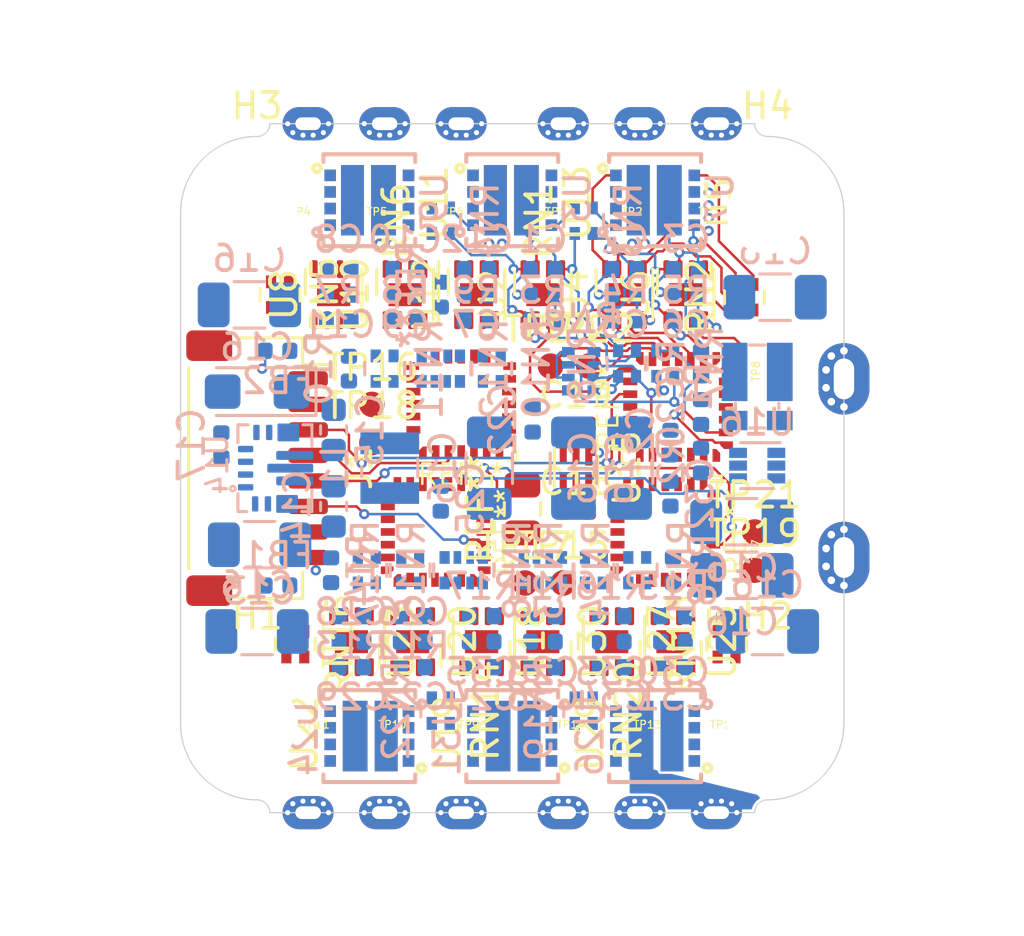
<source format=kicad_pcb>
(kicad_pcb (version 20171130) (host pcbnew 5.1.6-c6e7f7d~87~ubuntu18.04.1)
  (layers (0 "F.Cu_(sig)" signal) (1 "In1.Cu_(power)" signal) (2 "In2.Cu_(gnd)" signal) (31 "B.Cu_(sig)" signal) (34 B.Paste user) (35 F.Paste user) (36 B.SilkS user hide) (37 F.SilkS user hide) (38 B.Mask user) (39 F.Mask user) (44 Edge.Cuts user))
  (net 0 "")
  (net 1 "Net-(U1-Pad1)")
  (net 2 "Net-(U1-Pad28)")
  (net 3 "Net-(U1-Pad7)")
  (net 4 "Net-(U1-Pad25)")
  (net 5 "Net-(U1-Pad12)")
  (net 6 "Net-(U1-Pad11)")
  (net 7 "Net-(U1-Pad10)")
  (net 8 "Net-(U1-Pad6)")
  (net 9 "Net-(U1-Pad5)")
  (net 10 "Net-(U1-Pad2)")
  (net 11 "Net-(C1-Pad2)")
  (net 12 +5V)
  (net 13 +BATT)
  (net 14 GND)
  (net 15 /ESC1_A)
  (net 16 "Net-(C2-Pad2)")
  (net 17 /ESC1_B)
  (net 18 "Net-(C3-Pad2)")
  (net 19 /ESC1_C)
  (net 20 "Net-(C8-Pad2)")
  (net 21 /ESC2_A)
  (net 22 "Net-(C10-Pad2)")
  (net 23 /ESC2_B)
  (net 24 "Net-(C12-Pad2)")
  (net 25 /ESC2_C)
  (net 26 "Net-(RN5-Pad4)")
  (net 27 "Net-(RN5-Pad3)")
  (net 28 "Net-(RN5-Pad2)")
  (net 29 "Net-(RN5-Pad1)")
  (net 30 "Net-(C13-Pad2)")
  (net 31 "Net-(C15-Pad2)")
  (net 32 "Net-(C17-Pad2)")
  (net 33 +3V3)
  (net 34 /IBat)
  (net 35 "Net-(L1-Pad2)")
  (net 36 "Net-(L1-Pad1)")
  (net 37 "Net-(R1-Pad2)")
  (net 38 "Net-(R1-Pad3)")
  (net 39 "Net-(R2-Pad2)")
  (net 40 "Net-(U14-Pad2)")
  (net 41 /ESC1_A_EN)
  (net 42 /ESC1_A_PWM)
  (net 43 /ESC1_B_EN)
  (net 44 /ESC1_B_PWM)
  (net 45 /ESC1_C_EN)
  (net 46 /ESC1_C_PWM)
  (net 47 /ESC2_A_EN)
  (net 48 /ESC2_A_PWM)
  (net 49 /ESC2_B_EN)
  (net 50 /ESC2_B_PWM)
  (net 51 /ESC2_C_EN)
  (net 52 /ESC2_C_PWM)
  (net 53 /ESC1_MC)
  (net 54 /ESC1_MA)
  (net 55 /ESC1_IN)
  (net 56 /ESC1_MB)
  (net 57 /ESC1_Y)
  (net 58 /ESCx_tele)
  (net 59 "Net-(R1-Pad4)")
  (net 60 /ESC1_SWDCLK)
  (net 61 /ESC1_SWDIO)
  (net 62 /ESC2_Y)
  (net 63 "Net-(U17-Pad1)")
  (net 64 "Net-(U17-Pad28)")
  (net 65 "Net-(U17-Pad22)")
  (net 66 /ESC2_SWDCLK)
  (net 67 "Net-(U17-Pad7)")
  (net 68 /ESC2_MC)
  (net 69 /ESC2_MA)
  (net 70 "Net-(U17-Pad25)")
  (net 71 /ESC2_IN)
  (net 72 /ESC2_MB)
  (net 73 /ESC2_SWDIO)
  (net 74 "Net-(U17-Pad17)")
  (net 75 "Net-(U17-Pad12)")
  (net 76 "Net-(U17-Pad11)")
  (net 77 "Net-(U17-Pad10)")
  (net 78 "Net-(U17-Pad6)")
  (net 79 "Net-(U17-Pad5)")
  (net 80 "Net-(U17-Pad2)")
  (net 81 "Net-(C24-Pad2)")
  (net 82 /ESC4_A)
  (net 83 "Net-(C27-Pad2)")
  (net 84 /ESC4_B)
  (net 85 "Net-(C29-Pad2)")
  (net 86 /ESC4_C)
  (net 87 "Net-(C31-Pad2)")
  (net 88 /ESC3_A)
  (net 89 "Net-(C34-Pad2)")
  (net 90 /ESC3_B)
  (net 91 "Net-(C36-Pad2)")
  (net 92 /ESC3_C)
  (net 93 /ESC4_A_PWM)
  (net 94 /ESC4_B_PWM)
  (net 95 /ESC4_C_PWM)
  (net 96 /ESC3_A_PWM)
  (net 97 /ESC3_B_PWM)
  (net 98 /ESC3_C_PWM)
  (net 99 /ESC4_Y)
  (net 100 /ESC3_Y)
  (net 101 /ESC4_A_EN)
  (net 102 /ESC4_B_EN)
  (net 103 "Net-(U21-Pad1)")
  (net 104 "Net-(U21-Pad28)")
  (net 105 "Net-(U21-Pad22)")
  (net 106 /ESC4_SWDCLK)
  (net 107 "Net-(U21-Pad7)")
  (net 108 /ESC4_MC)
  (net 109 /ESC4_MA)
  (net 110 "Net-(U21-Pad25)")
  (net 111 /ESC4_IN)
  (net 112 /ESC4_MB)
  (net 113 /ESC4_SWDIO)
  (net 114 "Net-(U21-Pad17)")
  (net 115 /ESC4_C_EN)
  (net 116 "Net-(U21-Pad12)")
  (net 117 "Net-(U21-Pad11)")
  (net 118 "Net-(U21-Pad10)")
  (net 119 "Net-(U21-Pad6)")
  (net 120 "Net-(U21-Pad5)")
  (net 121 "Net-(U21-Pad2)")
  (net 122 /ESC3_A_EN)
  (net 123 /ESC3_B_EN)
  (net 124 "Net-(U28-Pad1)")
  (net 125 "Net-(U28-Pad28)")
  (net 126 "Net-(U28-Pad22)")
  (net 127 /ESC3_SWDCLK)
  (net 128 "Net-(U28-Pad7)")
  (net 129 /ESC3_MC)
  (net 130 /ESC3_MA)
  (net 131 "Net-(U28-Pad25)")
  (net 132 /ESC3_IN)
  (net 133 /ESC3_MB)
  (net 134 /ESC3_SWDIO)
  (net 135 "Net-(U28-Pad17)")
  (net 136 /ESC3_C_EN)
  (net 137 "Net-(U28-Pad12)")
  (net 138 "Net-(U28-Pad11)")
  (net 139 "Net-(U28-Pad10)")
  (net 140 "Net-(U28-Pad6)")
  (net 141 "Net-(U28-Pad5)")
  (net 142 "Net-(U28-Pad2)")
  (net 143 /ESC4_A_DRVH)
  (net 144 /ESC4_B_DRVH)
  (net 145 /ESC4_B_GH)
  (net 146 /ESC4_A_GL)
  (net 147 /ESC4_C_DRVL)
  (net 148 /ESC4_B_DRVL)
  (net 149 /ESC4_C_GL)
  (net 150 /ESC4_B_GL)
  (net 151 /ESC4_C_DRVH)
  (net 152 /ESC3_C_DRVL)
  (net 153 /ESC3_C_GL)
  (net 154 /ESC4_C_GH)
  (net 155 /ESC4_A_DRVL)
  (net 156 /ESC4_A_GH)
  (net 157 /ESC3_A_DRVH)
  (net 158 /ESC3_A_DRVL)
  (net 159 /ESC3_A_GH)
  (net 160 /ESC3_A_GL)
  (net 161 /ESC3_B_DRVH)
  (net 162 /ESC3_B_DRVL)
  (net 163 /ESC3_B_GH)
  (net 164 /ESC3_B_GL)
  (net 165 /ESC3_C_DRVH)
  (net 166 /ESC3_C_GH)
  (net 167 /ESC1_A_DRVH)
  (net 168 /ESC1_A_DRVL)
  (net 169 /ESC1_A_GH)
  (net 170 /ESC1_A_GL)
  (net 171 /ESC1_B_DRVH)
  (net 172 /ESC1_B_DRVL)
  (net 173 /ESC1_B_GH)
  (net 174 /ESC1_B_GL)
  (net 175 /ESC1_C_DRVH)
  (net 176 /ESC1_C_DRVL)
  (net 177 /ESC1_C_GH)
  (net 178 /ESC1_C_GL)
  (net 179 /ESC2_A_DRVH)
  (net 180 /ESC2_A_DRVL)
  (net 181 /ESC2_A_GH)
  (net 182 /ESC2_A_GL)
  (net 183 /ESC2_B_DRVH)
  (net 184 /ESC2_B_DRVL)
  (net 185 /ESC2_B_GH)
  (net 186 /ESC2_B_GL)
  (net 187 /ESC2_C_DRVH)
  (net 188 /ESC2_C_DRVL)
  (net 189 /ESC2_C_GH)
  (net 190 /ESC2_C_GL)
  (net 191 "Net-(U1-Pad14)")
  (net 192 "Net-(U1-Pad15)")
  (module Capacitor_SMD:C_0402_1005Metric (layer "B.Cu_(sig)") (at 133.2 68.2 270)
    (fp_text reference REF** (at 0 1.17 270) (layer B.SilkS) (effects (justify mirror)))
    (fp_text value C_0402_1005Metric)
    (pad 2 smd roundrect (at 0.485 0 270) (size 0.59 0.64) (layers "B.Cu_(sig)" B.Paste B.Mask))
    (pad 1 smd roundrect (at -0.485 0 270) (size 0.59 0.64) (layers "B.Cu_(sig)" B.Paste B.Mask))
  )
  (module 11_PSoC_FC_whoop:C_1206_3216Metric_dense (layer "B.Cu_(sig)") (at 145 77.1)
    (fp_text reference C16 (at 0 1.82 180) (layer B.SilkS) (effects (justify mirror)))
    (fp_text value 10u)
    (pad 1 smd roundrect (at -1.4 0) (size 1.25 1.75) (layers "B.Cu_(sig)" B.Paste B.Mask) (roundrect_rratio 0.2))
    (pad 2 smd roundrect (at 1.4 0) (size 1.25 1.75) (layers "B.Cu_(sig)" B.Paste B.Mask) (roundrect_rratio 0.2))
  )
  (module 11_PSoC_FC_whoop:C_1206_3216Metric_dense (layer "B.Cu_(sig)") (at 145 79.2)
    (fp_text reference C16 (at 0 1.82 180) (layer B.SilkS) (effects (justify mirror)))
    (fp_text value 10u)
    (pad 2 smd roundrect (at 1.4 0) (size 1.25 1.75) (layers "B.Cu_(sig)" B.Paste B.Mask) (roundrect_rratio 0.2))
    (pad 1 smd roundrect (at -1.4 0) (size 1.25 1.75) (layers "B.Cu_(sig)" B.Paste B.Mask) (roundrect_rratio 0.2))
  )
  (module Resistor_SMD:R_0402_1005Metric (layer "B.Cu_(sig)") (at 142.3 79 90)
    (fp_text reference R18 (at 0 1.17 90) (layer B.SilkS) (effects (justify mirror)))
    (fp_text value 4k7)
    (pad 2 smd roundrect (at 0.485 0 90) (size 0.59 0.64) (layers "B.Cu_(sig)" B.Paste B.Mask) (net 129 /ESC3_MC))
    (pad 1 smd roundrect (at -0.485 0 90) (size 0.59 0.64) (layers "B.Cu_(sig)" B.Paste B.Mask) (net 92 /ESC3_C))
  )
  (module Resistor_SMD:R_0402_1005Metric (layer "B.Cu_(sig)") (at 134.8 80.8 180)
    (fp_text reference R17 (at 0 1.17) (layer B.SilkS) (effects (justify mirror)))
    (fp_text value 4k7)
    (pad 2 smd roundrect (at 0.485 0 180) (size 0.59 0.64) (layers "B.Cu_(sig)" B.Paste B.Mask) (net 98 /ESC3_C_PWM))
    (pad 1 smd roundrect (at -0.485 0 180) (size 0.59 0.64) (layers "B.Cu_(sig)" B.Paste B.Mask) (net 12 +5V))
  )
  (module Resistor_SMD:R_0402_1005Metric (layer "B.Cu_(sig)") (at 139.9 80.8 180)
    (fp_text reference R16 (at 0 1.17) (layer B.SilkS) (effects (justify mirror)))
    (fp_text value 4k7)
    (pad 2 smd roundrect (at 0.485 0 180) (size 0.59 0.64) (layers "B.Cu_(sig)" B.Paste B.Mask) (net 97 /ESC3_B_PWM))
    (pad 1 smd roundrect (at -0.485 0 180) (size 0.59 0.64) (layers "B.Cu_(sig)" B.Paste B.Mask) (net 12 +5V))
  )
  (module Resistor_SMD:R_0402_1005Metric (layer "B.Cu_(sig)") (at 142.3 80.8 180)
    (fp_text reference R15 (at 0 1.17) (layer B.SilkS) (effects (justify mirror)))
    (fp_text value 4k7)
    (pad 2 smd roundrect (at 0.485 0 180) (size 0.59 0.64) (layers "B.Cu_(sig)" B.Paste B.Mask) (net 96 /ESC3_A_PWM))
    (pad 1 smd roundrect (at -0.485 0 180) (size 0.59 0.64) (layers "B.Cu_(sig)" B.Paste B.Mask) (net 12 +5V))
  )
  (module Resistor_SMD:R_0402_1005Metric (layer "B.Cu_(sig)") (at 128.9 79 90)
    (fp_text reference R14 (at 0 1.17 90) (layer B.SilkS) (effects (justify mirror)))
    (fp_text value 4k7)
    (pad 2 smd roundrect (at 0.485 0 90) (size 0.59 0.64) (layers "B.Cu_(sig)" B.Paste B.Mask) (net 108 /ESC4_MC))
    (pad 1 smd roundrect (at -0.485 0 90) (size 0.59 0.64) (layers "B.Cu_(sig)" B.Paste B.Mask) (net 86 /ESC4_C))
  )
  (module Resistor_SMD:R_0402_1005Metric (layer "B.Cu_(sig)") (at 129.7 80.8)
    (fp_text reference R13 (at 0 1.17) (layer B.SilkS) (effects (justify mirror)))
    (fp_text value 4k7)
    (pad 2 smd roundrect (at 0.485 0) (size 0.59 0.64) (layers "B.Cu_(sig)" B.Paste B.Mask) (net 95 /ESC4_C_PWM))
    (pad 1 smd roundrect (at -0.485 0) (size 0.59 0.64) (layers "B.Cu_(sig)" B.Paste B.Mask) (net 12 +5V))
  )
  (module Resistor_SMD:R_0402_1005Metric (layer "B.Cu_(sig)") (at 132.1 80.8)
    (fp_text reference R12 (at 0 1.17) (layer B.SilkS) (effects (justify mirror)))
    (fp_text value 4k7)
    (pad 2 smd roundrect (at 0.485 0) (size 0.59 0.64) (layers "B.Cu_(sig)" B.Paste B.Mask) (net 94 /ESC4_B_PWM))
    (pad 1 smd roundrect (at -0.485 0) (size 0.59 0.64) (layers "B.Cu_(sig)" B.Paste B.Mask) (net 12 +5V))
  )
  (module Resistor_SMD:R_0402_1005Metric (layer "B.Cu_(sig)") (at 137.2 80.8 180)
    (fp_text reference R11 (at 0 1.17) (layer B.SilkS) (effects (justify mirror)))
    (fp_text value 4k7)
    (pad 2 smd roundrect (at 0.485 0 180) (size 0.59 0.64) (layers "B.Cu_(sig)" B.Paste B.Mask) (net 93 /ESC4_A_PWM))
    (pad 1 smd roundrect (at -0.485 0 180) (size 0.59 0.64) (layers "B.Cu_(sig)" B.Paste B.Mask) (net 12 +5V))
  )
  (module Resistor_SMD:R_0402_1005Metric (layer "B.Cu_(sig)") (at 129.6 71.1 270)
    (fp_text reference R10 (at 0 1.17 90) (layer B.SilkS) (effects (justify mirror)))
    (fp_text value 4k7)
    (pad 2 smd roundrect (at 0.485 0 270) (size 0.59 0.64) (layers "B.Cu_(sig)" B.Paste B.Mask) (net 68 /ESC2_MC))
    (pad 1 smd roundrect (at -0.485 0 270) (size 0.59 0.64) (layers "B.Cu_(sig)" B.Paste B.Mask) (net 25 /ESC2_C))
  )
  (module Resistor_SMD:R_0402_1005Metric (layer "B.Cu_(sig)") (at 134.6 69.2 180)
    (fp_text reference R9 (at 0 1.17) (layer B.SilkS) (effects (justify mirror)))
    (fp_text value 4k7)
    (pad 2 smd roundrect (at 0.485 0 180) (size 0.59 0.64) (layers "B.Cu_(sig)" B.Paste B.Mask) (net 52 /ESC2_C_PWM))
    (pad 1 smd roundrect (at -0.485 0 180) (size 0.59 0.64) (layers "B.Cu_(sig)" B.Paste B.Mask) (net 12 +5V))
  )
  (module Resistor_SMD:R_0402_1005Metric (layer "B.Cu_(sig)") (at 131.8 69.2 180)
    (fp_text reference R8 (at 0 1.17) (layer B.SilkS) (effects (justify mirror)))
    (fp_text value 4k7)
    (pad 2 smd roundrect (at 0.485 0 180) (size 0.59 0.64) (layers "B.Cu_(sig)" B.Paste B.Mask) (net 50 /ESC2_B_PWM))
    (pad 1 smd roundrect (at -0.485 0 180) (size 0.59 0.64) (layers "B.Cu_(sig)" B.Paste B.Mask) (net 12 +5V))
  )
  (module Resistor_SMD:R_0402_1005Metric (layer "B.Cu_(sig)") (at 129.2 69.2 180)
    (fp_text reference R7 (at 0 1.17) (layer B.SilkS) (effects (justify mirror)))
    (fp_text value 4k7)
    (pad 2 smd roundrect (at 0.485 0 180) (size 0.59 0.64) (layers "B.Cu_(sig)" B.Paste B.Mask) (net 48 /ESC2_A_PWM))
    (pad 1 smd roundrect (at -0.485 0 180) (size 0.59 0.64) (layers "B.Cu_(sig)" B.Paste B.Mask) (net 12 +5V))
  )
  (module Resistor_SMD:R_0402_1005Metric (layer "B.Cu_(sig)") (at 143.4 70.9 270)
    (fp_text reference R6 (at 0 1.17 90) (layer B.SilkS) (effects (justify mirror)))
    (fp_text value 4k7)
    (pad 2 smd roundrect (at 0.485 0 270) (size 0.59 0.64) (layers "B.Cu_(sig)" B.Paste B.Mask) (net 53 /ESC1_MC))
    (pad 1 smd roundrect (at -0.485 0 270) (size 0.59 0.64) (layers "B.Cu_(sig)" B.Paste B.Mask) (net 19 /ESC1_C))
  )
  (module Resistor_SMD:R_0402_1005Metric (layer "B.Cu_(sig)") (at 142.8 69.2 180)
    (fp_text reference R5 (at 0 1.17) (layer B.SilkS) (effects (justify mirror)))
    (fp_text value 4k7)
    (pad 2 smd roundrect (at 0.485 0 180) (size 0.59 0.64) (layers "B.Cu_(sig)" B.Paste B.Mask) (net 46 /ESC1_C_PWM))
    (pad 1 smd roundrect (at -0.485 0 180) (size 0.59 0.64) (layers "B.Cu_(sig)" B.Paste B.Mask) (net 12 +5V))
  )
  (module Resistor_SMD:R_0402_1005Metric (layer "B.Cu_(sig)") (at 140.4 69.2 180)
    (fp_text reference R4 (at 0 1.17) (layer B.SilkS) (effects (justify mirror)))
    (fp_text value 4k7)
    (pad 2 smd roundrect (at 0.485 0 180) (size 0.59 0.64) (layers "B.Cu_(sig)" B.Paste B.Mask) (net 44 /ESC1_B_PWM))
    (pad 1 smd roundrect (at -0.485 0 180) (size 0.59 0.64) (layers "B.Cu_(sig)" B.Paste B.Mask) (net 12 +5V))
  )
  (module Resistor_SMD:R_0402_1005Metric (layer "B.Cu_(sig)") (at 137.2 69.2 180)
    (fp_text reference R3 (at 0 1.17) (layer B.SilkS) (effects (justify mirror)))
    (fp_text value 4k7)
    (pad 2 smd roundrect (at 0.485 0 180) (size 0.59 0.64) (layers "B.Cu_(sig)" B.Paste B.Mask) (net 42 /ESC1_A_PWM))
    (pad 1 smd roundrect (at -0.485 0 180) (size 0.59 0.64) (layers "B.Cu_(sig)" B.Paste B.Mask) (net 12 +5V))
  )
  (module Resistor_SMD:R_0402_1005Metric (layer "B.Cu_(sig)") (at 143.4 74.7 270)
    (fp_text reference R2 (at 0 1.17 90) (layer B.SilkS) (effects (justify mirror)))
    (fp_text value 10k)
    (pad 2 smd roundrect (at 0.485 0 270) (size 0.59 0.64) (layers "B.Cu_(sig)" B.Paste B.Mask) (net 39 "Net-(R2-Pad2)"))
    (pad 1 smd roundrect (at -0.485 0 270) (size 0.59 0.64) (layers "B.Cu_(sig)" B.Paste B.Mask) (net 34 /IBat))
  )
  (module 11_PSoC_FC_whoop:TestPoint_Pad_D1.0mm_dense (layer "F.Cu_(sig)") (at 139 71)
    (fp_text reference TP22 (at 0 -1.448) (layer F.SilkS))
    (fp_text value TestPoint)
    (pad 1 smd circle (at 0 0) (size 1 1) (layers "F.Cu_(sig)" F.Mask) (net 60 /ESC1_SWDCLK))
  )
  (module 11_PSoC_FC_whoop:TestPoint_Pad_D1.0mm_dense (layer "F.Cu_(sig)") (at 145.5 77.5)
    (fp_text reference TP21 (at 0 -1.448) (layer F.SilkS))
    (fp_text value TestPoint)
    (pad 1 smd circle (at 0 0) (size 1 1) (layers "F.Cu_(sig)" F.Mask) (net 127 /ESC3_SWDCLK))
  )
  (module 11_PSoC_FC_whoop:TestPoint_Pad_D1.0mm_dense (layer "F.Cu_(sig)") (at 137.5 71)
    (fp_text reference TP20 (at 0 -1.448) (layer F.SilkS))
    (fp_text value TestPoint)
    (pad 1 smd circle (at 0 0) (size 1 1) (layers "F.Cu_(sig)" F.Mask) (net 61 /ESC1_SWDIO))
  )
  (module 11_PSoC_FC_whoop:TestPoint_Pad_D1.0mm_dense (layer "F.Cu_(sig)") (at 145.5 79)
    (fp_text reference TP19 (at 0 -1.448) (layer F.SilkS))
    (fp_text value TestPoint)
    (pad 1 smd circle (at 0 0) (size 1 1) (layers "F.Cu_(sig)" F.Mask) (net 134 /ESC3_SWDIO))
  )
  (module 11_PSoC_FC_whoop:TestPoint_Pad_D1.0mm_dense (layer "F.Cu_(sig)") (at 130.5 74)
    (fp_text reference TP18 (at 0 -1.448) (layer F.SilkS))
    (fp_text value TestPoint)
    (pad 1 smd circle (at 0 0) (size 1 1) (layers "F.Cu_(sig)" F.Mask) (net 66 /ESC2_SWDCLK))
  )
  (module 11_PSoC_FC_whoop:TestPoint_Pad_D1.0mm_dense (layer "F.Cu_(sig)") (at 136.5 79.5)
    (fp_text reference TP17 (at 0 -1.448) (layer F.SilkS))
    (fp_text value TestPoint)
    (pad 1 smd circle (at 0 0) (size 1 1) (layers "F.Cu_(sig)" F.Mask) (net 106 /ESC4_SWDCLK))
  )
  (module 11_PSoC_FC_whoop:TestPoint_Pad_D1.0mm_dense (layer "F.Cu_(sig)") (at 130.5 72.5)
    (fp_text reference TP16 (at 0 -1.448) (layer F.SilkS))
    (fp_text value TestPoint)
    (pad 1 smd circle (at 0 0) (size 1 1) (layers "F.Cu_(sig)" F.Mask) (net 73 /ESC2_SWDIO))
  )
  (module 11_PSoC_FC_whoop:TestPoint_Pad_D1.0mm_dense (layer "F.Cu_(sig)") (at 138 79.5)
    (fp_text reference TP15 (at 0 -1.448) (layer F.SilkS))
    (fp_text value TestPoint)
    (pad 1 smd circle (at 0 0) (size 1 1) (layers "F.Cu_(sig)" F.Mask) (net 113 /ESC4_SWDIO))
  )
  (module Connector_JST:JST_SH_SM08B-SRSS-TB_1x08-1MP_P1.00mm_Horizontal (layer "F.Cu_(sig)") (at 126 75 270)
    (fp_text reference J1 (at 0 -3.98 90) (layer F.SilkS))
    (fp_text value Conn_01x08)
    (pad MP smd roundrect (at 4.8 1.875 270) (size 1.2 1.8) (layers "F.Cu_(sig)" F.Paste F.Mask) (roundrect_rratio 0.208333))
    (pad MP smd roundrect (at -4.8 1.875 270) (size 1.2 1.8) (layers "F.Cu_(sig)" F.Paste F.Mask) (roundrect_rratio 0.208333))
    (pad 8 smd roundrect (at 3.5 -2 270) (size 0.6 1.55) (layers "F.Cu_(sig)" F.Paste F.Mask) (net 58 /ESCx_tele))
    (pad 7 smd roundrect (at 2.5 -2 270) (size 0.6 1.55) (layers "F.Cu_(sig)" F.Paste F.Mask) (net 34 /IBat))
    (pad 6 smd roundrect (at 1.5 -2 270) (size 0.6 1.55) (layers "F.Cu_(sig)" F.Paste F.Mask) (net 111 /ESC4_IN))
    (pad 5 smd roundrect (at 0.5 -2 270) (size 0.6 1.55) (layers "F.Cu_(sig)" F.Paste F.Mask) (net 132 /ESC3_IN))
    (pad 4 smd roundrect (at -0.5 -2 270) (size 0.6 1.55) (layers "F.Cu_(sig)" F.Paste F.Mask) (net 71 /ESC2_IN))
    (pad 3 smd roundrect (at -1.5 -2 270) (size 0.6 1.55) (layers "F.Cu_(sig)" F.Paste F.Mask) (net 55 /ESC1_IN))
    (pad 2 smd roundrect (at -2.5 -2 270) (size 0.6 1.55) (layers "F.Cu_(sig)" F.Paste F.Mask) (net 13 +BATT))
    (pad 1 smd roundrect (at -3.5 -2 270) (size 0.6 1.55) (layers "F.Cu_(sig)" F.Paste F.Mask) (net 14 GND))
  )
  (module 11_PSoC_FC_whoop:PowerPAIR3.3x3.3 (layer "B.Cu_(sig)") (at 136 85.5 270)
    (fp_text reference U31 (at 0.1 2.55 90) (layer B.SilkS) (effects (justify mirror)))
    (fp_text value SIZ200DT-T1-GE3)
    (pad 1 smd rect (at -0.975 -1.536 270) (size 0.45 0.45) (layers "B.Cu_(sig)" B.Paste B.Mask) (net 166 /ESC3_C_GH))
    (pad 2 smd rect (at -0.325 -1.536 270) (size 0.45 0.45) (layers "B.Cu_(sig)" B.Paste B.Mask) (net 13 +BATT))
    (pad 2 smd rect (at 0.325 -1.536 270) (size 0.45 0.45) (layers "B.Cu_(sig)" B.Paste B.Mask) (net 13 +BATT))
    (pad 2 smd rect (at 0.975 -1.536 270) (size 0.45 0.45) (layers "B.Cu_(sig)" B.Paste B.Mask) (net 13 +BATT))
    (pad 2 smd rect (at 0 -0.66 270) (size 2.76 0.9) (layers "B.Cu_(sig)" B.Paste B.Mask) (net 13 +BATT))
    (pad 3 smd rect (at 0 0.555 270) (size 2.76 0.97) (layers "B.Cu_(sig)" B.Paste B.Mask) (net 92 /ESC3_C))
    (pad 4 smd rect (at 0.975 1.536 270) (size 0.45 0.45) (layers "B.Cu_(sig)" B.Paste B.Mask) (net 14 GND))
    (pad 4 smd rect (at 0.325 1.536 270) (size 0.45 0.45) (layers "B.Cu_(sig)" B.Paste B.Mask) (net 14 GND))
    (pad 4 smd rect (at -0.325 1.536 270) (size 0.45 0.45) (layers "B.Cu_(sig)" B.Paste B.Mask) (net 14 GND))
    (pad 5 smd rect (at -0.975 1.536 270) (size 0.45 0.45) (layers "B.Cu_(sig)" B.Paste B.Mask) (net 153 /ESC3_C_GL))
  )
  (module 11_PSoC_FC_whoop:PowerPAIR3.3x3.3 (layer "F.Cu_(sig)") (at 141.6 85.5 90)
    (fp_text reference U29 (at 0.1 -2.55 90) (layer F.SilkS))
    (fp_text value SIZ200DT-T1-GE3)
    (pad 1 smd rect (at -0.975 1.536 90) (size 0.45 0.45) (layers "F.Cu_(sig)" F.Paste F.Mask) (net 163 /ESC3_B_GH))
    (pad 2 smd rect (at -0.325 1.536 90) (size 0.45 0.45) (layers "F.Cu_(sig)" F.Paste F.Mask) (net 13 +BATT))
    (pad 2 smd rect (at 0.325 1.536 90) (size 0.45 0.45) (layers "F.Cu_(sig)" F.Paste F.Mask) (net 13 +BATT))
    (pad 2 smd rect (at 0.975 1.536 90) (size 0.45 0.45) (layers "F.Cu_(sig)" F.Paste F.Mask) (net 13 +BATT))
    (pad 2 smd rect (at 0 0.66 90) (size 2.76 0.9) (layers "F.Cu_(sig)" F.Paste F.Mask) (net 13 +BATT))
    (pad 3 smd rect (at 0 -0.555 90) (size 2.76 0.97) (layers "F.Cu_(sig)" F.Paste F.Mask) (net 90 /ESC3_B))
    (pad 4 smd rect (at 0.975 -1.536 90) (size 0.45 0.45) (layers "F.Cu_(sig)" F.Paste F.Mask) (net 14 GND))
    (pad 4 smd rect (at 0.325 -1.536 90) (size 0.45 0.45) (layers "F.Cu_(sig)" F.Paste F.Mask) (net 14 GND))
    (pad 4 smd rect (at -0.325 -1.536 90) (size 0.45 0.45) (layers "F.Cu_(sig)" F.Paste F.Mask) (net 14 GND))
    (pad 5 smd rect (at -0.975 -1.536 90) (size 0.45 0.45) (layers "F.Cu_(sig)" F.Paste F.Mask) (net 164 /ESC3_B_GL))
  )
  (module 11_PSoC_FC_whoop:PowerPAIR3.3x3.3 (layer "B.Cu_(sig)") (at 141.6 85.5 270)
    (fp_text reference U26 (at 0.1 2.55 90) (layer B.SilkS) (effects (justify mirror)))
    (fp_text value SIZ200DT-T1-GE3)
    (pad 1 smd rect (at -0.975 -1.536 270) (size 0.45 0.45) (layers "B.Cu_(sig)" B.Paste B.Mask) (net 159 /ESC3_A_GH))
    (pad 2 smd rect (at -0.325 -1.536 270) (size 0.45 0.45) (layers "B.Cu_(sig)" B.Paste B.Mask) (net 13 +BATT))
    (pad 2 smd rect (at 0.325 -1.536 270) (size 0.45 0.45) (layers "B.Cu_(sig)" B.Paste B.Mask) (net 13 +BATT))
    (pad 2 smd rect (at 0.975 -1.536 270) (size 0.45 0.45) (layers "B.Cu_(sig)" B.Paste B.Mask) (net 13 +BATT))
    (pad 2 smd rect (at 0 -0.66 270) (size 2.76 0.9) (layers "B.Cu_(sig)" B.Paste B.Mask) (net 13 +BATT))
    (pad 3 smd rect (at 0 0.555 270) (size 2.76 0.97) (layers "B.Cu_(sig)" B.Paste B.Mask) (net 88 /ESC3_A))
    (pad 4 smd rect (at 0.975 1.536 270) (size 0.45 0.45) (layers "B.Cu_(sig)" B.Paste B.Mask) (net 14 GND))
    (pad 4 smd rect (at 0.325 1.536 270) (size 0.45 0.45) (layers "B.Cu_(sig)" B.Paste B.Mask) (net 14 GND))
    (pad 4 smd rect (at -0.325 1.536 270) (size 0.45 0.45) (layers "B.Cu_(sig)" B.Paste B.Mask) (net 14 GND))
    (pad 5 smd rect (at -0.975 1.536 270) (size 0.45 0.45) (layers "B.Cu_(sig)" B.Paste B.Mask) (net 160 /ESC3_A_GL))
  )
  (module 11_PSoC_FC_whoop:PowerPAIR3.3x3.3 (layer "B.Cu_(sig)") (at 130.4 85.5 270)
    (fp_text reference U24 (at 0.1 2.55 270) (layer B.SilkS) (effects (justify mirror)))
    (fp_text value SIZ200DT-T1-GE3)
    (pad 1 smd rect (at -0.975 -1.536 270) (size 0.45 0.45) (layers "B.Cu_(sig)" B.Paste B.Mask) (net 154 /ESC4_C_GH))
    (pad 2 smd rect (at -0.325 -1.536 270) (size 0.45 0.45) (layers "B.Cu_(sig)" B.Paste B.Mask) (net 13 +BATT))
    (pad 2 smd rect (at 0.325 -1.536 270) (size 0.45 0.45) (layers "B.Cu_(sig)" B.Paste B.Mask) (net 13 +BATT))
    (pad 2 smd rect (at 0.975 -1.536 270) (size 0.45 0.45) (layers "B.Cu_(sig)" B.Paste B.Mask) (net 13 +BATT))
    (pad 2 smd rect (at 0 -0.66 270) (size 2.76 0.9) (layers "B.Cu_(sig)" B.Paste B.Mask) (net 13 +BATT))
    (pad 3 smd rect (at 0 0.555 270) (size 2.76 0.97) (layers "B.Cu_(sig)" B.Paste B.Mask) (net 86 /ESC4_C))
    (pad 4 smd rect (at 0.975 1.536 270) (size 0.45 0.45) (layers "B.Cu_(sig)" B.Paste B.Mask) (net 14 GND))
    (pad 4 smd rect (at 0.325 1.536 270) (size 0.45 0.45) (layers "B.Cu_(sig)" B.Paste B.Mask) (net 14 GND))
    (pad 4 smd rect (at -0.325 1.536 270) (size 0.45 0.45) (layers "B.Cu_(sig)" B.Paste B.Mask) (net 14 GND))
    (pad 5 smd rect (at -0.975 1.536 270) (size 0.45 0.45) (layers "B.Cu_(sig)" B.Paste B.Mask) (net 149 /ESC4_C_GL))
  )
  (module 11_PSoC_FC_whoop:PowerPAIR3.3x3.3 (layer "F.Cu_(sig)") (at 130.4 85.5 90)
    (fp_text reference U22 (at 0.1 -2.55 270) (layer F.SilkS))
    (fp_text value SIZ200DT-T1-GE3)
    (pad 1 smd rect (at -0.975 1.536 90) (size 0.45 0.45) (layers "F.Cu_(sig)" F.Paste F.Mask) (net 145 /ESC4_B_GH))
    (pad 2 smd rect (at -0.325 1.536 90) (size 0.45 0.45) (layers "F.Cu_(sig)" F.Paste F.Mask) (net 13 +BATT))
    (pad 2 smd rect (at 0.325 1.536 90) (size 0.45 0.45) (layers "F.Cu_(sig)" F.Paste F.Mask) (net 13 +BATT))
    (pad 2 smd rect (at 0.975 1.536 90) (size 0.45 0.45) (layers "F.Cu_(sig)" F.Paste F.Mask) (net 13 +BATT))
    (pad 2 smd rect (at 0 0.66 90) (size 2.76 0.9) (layers "F.Cu_(sig)" F.Paste F.Mask) (net 13 +BATT))
    (pad 3 smd rect (at 0 -0.555 90) (size 2.76 0.97) (layers "F.Cu_(sig)" F.Paste F.Mask) (net 84 /ESC4_B))
    (pad 4 smd rect (at 0.975 -1.536 90) (size 0.45 0.45) (layers "F.Cu_(sig)" F.Paste F.Mask) (net 14 GND))
    (pad 4 smd rect (at 0.325 -1.536 90) (size 0.45 0.45) (layers "F.Cu_(sig)" F.Paste F.Mask) (net 14 GND))
    (pad 4 smd rect (at -0.325 -1.536 90) (size 0.45 0.45) (layers "F.Cu_(sig)" F.Paste F.Mask) (net 14 GND))
    (pad 5 smd rect (at -0.975 -1.536 90) (size 0.45 0.45) (layers "F.Cu_(sig)" F.Paste F.Mask) (net 150 /ESC4_B_GL))
  )
  (module 11_PSoC_FC_whoop:PowerPAIR3.3x3.3 (layer "F.Cu_(sig)") (at 136 85.5 90)
    (fp_text reference U19 (at 0.1 -2.55 90) (layer F.SilkS))
    (fp_text value SIZ200DT-T1-GE3)
    (pad 1 smd rect (at -0.975 1.536 90) (size 0.45 0.45) (layers "F.Cu_(sig)" F.Paste F.Mask) (net 156 /ESC4_A_GH))
    (pad 2 smd rect (at -0.325 1.536 90) (size 0.45 0.45) (layers "F.Cu_(sig)" F.Paste F.Mask) (net 13 +BATT))
    (pad 2 smd rect (at 0.325 1.536 90) (size 0.45 0.45) (layers "F.Cu_(sig)" F.Paste F.Mask) (net 13 +BATT))
    (pad 2 smd rect (at 0.975 1.536 90) (size 0.45 0.45) (layers "F.Cu_(sig)" F.Paste F.Mask) (net 13 +BATT))
    (pad 2 smd rect (at 0 0.66 90) (size 2.76 0.9) (layers "F.Cu_(sig)" F.Paste F.Mask) (net 13 +BATT))
    (pad 3 smd rect (at 0 -0.555 90) (size 2.76 0.97) (layers "F.Cu_(sig)" F.Paste F.Mask) (net 82 /ESC4_A))
    (pad 4 smd rect (at 0.975 -1.536 90) (size 0.45 0.45) (layers "F.Cu_(sig)" F.Paste F.Mask) (net 14 GND))
    (pad 4 smd rect (at 0.325 -1.536 90) (size 0.45 0.45) (layers "F.Cu_(sig)" F.Paste F.Mask) (net 14 GND))
    (pad 4 smd rect (at -0.325 -1.536 90) (size 0.45 0.45) (layers "F.Cu_(sig)" F.Paste F.Mask) (net 14 GND))
    (pad 5 smd rect (at -0.975 -1.536 90) (size 0.45 0.45) (layers "F.Cu_(sig)" F.Paste F.Mask) (net 146 /ESC4_A_GL))
  )
  (module 11_PSoC_FC_whoop:PowerPAIR3.3x3.3 (layer "F.Cu_(sig)") (at 136 64.5 270)
    (fp_text reference U13 (at 0.1 -2.55 90) (layer F.SilkS))
    (fp_text value SIZ200DT-T1-GE3)
    (pad 1 smd rect (at -0.975 1.536 270) (size 0.45 0.45) (layers "F.Cu_(sig)" F.Paste F.Mask) (net 189 /ESC2_C_GH))
    (pad 2 smd rect (at -0.325 1.536 270) (size 0.45 0.45) (layers "F.Cu_(sig)" F.Paste F.Mask) (net 13 +BATT))
    (pad 2 smd rect (at 0.325 1.536 270) (size 0.45 0.45) (layers "F.Cu_(sig)" F.Paste F.Mask) (net 13 +BATT))
    (pad 2 smd rect (at 0.975 1.536 270) (size 0.45 0.45) (layers "F.Cu_(sig)" F.Paste F.Mask) (net 13 +BATT))
    (pad 2 smd rect (at 0 0.66 270) (size 2.76 0.9) (layers "F.Cu_(sig)" F.Paste F.Mask) (net 13 +BATT))
    (pad 3 smd rect (at 0 -0.555 270) (size 2.76 0.97) (layers "F.Cu_(sig)" F.Paste F.Mask) (net 25 /ESC2_C))
    (pad 4 smd rect (at 0.975 -1.536 270) (size 0.45 0.45) (layers "F.Cu_(sig)" F.Paste F.Mask) (net 14 GND))
    (pad 4 smd rect (at 0.325 -1.536 270) (size 0.45 0.45) (layers "F.Cu_(sig)" F.Paste F.Mask) (net 14 GND))
    (pad 4 smd rect (at -0.325 -1.536 270) (size 0.45 0.45) (layers "F.Cu_(sig)" F.Paste F.Mask) (net 14 GND))
    (pad 5 smd rect (at -0.975 -1.536 270) (size 0.45 0.45) (layers "F.Cu_(sig)" F.Paste F.Mask) (net 190 /ESC2_C_GL))
  )
  (module 11_PSoC_FC_whoop:PowerPAIR3.3x3.3 (layer "F.Cu_(sig)") (at 130.4 64.5 270)
    (fp_text reference U11 (at 0.1 -2.55 90) (layer F.SilkS))
    (fp_text value SIZ200DT-T1-GE3)
    (pad 1 smd rect (at -0.975 1.536 270) (size 0.45 0.45) (layers "F.Cu_(sig)" F.Paste F.Mask) (net 185 /ESC2_B_GH))
    (pad 2 smd rect (at -0.325 1.536 270) (size 0.45 0.45) (layers "F.Cu_(sig)" F.Paste F.Mask) (net 13 +BATT))
    (pad 2 smd rect (at 0.325 1.536 270) (size 0.45 0.45) (layers "F.Cu_(sig)" F.Paste F.Mask) (net 13 +BATT))
    (pad 2 smd rect (at 0.975 1.536 270) (size 0.45 0.45) (layers "F.Cu_(sig)" F.Paste F.Mask) (net 13 +BATT))
    (pad 2 smd rect (at 0 0.66 270) (size 2.76 0.9) (layers "F.Cu_(sig)" F.Paste F.Mask) (net 13 +BATT))
    (pad 3 smd rect (at 0 -0.555 270) (size 2.76 0.97) (layers "F.Cu_(sig)" F.Paste F.Mask) (net 23 /ESC2_B))
    (pad 4 smd rect (at 0.975 -1.536 270) (size 0.45 0.45) (layers "F.Cu_(sig)" F.Paste F.Mask) (net 14 GND))
    (pad 4 smd rect (at 0.325 -1.536 270) (size 0.45 0.45) (layers "F.Cu_(sig)" F.Paste F.Mask) (net 14 GND))
    (pad 4 smd rect (at -0.325 -1.536 270) (size 0.45 0.45) (layers "F.Cu_(sig)" F.Paste F.Mask) (net 14 GND))
    (pad 5 smd rect (at -0.975 -1.536 270) (size 0.45 0.45) (layers "F.Cu_(sig)" F.Paste F.Mask) (net 186 /ESC2_B_GL))
  )
  (module 11_PSoC_FC_whoop:PowerPAIR3.3x3.3 (layer "B.Cu_(sig)") (at 130.4 64.5 90)
    (fp_text reference U9 (at 0.1 2.55 270) (layer B.SilkS) (effects (justify mirror)))
    (fp_text value SIZ200DT-T1-GE3)
    (pad 1 smd rect (at -0.975 -1.536 90) (size 0.45 0.45) (layers "B.Cu_(sig)" B.Paste B.Mask) (net 181 /ESC2_A_GH))
    (pad 2 smd rect (at -0.325 -1.536 90) (size 0.45 0.45) (layers "B.Cu_(sig)" B.Paste B.Mask) (net 13 +BATT))
    (pad 2 smd rect (at 0.325 -1.536 90) (size 0.45 0.45) (layers "B.Cu_(sig)" B.Paste B.Mask) (net 13 +BATT))
    (pad 2 smd rect (at 0.975 -1.536 90) (size 0.45 0.45) (layers "B.Cu_(sig)" B.Paste B.Mask) (net 13 +BATT))
    (pad 2 smd rect (at 0 -0.66 90) (size 2.76 0.9) (layers "B.Cu_(sig)" B.Paste B.Mask) (net 13 +BATT))
    (pad 3 smd rect (at 0 0.555 90) (size 2.76 0.97) (layers "B.Cu_(sig)" B.Paste B.Mask) (net 21 /ESC2_A))
    (pad 4 smd rect (at 0.975 1.536 90) (size 0.45 0.45) (layers "B.Cu_(sig)" B.Paste B.Mask) (net 14 GND))
    (pad 4 smd rect (at 0.325 1.536 90) (size 0.45 0.45) (layers "B.Cu_(sig)" B.Paste B.Mask) (net 14 GND))
    (pad 4 smd rect (at -0.325 1.536 90) (size 0.45 0.45) (layers "B.Cu_(sig)" B.Paste B.Mask) (net 14 GND))
    (pad 5 smd rect (at -0.975 1.536 90) (size 0.45 0.45) (layers "B.Cu_(sig)" B.Paste B.Mask) (net 182 /ESC2_A_GL))
  )
  (module 11_PSoC_FC_whoop:PowerPAIR3.3x3.3 (layer "B.Cu_(sig)") (at 141.6 64.5 90)
    (fp_text reference U7 (at 0.1 2.55 270) (layer B.SilkS) (effects (justify mirror)))
    (fp_text value SIZ200DT-T1-GE3)
    (pad 1 smd rect (at -0.975 -1.536 90) (size 0.45 0.45) (layers "B.Cu_(sig)" B.Paste B.Mask) (net 177 /ESC1_C_GH))
    (pad 2 smd rect (at -0.325 -1.536 90) (size 0.45 0.45) (layers "B.Cu_(sig)" B.Paste B.Mask) (net 13 +BATT))
    (pad 2 smd rect (at 0.325 -1.536 90) (size 0.45 0.45) (layers "B.Cu_(sig)" B.Paste B.Mask) (net 13 +BATT))
    (pad 2 smd rect (at 0.975 -1.536 90) (size 0.45 0.45) (layers "B.Cu_(sig)" B.Paste B.Mask) (net 13 +BATT))
    (pad 2 smd rect (at 0 -0.66 90) (size 2.76 0.9) (layers "B.Cu_(sig)" B.Paste B.Mask) (net 13 +BATT))
    (pad 3 smd rect (at 0 0.555 90) (size 2.76 0.97) (layers "B.Cu_(sig)" B.Paste B.Mask) (net 19 /ESC1_C))
    (pad 4 smd rect (at 0.975 1.536 90) (size 0.45 0.45) (layers "B.Cu_(sig)" B.Paste B.Mask) (net 14 GND))
    (pad 4 smd rect (at 0.325 1.536 90) (size 0.45 0.45) (layers "B.Cu_(sig)" B.Paste B.Mask) (net 14 GND))
    (pad 4 smd rect (at -0.325 1.536 90) (size 0.45 0.45) (layers "B.Cu_(sig)" B.Paste B.Mask) (net 14 GND))
    (pad 5 smd rect (at -0.975 1.536 90) (size 0.45 0.45) (layers "B.Cu_(sig)" B.Paste B.Mask) (net 178 /ESC1_C_GL))
  )
  (module 11_PSoC_FC_whoop:PowerPAIR3.3x3.3 (layer "F.Cu_(sig)") (at 141.6 64.5 270)
    (fp_text reference U5 (at 0.1 -2.55 90) (layer F.SilkS))
    (fp_text value SIZ200DT-T1-GE3)
    (pad 1 smd rect (at -0.975 1.536 270) (size 0.45 0.45) (layers "F.Cu_(sig)" F.Paste F.Mask) (net 173 /ESC1_B_GH))
    (pad 2 smd rect (at -0.325 1.536 270) (size 0.45 0.45) (layers "F.Cu_(sig)" F.Paste F.Mask) (net 13 +BATT))
    (pad 2 smd rect (at 0.325 1.536 270) (size 0.45 0.45) (layers "F.Cu_(sig)" F.Paste F.Mask) (net 13 +BATT))
    (pad 2 smd rect (at 0.975 1.536 270) (size 0.45 0.45) (layers "F.Cu_(sig)" F.Paste F.Mask) (net 13 +BATT))
    (pad 2 smd rect (at 0 0.66 270) (size 2.76 0.9) (layers "F.Cu_(sig)" F.Paste F.Mask) (net 13 +BATT))
    (pad 3 smd rect (at 0 -0.555 270) (size 2.76 0.97) (layers "F.Cu_(sig)" F.Paste F.Mask) (net 17 /ESC1_B))
    (pad 4 smd rect (at 0.975 -1.536 270) (size 0.45 0.45) (layers "F.Cu_(sig)" F.Paste F.Mask) (net 14 GND))
    (pad 4 smd rect (at 0.325 -1.536 270) (size 0.45 0.45) (layers "F.Cu_(sig)" F.Paste F.Mask) (net 14 GND))
    (pad 4 smd rect (at -0.325 -1.536 270) (size 0.45 0.45) (layers "F.Cu_(sig)" F.Paste F.Mask) (net 14 GND))
    (pad 5 smd rect (at -0.975 -1.536 270) (size 0.45 0.45) (layers "F.Cu_(sig)" F.Paste F.Mask) (net 174 /ESC1_B_GL))
  )
  (module 11_PSoC_FC_whoop:PowerPAIR3.3x3.3 (layer "B.Cu_(sig)") (at 136 64.5 90)
    (fp_text reference U3 (at 0.1 2.55 270) (layer B.SilkS) (effects (justify mirror)))
    (fp_text value SIZ200DT-T1-GE3)
    (pad 1 smd rect (at -0.975 -1.536 90) (size 0.45 0.45) (layers "B.Cu_(sig)" B.Paste B.Mask) (net 169 /ESC1_A_GH))
    (pad 2 smd rect (at -0.325 -1.536 90) (size 0.45 0.45) (layers "B.Cu_(sig)" B.Paste B.Mask) (net 13 +BATT))
    (pad 2 smd rect (at 0.325 -1.536 90) (size 0.45 0.45) (layers "B.Cu_(sig)" B.Paste B.Mask) (net 13 +BATT))
    (pad 2 smd rect (at 0.975 -1.536 90) (size 0.45 0.45) (layers "B.Cu_(sig)" B.Paste B.Mask) (net 13 +BATT))
    (pad 2 smd rect (at 0 -0.66 90) (size 2.76 0.9) (layers "B.Cu_(sig)" B.Paste B.Mask) (net 13 +BATT))
    (pad 3 smd rect (at 0 0.555 90) (size 2.76 0.97) (layers "B.Cu_(sig)" B.Paste B.Mask) (net 15 /ESC1_A))
    (pad 4 smd rect (at 0.975 1.536 90) (size 0.45 0.45) (layers "B.Cu_(sig)" B.Paste B.Mask) (net 14 GND))
    (pad 4 smd rect (at 0.325 1.536 90) (size 0.45 0.45) (layers "B.Cu_(sig)" B.Paste B.Mask) (net 14 GND))
    (pad 4 smd rect (at -0.325 1.536 90) (size 0.45 0.45) (layers "B.Cu_(sig)" B.Paste B.Mask) (net 14 GND))
    (pad 5 smd rect (at -0.975 1.536 90) (size 0.45 0.45) (layers "B.Cu_(sig)" B.Paste B.Mask) (net 170 /ESC1_A_GL))
  )
  (module 11_PSoC_FC_whoop:DFN-8-1EP_2x2mm_P0.5mm_EP0.9x1.3mm_narrow (layer "F.Cu_(sig)") (at 134.6 68.2 90)
    (fp_text reference U12 (at 0 -1.95 270) (layer F.SilkS))
    (fp_text value NCP81161MNTBG)
    (pad 9 smd rect (at 0 0 90) (size 0.9 1.3) (layers "F.Cu_(sig)" F.Mask) (net 14 GND))
    (pad 8 smd roundrect (at 1 -0.75 90) (size 0.7 0.25) (layers "F.Cu_(sig)" F.Paste F.Mask) (net 187 /ESC2_C_DRVH))
    (pad 7 smd roundrect (at 1 -0.25 90) (size 0.7 0.25) (layers "F.Cu_(sig)" F.Paste F.Mask) (net 25 /ESC2_C))
    (pad 6 smd roundrect (at 1 0.25 90) (size 0.7 0.25) (layers "F.Cu_(sig)" F.Paste F.Mask) (net 14 GND))
    (pad 5 smd roundrect (at 1 0.75 90) (size 0.7 0.25) (layers "F.Cu_(sig)" F.Paste F.Mask) (net 188 /ESC2_C_DRVL))
    (pad 4 smd roundrect (at -1 0.75 90) (size 0.7 0.25) (layers "F.Cu_(sig)" F.Paste F.Mask) (net 12 +5V))
    (pad 3 smd roundrect (at -1 0.25 90) (size 0.7 0.25) (layers "F.Cu_(sig)" F.Paste F.Mask) (net 51 /ESC2_C_EN))
    (pad 2 smd roundrect (at -1 -0.25 90) (size 0.7 0.25) (layers "F.Cu_(sig)" F.Paste F.Mask) (net 52 /ESC2_C_PWM))
    (pad 1 smd roundrect (at -1 -0.75 90) (size 0.7 0.25) (layers "F.Cu_(sig)" F.Paste F.Mask) (net 24 "Net-(C12-Pad2)"))
  )
  (module 11_PSoC_FC_whoop:MountingHole_3.2mm_4mm (layer "F.Cu_(sig)") (at 126 85)
    (fp_text reference H1 (at 0 -4.2) (layer F.SilkS))
    (fp_text value MountingHole)
    (pad 1 np_thru_hole circle (at 0 0) (size 3.2 3.2) (drill 3.2) (layers *.Cu *.Mask))
  )
  (module 11_PSoC_FC_whoop:DFN-8-1EP_2x2mm_P0.5mm_EP0.9x1.3mm_narrow (layer "F.Cu_(sig)") (at 137.2 81.8 270)
    (fp_text reference U30 (at 0 -1.95 90) (layer F.SilkS))
    (fp_text value NCP81161MNTBG)
    (pad 9 smd rect (at 0 0 270) (size 0.9 1.3) (layers "F.Cu_(sig)" F.Mask) (net 14 GND))
    (pad 8 smd roundrect (at 1 -0.75 270) (size 0.7 0.25) (layers "F.Cu_(sig)" F.Paste F.Mask) (net 165 /ESC3_C_DRVH))
    (pad 7 smd roundrect (at 1 -0.25 270) (size 0.7 0.25) (layers "F.Cu_(sig)" F.Paste F.Mask) (net 92 /ESC3_C))
    (pad 6 smd roundrect (at 1 0.25 270) (size 0.7 0.25) (layers "F.Cu_(sig)" F.Paste F.Mask) (net 14 GND))
    (pad 5 smd roundrect (at 1 0.75 270) (size 0.7 0.25) (layers "F.Cu_(sig)" F.Paste F.Mask) (net 152 /ESC3_C_DRVL))
    (pad 4 smd roundrect (at -1 0.75 270) (size 0.7 0.25) (layers "F.Cu_(sig)" F.Paste F.Mask) (net 12 +5V))
    (pad 3 smd roundrect (at -1 0.25 270) (size 0.7 0.25) (layers "F.Cu_(sig)" F.Paste F.Mask) (net 136 /ESC3_C_EN))
    (pad 2 smd roundrect (at -1 -0.25 270) (size 0.7 0.25) (layers "F.Cu_(sig)" F.Paste F.Mask) (net 98 /ESC3_C_PWM))
    (pad 1 smd roundrect (at -1 -0.75 270) (size 0.7 0.25) (layers "F.Cu_(sig)" F.Paste F.Mask) (net 91 "Net-(C36-Pad2)"))
  )
  (module UFQPFN28:UFQFPN28 (layer "F.Cu_(sig)") (at 142 77.5 270)
    (fp_text reference U28)
    (fp_text value STM32G071GBU6)
    (fp_text user REF** (at 0 -2.75 90) (layer F.SilkS) (effects (font (size 0.8 0.8) (thickness 0.1))))
    (pad 1 smd custom (at -1.975 -1.5 180) (size 0.3 0.35) (layers "F.Cu_(sig)" F.Paste F.Mask) (net 124 "Net-(U28-Pad1)") (options (clearance outline) (anchor rect)) (primitives (gr_poly (pts (xy -0.15 -0.175) (xy -0.15 0.175) (xy 0.15 0.175) (xy 0.15 -0.325) (xy 0 -0.325)) (width 0))))
    (pad 28 smd custom (at -1.5 -1.975 90) (size 0.3 0.35) (layers "F.Cu_(sig)" F.Paste F.Mask) (net 125 "Net-(U28-Pad28)") (options (clearance outline) (anchor rect)) (primitives (gr_poly (pts (xy 0.15 -0.175) (xy 0.15 0.175) (xy -0.15 0.175) (xy -0.15 -0.325) (xy 0 -0.325)) (width 0))))
    (pad 22 smd custom (at 1.5 -1.975 90) (size 0.3 0.35) (layers "F.Cu_(sig)" F.Paste F.Mask) (net 126 "Net-(U28-Pad22)") (options (clearance outline) (anchor rect)) (primitives (gr_poly (pts (xy -0.15 -0.175) (xy -0.15 0.175) (xy 0.15 0.175) (xy 0.15 -0.325) (xy 0 -0.325)) (width 0))))
    (pad 21 smd custom (at 1.975 -1.5) (size 0.3 0.35) (layers "F.Cu_(sig)" F.Paste F.Mask) (net 127 /ESC3_SWDCLK) (options (clearance outline) (anchor rect)) (primitives (gr_poly (pts (xy 0.15 -0.175) (xy 0.15 0.175) (xy -0.15 0.175) (xy -0.15 -0.325) (xy 0 -0.325)) (width 0))))
    (pad 7 smd custom (at -1.975 1.5 180) (size 0.3 0.35) (layers "F.Cu_(sig)" F.Paste F.Mask) (net 128 "Net-(U28-Pad7)") (options (clearance outline) (anchor rect)) (primitives (gr_poly (pts (xy 0.15 -0.175) (xy 0.15 0.175) (xy -0.15 0.175) (xy -0.15 -0.325) (xy 0 -0.325)) (width 0))))
    (pad 8 smd custom (at -1.5 1.975 270) (size 0.3 0.35) (layers "F.Cu_(sig)" F.Paste F.Mask) (net 129 /ESC3_MC) (options (clearance outline) (anchor rect)) (primitives (gr_poly (pts (xy -0.15 -0.175) (xy -0.15 0.175) (xy 0.15 0.175) (xy 0.15 -0.325) (xy 0 -0.325)) (width 0))))
    (pad 15 smd custom (at 1.975 1.5) (size 0.3 0.35) (layers "F.Cu_(sig)" F.Paste F.Mask) (net 122 /ESC3_A_EN) (options (clearance outline) (anchor rect)) (primitives (gr_poly (pts (xy -0.15 -0.175) (xy -0.15 0.175) (xy 0.15 0.175) (xy 0.15 -0.325) (xy 0 -0.325)) (width 0))))
    (pad 14 smd custom (at 1.5 1.975 270) (size 0.3 0.35) (layers "F.Cu_(sig)" F.Paste F.Mask) (net 123 /ESC3_B_EN) (options (clearance outline) (anchor rect)) (primitives (gr_poly (pts (xy 0.15 -0.175) (xy 0.15 0.175) (xy -0.15 0.175) (xy -0.15 -0.325) (xy 0 -0.325)) (width 0))))
    (pad 27 smd rect (at -1 -1.875 180) (size 0.55 0.3) (layers "F.Cu_(sig)" F.Paste F.Mask) (net 130 /ESC3_MA))
    (pad 26 smd rect (at -0.5 -1.875 180) (size 0.55 0.3) (layers "F.Cu_(sig)" F.Paste F.Mask) (net 58 /ESCx_tele))
    (pad 25 smd rect (at 0 -1.875 180) (size 0.55 0.3) (layers "F.Cu_(sig)" F.Paste F.Mask) (net 131 "Net-(U28-Pad25)"))
    (pad 24 smd rect (at 0.5 -1.875 180) (size 0.55 0.3) (layers "F.Cu_(sig)" F.Paste F.Mask) (net 132 /ESC3_IN))
    (pad 23 smd rect (at 1 -1.875 180) (size 0.55 0.3) (layers "F.Cu_(sig)" F.Paste F.Mask) (net 133 /ESC3_MB))
    (pad 20 smd rect (at 1.875 -1 90) (size 0.55 0.3) (layers "F.Cu_(sig)" F.Paste F.Mask) (net 134 /ESC3_SWDIO))
    (pad 19 smd rect (at 1.875 -0.475 90) (size 0.55 0.3) (layers "F.Cu_(sig)" F.Paste F.Mask) (net 96 /ESC3_A_PWM))
    (pad 18 smd rect (at 1.875 0.025 90) (size 0.55 0.3) (layers "F.Cu_(sig)" F.Paste F.Mask) (net 97 /ESC3_B_PWM))
    (pad 17 smd rect (at 1.875 0.5 90) (size 0.55 0.3) (layers "F.Cu_(sig)" F.Paste F.Mask) (net 135 "Net-(U28-Pad17)"))
    (pad 16 smd rect (at 1.875 1 90) (size 0.55 0.3) (layers "F.Cu_(sig)" F.Paste F.Mask) (net 98 /ESC3_C_PWM))
    (pad 13 smd rect (at 1 1.875) (size 0.55 0.3) (layers "F.Cu_(sig)" F.Paste F.Mask) (net 136 /ESC3_C_EN))
    (pad 12 smd rect (at 0.5 1.875) (size 0.55 0.3) (layers "F.Cu_(sig)" F.Paste F.Mask) (net 137 "Net-(U28-Pad12)"))
    (pad 11 smd rect (at 0 1.875) (size 0.55 0.3) (layers "F.Cu_(sig)" F.Paste F.Mask) (net 138 "Net-(U28-Pad11)"))
    (pad 10 smd rect (at -0.5 1.875) (size 0.55 0.3) (layers "F.Cu_(sig)" F.Paste F.Mask) (net 139 "Net-(U28-Pad10)"))
    (pad 9 smd rect (at -1 1.875) (size 0.55 0.3) (layers "F.Cu_(sig)" F.Paste F.Mask) (net 100 /ESC3_Y))
    (pad 6 smd rect (at -1.875 1 270) (size 0.55 0.3) (layers "F.Cu_(sig)" F.Paste F.Mask) (net 140 "Net-(U28-Pad6)"))
    (pad 5 smd rect (at -1.875 0.5 270) (size 0.55 0.3) (layers "F.Cu_(sig)" F.Paste F.Mask) (net 141 "Net-(U28-Pad5)"))
    (pad 3 smd rect (at -1.875 -0.5 270) (size 0.55 0.3) (layers "F.Cu_(sig)" F.Paste F.Mask) (net 33 +3V3))
    (pad 2 smd rect (at -1.875 -1 270) (size 0.55 0.3) (layers "F.Cu_(sig)" F.Paste F.Mask) (net 142 "Net-(U28-Pad2)"))
    (pad 4 smd rect (at -1.875 0 270) (size 0.55 0.3) (layers "F.Cu_(sig)" F.Paste F.Mask) (net 14 GND))
  )
  (module 11_PSoC_FC_whoop:DFN-8-1EP_2x2mm_P0.5mm_EP0.9x1.3mm_narrow (layer "F.Cu_(sig)") (at 139.9 81.8 270)
    (fp_text reference U27 (at 0 -1.95 90) (layer F.SilkS))
    (fp_text value NCP81161MNTBG)
    (pad 9 smd rect (at 0 0 270) (size 0.9 1.3) (layers "F.Cu_(sig)" F.Mask) (net 14 GND))
    (pad 8 smd roundrect (at 1 -0.75 270) (size 0.7 0.25) (layers "F.Cu_(sig)" F.Paste F.Mask) (net 161 /ESC3_B_DRVH))
    (pad 7 smd roundrect (at 1 -0.25 270) (size 0.7 0.25) (layers "F.Cu_(sig)" F.Paste F.Mask) (net 90 /ESC3_B))
    (pad 6 smd roundrect (at 1 0.25 270) (size 0.7 0.25) (layers "F.Cu_(sig)" F.Paste F.Mask) (net 14 GND))
    (pad 5 smd roundrect (at 1 0.75 270) (size 0.7 0.25) (layers "F.Cu_(sig)" F.Paste F.Mask) (net 162 /ESC3_B_DRVL))
    (pad 4 smd roundrect (at -1 0.75 270) (size 0.7 0.25) (layers "F.Cu_(sig)" F.Paste F.Mask) (net 12 +5V))
    (pad 3 smd roundrect (at -1 0.25 270) (size 0.7 0.25) (layers "F.Cu_(sig)" F.Paste F.Mask) (net 123 /ESC3_B_EN))
    (pad 2 smd roundrect (at -1 -0.25 270) (size 0.7 0.25) (layers "F.Cu_(sig)" F.Paste F.Mask) (net 97 /ESC3_B_PWM))
    (pad 1 smd roundrect (at -1 -0.75 270) (size 0.7 0.25) (layers "F.Cu_(sig)" F.Paste F.Mask) (net 89 "Net-(C34-Pad2)"))
  )
  (module 11_PSoC_FC_whoop:DFN-8-1EP_2x2mm_P0.5mm_EP0.9x1.3mm_narrow (layer "F.Cu_(sig)") (at 142.3 81.8 270)
    (fp_text reference U25 (at 0 -1.95 90) (layer F.SilkS))
    (fp_text value NCP81161MNTBG)
    (pad 9 smd rect (at 0 0 270) (size 0.9 1.3) (layers "F.Cu_(sig)" F.Mask) (net 14 GND))
    (pad 8 smd roundrect (at 1 -0.75 270) (size 0.7 0.25) (layers "F.Cu_(sig)" F.Paste F.Mask) (net 157 /ESC3_A_DRVH))
    (pad 7 smd roundrect (at 1 -0.25 270) (size 0.7 0.25) (layers "F.Cu_(sig)" F.Paste F.Mask) (net 88 /ESC3_A))
    (pad 6 smd roundrect (at 1 0.25 270) (size 0.7 0.25) (layers "F.Cu_(sig)" F.Paste F.Mask) (net 14 GND))
    (pad 5 smd roundrect (at 1 0.75 270) (size 0.7 0.25) (layers "F.Cu_(sig)" F.Paste F.Mask) (net 158 /ESC3_A_DRVL))
    (pad 4 smd roundrect (at -1 0.75 270) (size 0.7 0.25) (layers "F.Cu_(sig)" F.Paste F.Mask) (net 12 +5V))
    (pad 3 smd roundrect (at -1 0.25 270) (size 0.7 0.25) (layers "F.Cu_(sig)" F.Paste F.Mask) (net 122 /ESC3_A_EN))
    (pad 2 smd roundrect (at -1 -0.25 270) (size 0.7 0.25) (layers "F.Cu_(sig)" F.Paste F.Mask) (net 96 /ESC3_A_PWM))
    (pad 1 smd roundrect (at -1 -0.75 270) (size 0.7 0.25) (layers "F.Cu_(sig)" F.Paste F.Mask) (net 87 "Net-(C31-Pad2)"))
  )
  (module 11_PSoC_FC_whoop:DFN-8-1EP_2x2mm_P0.5mm_EP0.9x1.3mm_narrow (layer "F.Cu_(sig)") (at 129.7 81.8 270)
    (fp_text reference U23 (at 0 -1.95 90) (layer F.SilkS))
    (fp_text value NCP81161MNTBG)
    (pad 9 smd rect (at 0 0 270) (size 0.9 1.3) (layers "F.Cu_(sig)" F.Mask) (net 14 GND))
    (pad 8 smd roundrect (at 1 -0.75 270) (size 0.7 0.25) (layers "F.Cu_(sig)" F.Paste F.Mask) (net 151 /ESC4_C_DRVH))
    (pad 7 smd roundrect (at 1 -0.25 270) (size 0.7 0.25) (layers "F.Cu_(sig)" F.Paste F.Mask) (net 86 /ESC4_C))
    (pad 6 smd roundrect (at 1 0.25 270) (size 0.7 0.25) (layers "F.Cu_(sig)" F.Paste F.Mask) (net 14 GND))
    (pad 5 smd roundrect (at 1 0.75 270) (size 0.7 0.25) (layers "F.Cu_(sig)" F.Paste F.Mask) (net 147 /ESC4_C_DRVL))
    (pad 4 smd roundrect (at -1 0.75 270) (size 0.7 0.25) (layers "F.Cu_(sig)" F.Paste F.Mask) (net 12 +5V))
    (pad 3 smd roundrect (at -1 0.25 270) (size 0.7 0.25) (layers "F.Cu_(sig)" F.Paste F.Mask) (net 115 /ESC4_C_EN))
    (pad 2 smd roundrect (at -1 -0.25 270) (size 0.7 0.25) (layers "F.Cu_(sig)" F.Paste F.Mask) (net 95 /ESC4_C_PWM))
    (pad 1 smd roundrect (at -1 -0.75 270) (size 0.7 0.25) (layers "F.Cu_(sig)" F.Paste F.Mask) (net 85 "Net-(C29-Pad2)"))
  )
  (module UFQPFN28:UFQFPN28 (layer "F.Cu_(sig)") (at 133 77.5 270)
    (fp_text reference U21)
    (fp_text value STM32G071GBU6)
    (fp_text user REF** (at 0 -2.75 90) (layer F.SilkS) (effects (font (size 0.8 0.8) (thickness 0.1))))
    (pad 1 smd custom (at -1.975 -1.5 180) (size 0.3 0.35) (layers "F.Cu_(sig)" F.Paste F.Mask) (net 103 "Net-(U21-Pad1)") (options (clearance outline) (anchor rect)) (primitives (gr_poly (pts (xy -0.15 -0.175) (xy -0.15 0.175) (xy 0.15 0.175) (xy 0.15 -0.325) (xy 0 -0.325)) (width 0))))
    (pad 28 smd custom (at -1.5 -1.975 90) (size 0.3 0.35) (layers "F.Cu_(sig)" F.Paste F.Mask) (net 104 "Net-(U21-Pad28)") (options (clearance outline) (anchor rect)) (primitives (gr_poly (pts (xy 0.15 -0.175) (xy 0.15 0.175) (xy -0.15 0.175) (xy -0.15 -0.325) (xy 0 -0.325)) (width 0))))
    (pad 22 smd custom (at 1.5 -1.975 90) (size 0.3 0.35) (layers "F.Cu_(sig)" F.Paste F.Mask) (net 105 "Net-(U21-Pad22)") (options (clearance outline) (anchor rect)) (primitives (gr_poly (pts (xy -0.15 -0.175) (xy -0.15 0.175) (xy 0.15 0.175) (xy 0.15 -0.325) (xy 0 -0.325)) (width 0))))
    (pad 21 smd custom (at 1.975 -1.5) (size 0.3 0.35) (layers "F.Cu_(sig)" F.Paste F.Mask) (net 106 /ESC4_SWDCLK) (options (clearance outline) (anchor rect)) (primitives (gr_poly (pts (xy 0.15 -0.175) (xy 0.15 0.175) (xy -0.15 0.175) (xy -0.15 -0.325) (xy 0 -0.325)) (width 0))))
    (pad 7 smd custom (at -1.975 1.5 180) (size 0.3 0.35) (layers "F.Cu_(sig)" F.Paste F.Mask) (net 107 "Net-(U21-Pad7)") (options (clearance outline) (anchor rect)) (primitives (gr_poly (pts (xy 0.15 -0.175) (xy 0.15 0.175) (xy -0.15 0.175) (xy -0.15 -0.325) (xy 0 -0.325)) (width 0))))
    (pad 8 smd custom (at -1.5 1.975 270) (size 0.3 0.35) (layers "F.Cu_(sig)" F.Paste F.Mask) (net 108 /ESC4_MC) (options (clearance outline) (anchor rect)) (primitives (gr_poly (pts (xy -0.15 -0.175) (xy -0.15 0.175) (xy 0.15 0.175) (xy 0.15 -0.325) (xy 0 -0.325)) (width 0))))
    (pad 15 smd custom (at 1.975 1.5) (size 0.3 0.35) (layers "F.Cu_(sig)" F.Paste F.Mask) (net 101 /ESC4_A_EN) (options (clearance outline) (anchor rect)) (primitives (gr_poly (pts (xy -0.15 -0.175) (xy -0.15 0.175) (xy 0.15 0.175) (xy 0.15 -0.325) (xy 0 -0.325)) (width 0))))
    (pad 14 smd custom (at 1.5 1.975 270) (size 0.3 0.35) (layers "F.Cu_(sig)" F.Paste F.Mask) (net 102 /ESC4_B_EN) (options (clearance outline) (anchor rect)) (primitives (gr_poly (pts (xy 0.15 -0.175) (xy 0.15 0.175) (xy -0.15 0.175) (xy -0.15 -0.325) (xy 0 -0.325)) (width 0))))
    (pad 27 smd rect (at -1 -1.875 180) (size 0.55 0.3) (layers "F.Cu_(sig)" F.Paste F.Mask) (net 109 /ESC4_MA))
    (pad 26 smd rect (at -0.5 -1.875 180) (size 0.55 0.3) (layers "F.Cu_(sig)" F.Paste F.Mask) (net 58 /ESCx_tele))
    (pad 25 smd rect (at 0 -1.875 180) (size 0.55 0.3) (layers "F.Cu_(sig)" F.Paste F.Mask) (net 110 "Net-(U21-Pad25)"))
    (pad 24 smd rect (at 0.5 -1.875 180) (size 0.55 0.3) (layers "F.Cu_(sig)" F.Paste F.Mask) (net 111 /ESC4_IN))
    (pad 23 smd rect (at 1 -1.875 180) (size 0.55 0.3) (layers "F.Cu_(sig)" F.Paste F.Mask) (net 112 /ESC4_MB))
    (pad 20 smd rect (at 1.875 -1 90) (size 0.55 0.3) (layers "F.Cu_(sig)" F.Paste F.Mask) (net 113 /ESC4_SWDIO))
    (pad 19 smd rect (at 1.875 -0.475 90) (size 0.55 0.3) (layers "F.Cu_(sig)" F.Paste F.Mask) (net 93 /ESC4_A_PWM))
    (pad 18 smd rect (at 1.875 0.025 90) (size 0.55 0.3) (layers "F.Cu_(sig)" F.Paste F.Mask) (net 94 /ESC4_B_PWM))
    (pad 17 smd rect (at 1.875 0.5 90) (size 0.55 0.3) (layers "F.Cu_(sig)" F.Paste F.Mask) (net 114 "Net-(U21-Pad17)"))
    (pad 16 smd rect (at 1.875 1 90) (size 0.55 0.3) (layers "F.Cu_(sig)" F.Paste F.Mask) (net 95 /ESC4_C_PWM))
    (pad 13 smd rect (at 1 1.875) (size 0.55 0.3) (layers "F.Cu_(sig)" F.Paste F.Mask) (net 115 /ESC4_C_EN))
    (pad 12 smd rect (at 0.5 1.875) (size 0.55 0.3) (layers "F.Cu_(sig)" F.Paste F.Mask) (net 116 "Net-(U21-Pad12)"))
    (pad 11 smd rect (at 0 1.875) (size 0.55 0.3) (layers "F.Cu_(sig)" F.Paste F.Mask) (net 117 "Net-(U21-Pad11)"))
    (pad 10 smd rect (at -0.5 1.875) (size 0.55 0.3) (layers "F.Cu_(sig)" F.Paste F.Mask) (net 118 "Net-(U21-Pad10)"))
    (pad 9 smd rect (at -1 1.875) (size 0.55 0.3) (layers "F.Cu_(sig)" F.Paste F.Mask) (net 99 /ESC4_Y))
    (pad 6 smd rect (at -1.875 1 270) (size 0.55 0.3) (layers "F.Cu_(sig)" F.Paste F.Mask) (net 119 "Net-(U21-Pad6)"))
    (pad 5 smd rect (at -1.875 0.5 270) (size 0.55 0.3) (layers "F.Cu_(sig)" F.Paste F.Mask) (net 120 "Net-(U21-Pad5)"))
    (pad 3 smd rect (at -1.875 -0.5 270) (size 0.55 0.3) (layers "F.Cu_(sig)" F.Paste F.Mask) (net 33 +3V3))
    (pad 2 smd rect (at -1.875 -1 270) (size 0.55 0.3) (layers "F.Cu_(sig)" F.Paste F.Mask) (net 121 "Net-(U21-Pad2)"))
    (pad 4 smd rect (at -1.875 0 270) (size 0.55 0.3) (layers "F.Cu_(sig)" F.Paste F.Mask) (net 14 GND))
  )
  (module 11_PSoC_FC_whoop:DFN-8-1EP_2x2mm_P0.5mm_EP0.9x1.3mm_narrow (layer "F.Cu_(sig)") (at 132.1 81.8 270)
    (fp_text reference U20 (at 0 -1.95 270) (layer F.SilkS))
    (fp_text value NCP81161MNTBG)
    (pad 9 smd rect (at 0 0 270) (size 0.9 1.3) (layers "F.Cu_(sig)" F.Mask) (net 14 GND))
    (pad 8 smd roundrect (at 1 -0.75 270) (size 0.7 0.25) (layers "F.Cu_(sig)" F.Paste F.Mask) (net 144 /ESC4_B_DRVH))
    (pad 7 smd roundrect (at 1 -0.25 270) (size 0.7 0.25) (layers "F.Cu_(sig)" F.Paste F.Mask) (net 84 /ESC4_B))
    (pad 6 smd roundrect (at 1 0.25 270) (size 0.7 0.25) (layers "F.Cu_(sig)" F.Paste F.Mask) (net 14 GND))
    (pad 5 smd roundrect (at 1 0.75 270) (size 0.7 0.25) (layers "F.Cu_(sig)" F.Paste F.Mask) (net 148 /ESC4_B_DRVL))
    (pad 4 smd roundrect (at -1 0.75 270) (size 0.7 0.25) (layers "F.Cu_(sig)" F.Paste F.Mask) (net 12 +5V))
    (pad 3 smd roundrect (at -1 0.25 270) (size 0.7 0.25) (layers "F.Cu_(sig)" F.Paste F.Mask) (net 102 /ESC4_B_EN))
    (pad 2 smd roundrect (at -1 -0.25 270) (size 0.7 0.25) (layers "F.Cu_(sig)" F.Paste F.Mask) (net 94 /ESC4_B_PWM))
    (pad 1 smd roundrect (at -1 -0.75 270) (size 0.7 0.25) (layers "F.Cu_(sig)" F.Paste F.Mask) (net 83 "Net-(C27-Pad2)"))
  )
  (module 11_PSoC_FC_whoop:DFN-8-1EP_2x2mm_P0.5mm_EP0.9x1.3mm_narrow (layer "F.Cu_(sig)") (at 134.8 81.8 270)
    (fp_text reference U18 (at 0 -1.95 270) (layer F.SilkS))
    (fp_text value NCP81161MNTBG)
    (pad 9 smd rect (at 0 0 270) (size 0.9 1.3) (layers "F.Cu_(sig)" F.Mask) (net 14 GND))
    (pad 8 smd roundrect (at 1 -0.75 270) (size 0.7 0.25) (layers "F.Cu_(sig)" F.Paste F.Mask) (net 143 /ESC4_A_DRVH))
    (pad 7 smd roundrect (at 1 -0.25 270) (size 0.7 0.25) (layers "F.Cu_(sig)" F.Paste F.Mask) (net 82 /ESC4_A))
    (pad 6 smd roundrect (at 1 0.25 270) (size 0.7 0.25) (layers "F.Cu_(sig)" F.Paste F.Mask) (net 14 GND))
    (pad 5 smd roundrect (at 1 0.75 270) (size 0.7 0.25) (layers "F.Cu_(sig)" F.Paste F.Mask) (net 155 /ESC4_A_DRVL))
    (pad 4 smd roundrect (at -1 0.75 270) (size 0.7 0.25) (layers "F.Cu_(sig)" F.Paste F.Mask) (net 12 +5V))
    (pad 3 smd roundrect (at -1 0.25 270) (size 0.7 0.25) (layers "F.Cu_(sig)" F.Paste F.Mask) (net 101 /ESC4_A_EN))
    (pad 2 smd roundrect (at -1 -0.25 270) (size 0.7 0.25) (layers "F.Cu_(sig)" F.Paste F.Mask) (net 93 /ESC4_A_PWM))
    (pad 1 smd roundrect (at -1 -0.75 270) (size 0.7 0.25) (layers "F.Cu_(sig)" F.Paste F.Mask) (net 81 "Net-(C24-Pad2)"))
  )
  (module 11_PSoC_FC_whoop:esc_pad (layer "F.Cu_(sig)") (at 138 88.5)
    (fp_text reference TP14 (at 0.3 -3.45) (layer F.SilkS) (effects (font (size 0.3 0.3) (thickness 0.05))))
    (fp_text value TestPoint_Flag)
    (pad 1 thru_hole oval (at 0.2 -0.45) (size 0.4 0.4) (drill 0.2) (layers *.Cu *.Mask) (net 92 /ESC3_C))
    (pad 1 thru_hole oval (at 0.6 -0.35) (size 0.4 0.4) (drill 0.2) (layers *.Cu *.Mask) (net 92 /ESC3_C))
    (pad 1 thru_hole oval (at 0.8 0) (size 0.4 0.4) (drill 0.2) (layers *.Cu *.Mask) (net 92 /ESC3_C))
    (pad 1 thru_hole oval (at -0.2 -0.45) (size 0.4 0.4) (drill 0.2) (layers *.Cu *.Mask) (net 92 /ESC3_C))
    (pad 1 thru_hole oval (at -0.6 -0.35) (size 0.4 0.4) (drill 0.2) (layers *.Cu *.Mask) (net 92 /ESC3_C))
    (pad 1 thru_hole oval (at -0.8 0) (size 0.4 0.4) (drill 0.2) (layers *.Cu *.Mask) (net 92 /ESC3_C))
    (pad 1 thru_hole oval (at 0 0) (size 2 1.3) (drill oval 1 0.5) (layers *.Cu *.Mask) (net 92 /ESC3_C))
  )
  (module 11_PSoC_FC_whoop:esc_pad (layer "F.Cu_(sig)") (at 141 88.5)
    (fp_text reference TP13 (at 0.3 -3.45) (layer F.SilkS) (effects (font (size 0.3 0.3) (thickness 0.05))))
    (fp_text value TestPoint_Flag)
    (pad 1 thru_hole oval (at 0.2 -0.45) (size 0.4 0.4) (drill 0.2) (layers *.Cu *.Mask) (net 90 /ESC3_B))
    (pad 1 thru_hole oval (at 0.6 -0.35) (size 0.4 0.4) (drill 0.2) (layers *.Cu *.Mask) (net 90 /ESC3_B))
    (pad 1 thru_hole oval (at 0.8 0) (size 0.4 0.4) (drill 0.2) (layers *.Cu *.Mask) (net 90 /ESC3_B))
    (pad 1 thru_hole oval (at -0.2 -0.45) (size 0.4 0.4) (drill 0.2) (layers *.Cu *.Mask) (net 90 /ESC3_B))
    (pad 1 thru_hole oval (at -0.6 -0.35) (size 0.4 0.4) (drill 0.2) (layers *.Cu *.Mask) (net 90 /ESC3_B))
    (pad 1 thru_hole oval (at -0.8 0) (size 0.4 0.4) (drill 0.2) (layers *.Cu *.Mask) (net 90 /ESC3_B))
    (pad 1 thru_hole oval (at 0 0) (size 2 1.3) (drill oval 1 0.5) (layers *.Cu *.Mask) (net 90 /ESC3_B))
  )
  (module 11_PSoC_FC_whoop:esc_pad (layer "F.Cu_(sig)") (at 144 88.5)
    (fp_text reference TP12 (at 0.3 -3.45) (layer F.SilkS) (effects (font (size 0.3 0.3) (thickness 0.05))))
    (fp_text value TestPoint_Flag)
    (pad 1 thru_hole oval (at 0.2 -0.45) (size 0.4 0.4) (drill 0.2) (layers *.Cu *.Mask) (net 88 /ESC3_A))
    (pad 1 thru_hole oval (at 0.6 -0.35) (size 0.4 0.4) (drill 0.2) (layers *.Cu *.Mask) (net 88 /ESC3_A))
    (pad 1 thru_hole oval (at 0.8 0) (size 0.4 0.4) (drill 0.2) (layers *.Cu *.Mask) (net 88 /ESC3_A))
    (pad 1 thru_hole oval (at -0.2 -0.45) (size 0.4 0.4) (drill 0.2) (layers *.Cu *.Mask) (net 88 /ESC3_A))
    (pad 1 thru_hole oval (at -0.6 -0.35) (size 0.4 0.4) (drill 0.2) (layers *.Cu *.Mask) (net 88 /ESC3_A))
    (pad 1 thru_hole oval (at -0.8 0) (size 0.4 0.4) (drill 0.2) (layers *.Cu *.Mask) (net 88 /ESC3_A))
    (pad 1 thru_hole oval (at 0 0) (size 2 1.3) (drill oval 1 0.5) (layers *.Cu *.Mask) (net 88 /ESC3_A))
  )
  (module 11_PSoC_FC_whoop:esc_pad (layer "F.Cu_(sig)") (at 128 88.5)
    (fp_text reference TP11 (at 0.3 -3.45) (layer F.SilkS) (effects (font (size 0.3 0.3) (thickness 0.05))))
    (fp_text value TestPoint_Flag)
    (pad 1 thru_hole oval (at 0.2 -0.45) (size 0.4 0.4) (drill 0.2) (layers *.Cu *.Mask) (net 86 /ESC4_C))
    (pad 1 thru_hole oval (at 0.6 -0.35) (size 0.4 0.4) (drill 0.2) (layers *.Cu *.Mask) (net 86 /ESC4_C))
    (pad 1 thru_hole oval (at 0.8 0) (size 0.4 0.4) (drill 0.2) (layers *.Cu *.Mask) (net 86 /ESC4_C))
    (pad 1 thru_hole oval (at -0.2 -0.45) (size 0.4 0.4) (drill 0.2) (layers *.Cu *.Mask) (net 86 /ESC4_C))
    (pad 1 thru_hole oval (at -0.6 -0.35) (size 0.4 0.4) (drill 0.2) (layers *.Cu *.Mask) (net 86 /ESC4_C))
    (pad 1 thru_hole oval (at -0.8 0) (size 0.4 0.4) (drill 0.2) (layers *.Cu *.Mask) (net 86 /ESC4_C))
    (pad 1 thru_hole oval (at 0 0) (size 2 1.3) (drill oval 1 0.5) (layers *.Cu *.Mask) (net 86 /ESC4_C))
  )
  (module 11_PSoC_FC_whoop:esc_pad (layer "F.Cu_(sig)") (at 131 88.5)
    (fp_text reference TP10 (at 0.3 -3.45) (layer F.SilkS) (effects (font (size 0.3 0.3) (thickness 0.05))))
    (fp_text value TestPoint_Flag)
    (pad 1 thru_hole oval (at 0.2 -0.45) (size 0.4 0.4) (drill 0.2) (layers *.Cu *.Mask) (net 84 /ESC4_B))
    (pad 1 thru_hole oval (at 0.6 -0.35) (size 0.4 0.4) (drill 0.2) (layers *.Cu *.Mask) (net 84 /ESC4_B))
    (pad 1 thru_hole oval (at 0.8 0) (size 0.4 0.4) (drill 0.2) (layers *.Cu *.Mask) (net 84 /ESC4_B))
    (pad 1 thru_hole oval (at -0.2 -0.45) (size 0.4 0.4) (drill 0.2) (layers *.Cu *.Mask) (net 84 /ESC4_B))
    (pad 1 thru_hole oval (at -0.6 -0.35) (size 0.4 0.4) (drill 0.2) (layers *.Cu *.Mask) (net 84 /ESC4_B))
    (pad 1 thru_hole oval (at -0.8 0) (size 0.4 0.4) (drill 0.2) (layers *.Cu *.Mask) (net 84 /ESC4_B))
    (pad 1 thru_hole oval (at 0 0) (size 2 1.3) (drill oval 1 0.5) (layers *.Cu *.Mask) (net 84 /ESC4_B))
  )
  (module 11_PSoC_FC_whoop:esc_pad (layer "F.Cu_(sig)") (at 134 88.5)
    (fp_text reference TP9 (at 0.3 -3.45) (layer F.SilkS) (effects (font (size 0.3 0.3) (thickness 0.05))))
    (fp_text value TestPoint_Flag)
    (pad 1 thru_hole oval (at 0.2 -0.45) (size 0.4 0.4) (drill 0.2) (layers *.Cu *.Mask) (net 82 /ESC4_A))
    (pad 1 thru_hole oval (at 0.6 -0.35) (size 0.4 0.4) (drill 0.2) (layers *.Cu *.Mask) (net 82 /ESC4_A))
    (pad 1 thru_hole oval (at 0.8 0) (size 0.4 0.4) (drill 0.2) (layers *.Cu *.Mask) (net 82 /ESC4_A))
    (pad 1 thru_hole oval (at -0.2 -0.45) (size 0.4 0.4) (drill 0.2) (layers *.Cu *.Mask) (net 82 /ESC4_A))
    (pad 1 thru_hole oval (at -0.6 -0.35) (size 0.4 0.4) (drill 0.2) (layers *.Cu *.Mask) (net 82 /ESC4_A))
    (pad 1 thru_hole oval (at -0.8 0) (size 0.4 0.4) (drill 0.2) (layers *.Cu *.Mask) (net 82 /ESC4_A))
    (pad 1 thru_hole oval (at 0 0) (size 2 1.3) (drill oval 1 0.5) (layers *.Cu *.Mask) (net 82 /ESC4_A))
  )
  (module 11_PSoC_FC_whoop:R_Array_Convex_4x0402_dense (layer "B.Cu_(sig)") (at 137.2 79 90)
    (fp_text reference RN24 (at 0 2.1 90) (layer B.SilkS) (effects (justify mirror)))
    (fp_text value 2k2)
    (pad 1 smd rect (at -0.5 0.75 90) (size 0.5 0.4) (layers "B.Cu_(sig)" B.Paste B.Mask) (net 130 /ESC3_MA))
    (pad 3 smd rect (at -0.5 -0.25 90) (size 0.5 0.3) (layers "B.Cu_(sig)" B.Paste B.Mask) (net 133 /ESC3_MB))
    (pad 2 smd rect (at -0.5 0.25 90) (size 0.5 0.3) (layers "B.Cu_(sig)" B.Paste B.Mask) (net 130 /ESC3_MA))
    (pad 4 smd rect (at -0.5 -0.75 90) (size 0.5 0.4) (layers "B.Cu_(sig)" B.Paste B.Mask) (net 133 /ESC3_MB))
    (pad 7 smd rect (at 0.5 0.25 90) (size 0.5 0.3) (layers "B.Cu_(sig)" B.Paste B.Mask) (net 100 /ESC3_Y))
    (pad 8 smd rect (at 0.5 0.75 90) (size 0.5 0.4) (layers "B.Cu_(sig)" B.Paste B.Mask) (net 14 GND))
    (pad 6 smd rect (at 0.5 -0.25 90) (size 0.5 0.3) (layers "B.Cu_(sig)" B.Paste B.Mask) (net 14 GND))
    (pad 5 smd rect (at 0.5 -0.75 90) (size 0.5 0.4) (layers "B.Cu_(sig)" B.Paste B.Mask) (net 100 /ESC3_Y))
  )
  (module 11_PSoC_FC_whoop:R_Array_Convex_2x0402_dense (layer "B.Cu_(sig)") (at 139.2 79 270)
    (fp_text reference RN23 (at 0 1.75 90) (layer B.SilkS) (effects (justify mirror)))
    (fp_text value 2k2)
    (pad 1 smd rect (at -0.5 0.35 270) (size 0.5 0.4) (layers "B.Cu_(sig)" B.Paste B.Mask) (net 100 /ESC3_Y))
    (pad 2 smd rect (at -0.5 -0.35 270) (size 0.5 0.4) (layers "B.Cu_(sig)" B.Paste B.Mask) (net 14 GND))
    (pad 3 smd rect (at 0.5 -0.35 270) (size 0.5 0.4) (layers "B.Cu_(sig)" B.Paste B.Mask) (net 129 /ESC3_MC))
    (pad 4 smd rect (at 0.5 0.35 270) (size 0.5 0.4) (layers "B.Cu_(sig)" B.Paste B.Mask) (net 129 /ESC3_MC))
  )
  (module 11_PSoC_FC_whoop:R_Array_Convex_2x0402_dense (layer "B.Cu_(sig)") (at 133.2 84.5 270)
    (fp_text reference RN22 (at 0 1.75 90) (layer B.SilkS) (effects (justify mirror)))
    (fp_text value 10R0)
    (pad 1 smd rect (at -0.5 0.35 270) (size 0.5 0.4) (layers "B.Cu_(sig)" B.Paste B.Mask) (net 151 /ESC4_C_DRVH))
    (pad 2 smd rect (at -0.5 -0.35 270) (size 0.5 0.4) (layers "B.Cu_(sig)" B.Paste B.Mask) (net 152 /ESC3_C_DRVL))
    (pad 3 smd rect (at 0.5 -0.35 270) (size 0.5 0.4) (layers "B.Cu_(sig)" B.Paste B.Mask) (net 153 /ESC3_C_GL))
    (pad 4 smd rect (at 0.5 0.35 270) (size 0.5 0.4) (layers "B.Cu_(sig)" B.Paste B.Mask) (net 154 /ESC4_C_GH))
  )
  (module 11_PSoC_FC_whoop:R_Array_Convex_2x0402_dense (layer "B.Cu_(sig)") (at 140.9 79 90)
    (fp_text reference RN21 (at 0 1.75 90) (layer B.SilkS) (effects (justify mirror)))
    (fp_text value 10k)
    (pad 1 smd rect (at -0.5 0.35 90) (size 0.5 0.4) (layers "B.Cu_(sig)" B.Paste B.Mask) (net 90 /ESC3_B))
    (pad 2 smd rect (at -0.5 -0.35 90) (size 0.5 0.4) (layers "B.Cu_(sig)" B.Paste B.Mask) (net 88 /ESC3_A))
    (pad 3 smd rect (at 0.5 -0.35 90) (size 0.5 0.4) (layers "B.Cu_(sig)" B.Paste B.Mask) (net 130 /ESC3_MA))
    (pad 4 smd rect (at 0.5 0.35 90) (size 0.5 0.4) (layers "B.Cu_(sig)" B.Paste B.Mask) (net 133 /ESC3_MB))
  )
  (module 11_PSoC_FC_whoop:R_Array_Convex_2x0402_dense (layer "F.Cu_(sig)") (at 138.8 84.5 270)
    (fp_text reference RN20 (at 0 -1.75 90) (layer F.SilkS))
    (fp_text value 10R0)
    (pad 1 smd rect (at -0.5 -0.35 270) (size 0.5 0.4) (layers "F.Cu_(sig)" F.Paste F.Mask) (net 162 /ESC3_B_DRVL))
    (pad 2 smd rect (at -0.5 0.35 270) (size 0.5 0.4) (layers "F.Cu_(sig)" F.Paste F.Mask) (net 143 /ESC4_A_DRVH))
    (pad 3 smd rect (at 0.5 0.35 270) (size 0.5 0.4) (layers "F.Cu_(sig)" F.Paste F.Mask) (net 156 /ESC4_A_GH))
    (pad 4 smd rect (at 0.5 -0.35 270) (size 0.5 0.4) (layers "F.Cu_(sig)" F.Paste F.Mask) (net 164 /ESC3_B_GL))
  )
  (module 11_PSoC_FC_whoop:R_Array_Convex_2x0402_dense (layer "B.Cu_(sig)") (at 138.8 84.5 270)
    (fp_text reference RN19 (at 0 1.75 90) (layer B.SilkS) (effects (justify mirror)))
    (fp_text value 10R0)
    (pad 1 smd rect (at -0.5 0.35 270) (size 0.5 0.4) (layers "B.Cu_(sig)" B.Paste B.Mask) (net 165 /ESC3_C_DRVH))
    (pad 2 smd rect (at -0.5 -0.35 270) (size 0.5 0.4) (layers "B.Cu_(sig)" B.Paste B.Mask) (net 158 /ESC3_A_DRVL))
    (pad 3 smd rect (at 0.5 -0.35 270) (size 0.5 0.4) (layers "B.Cu_(sig)" B.Paste B.Mask) (net 160 /ESC3_A_GL))
    (pad 4 smd rect (at 0.5 0.35 270) (size 0.5 0.4) (layers "B.Cu_(sig)" B.Paste B.Mask) (net 166 /ESC3_C_GH))
  )
  (module 11_PSoC_FC_whoop:R_Array_Convex_4x0402_dense (layer "B.Cu_(sig)") (at 134.1 79 90)
    (fp_text reference RN18 (at 0 2.1 90) (layer B.SilkS) (effects (justify mirror)))
    (fp_text value 2k2)
    (pad 1 smd rect (at -0.5 0.75 90) (size 0.5 0.4) (layers "B.Cu_(sig)" B.Paste B.Mask) (net 109 /ESC4_MA))
    (pad 3 smd rect (at -0.5 -0.25 90) (size 0.5 0.3) (layers "B.Cu_(sig)" B.Paste B.Mask) (net 112 /ESC4_MB))
    (pad 2 smd rect (at -0.5 0.25 90) (size 0.5 0.3) (layers "B.Cu_(sig)" B.Paste B.Mask) (net 109 /ESC4_MA))
    (pad 4 smd rect (at -0.5 -0.75 90) (size 0.5 0.4) (layers "B.Cu_(sig)" B.Paste B.Mask) (net 112 /ESC4_MB))
    (pad 7 smd rect (at 0.5 0.25 90) (size 0.5 0.3) (layers "B.Cu_(sig)" B.Paste B.Mask) (net 14 GND))
    (pad 8 smd rect (at 0.5 0.75 90) (size 0.5 0.4) (layers "B.Cu_(sig)" B.Paste B.Mask) (net 99 /ESC4_Y))
    (pad 6 smd rect (at 0.5 -0.25 90) (size 0.5 0.3) (layers "B.Cu_(sig)" B.Paste B.Mask) (net 99 /ESC4_Y))
    (pad 5 smd rect (at 0.5 -0.75 90) (size 0.5 0.4) (layers "B.Cu_(sig)" B.Paste B.Mask) (net 14 GND))
  )
  (module 11_PSoC_FC_whoop:R_Array_Convex_2x0402_dense (layer "B.Cu_(sig)") (at 132 79 270)
    (fp_text reference RN17 (at 0 1.75 90) (layer B.SilkS) (effects (justify mirror)))
    (fp_text value 2k2)
    (pad 1 smd rect (at -0.5 0.35 270) (size 0.5 0.4) (layers "B.Cu_(sig)" B.Paste B.Mask) (net 99 /ESC4_Y))
    (pad 2 smd rect (at -0.5 -0.35 270) (size 0.5 0.4) (layers "B.Cu_(sig)" B.Paste B.Mask) (net 14 GND))
    (pad 3 smd rect (at 0.5 -0.35 270) (size 0.5 0.4) (layers "B.Cu_(sig)" B.Paste B.Mask) (net 108 /ESC4_MC))
    (pad 4 smd rect (at 0.5 0.35 270) (size 0.5 0.4) (layers "B.Cu_(sig)" B.Paste B.Mask) (net 108 /ESC4_MC))
  )
  (module 11_PSoC_FC_whoop:R_Array_Convex_2x0402_dense (layer "F.Cu_(sig)") (at 127.5 81.9 270)
    (fp_text reference RN16 (at 0 -1.75 90) (layer F.SilkS))
    (fp_text value 10R0)
    (pad 1 smd rect (at -0.5 -0.35 270) (size 0.5 0.4) (layers "F.Cu_(sig)" F.Paste F.Mask) (net 147 /ESC4_C_DRVL))
    (pad 2 smd rect (at -0.5 0.35 270) (size 0.5 0.4) (layers "F.Cu_(sig)" F.Paste F.Mask) (net 148 /ESC4_B_DRVL))
    (pad 3 smd rect (at 0.5 0.35 270) (size 0.5 0.4) (layers "F.Cu_(sig)" F.Paste F.Mask) (net 149 /ESC4_C_GL))
    (pad 4 smd rect (at 0.5 -0.35 270) (size 0.5 0.4) (layers "F.Cu_(sig)" F.Paste F.Mask) (net 150 /ESC4_B_GL))
  )
  (module 11_PSoC_FC_whoop:R_Array_Convex_2x0402_dense (layer "B.Cu_(sig)") (at 130.3 79 90)
    (fp_text reference RN15 (at 0 1.75 90) (layer B.SilkS) (effects (justify mirror)))
    (fp_text value 10k)
    (pad 1 smd rect (at -0.5 0.35 90) (size 0.5 0.4) (layers "B.Cu_(sig)" B.Paste B.Mask) (net 82 /ESC4_A))
    (pad 2 smd rect (at -0.5 -0.35 90) (size 0.5 0.4) (layers "B.Cu_(sig)" B.Paste B.Mask) (net 84 /ESC4_B))
    (pad 3 smd rect (at 0.5 -0.35 90) (size 0.5 0.4) (layers "B.Cu_(sig)" B.Paste B.Mask) (net 112 /ESC4_MB))
    (pad 4 smd rect (at 0.5 0.35 90) (size 0.5 0.4) (layers "B.Cu_(sig)" B.Paste B.Mask) (net 109 /ESC4_MA))
  )
  (module 11_PSoC_FC_whoop:R_Array_Convex_2x0402_dense (layer "F.Cu_(sig)") (at 133.2 84.5 270)
    (fp_text reference RN14 (at 0 -1.75 90) (layer F.SilkS))
    (fp_text value 10R0)
    (pad 1 smd rect (at -0.5 -0.35 270) (size 0.5 0.4) (layers "F.Cu_(sig)" F.Paste F.Mask) (net 155 /ESC4_A_DRVL))
    (pad 2 smd rect (at -0.5 0.35 270) (size 0.5 0.4) (layers "F.Cu_(sig)" F.Paste F.Mask) (net 144 /ESC4_B_DRVH))
    (pad 3 smd rect (at 0.5 0.35 270) (size 0.5 0.4) (layers "F.Cu_(sig)" F.Paste F.Mask) (net 145 /ESC4_B_GH))
    (pad 4 smd rect (at 0.5 -0.35 270) (size 0.5 0.4) (layers "F.Cu_(sig)" F.Paste F.Mask) (net 146 /ESC4_A_GL))
  )
  (module 11_PSoC_FC_whoop:R_Array_Convex_2x0402_dense (layer "F.Cu_(sig)") (at 144.4 81.9 90)
    (fp_text reference RN13 (at 0 -1.75 -90) (layer F.SilkS))
    (fp_text value 10R0)
    (pad 1 smd rect (at -0.5 -0.35 90) (size 0.5 0.4) (layers "F.Cu_(sig)" F.Paste F.Mask) (net 157 /ESC3_A_DRVH))
    (pad 2 smd rect (at -0.5 0.35 90) (size 0.5 0.4) (layers "F.Cu_(sig)" F.Paste F.Mask) (net 161 /ESC3_B_DRVH))
    (pad 3 smd rect (at 0.5 0.35 90) (size 0.5 0.4) (layers "F.Cu_(sig)" F.Paste F.Mask) (net 163 /ESC3_B_GH))
    (pad 4 smd rect (at 0.5 -0.35 90) (size 0.5 0.4) (layers "F.Cu_(sig)" F.Paste F.Mask) (net 159 /ESC3_A_GH))
  )
  (module Capacitor_SMD:C_0402_1005Metric (layer "B.Cu_(sig)") (at 137.2 82.8)
    (fp_text reference C36 (at 0 1.17 180) (layer B.SilkS) (effects (justify mirror)))
    (fp_text value 100n)
    (pad 2 smd roundrect (at 0.485 0) (size 0.59 0.64) (layers "B.Cu_(sig)" B.Paste B.Mask) (net 91 "Net-(C36-Pad2)"))
    (pad 1 smd roundrect (at -0.485 0) (size 0.59 0.64) (layers "B.Cu_(sig)" B.Paste B.Mask) (net 92 /ESC3_C))
  )
  (module Capacitor_SMD:C_0402_1005Metric (layer "B.Cu_(sig)") (at 134.8 81.8)
    (fp_text reference C35 (at 0 1.17 -180) (layer B.SilkS) (effects (justify mirror)))
    (fp_text value 100n)
    (pad 2 smd roundrect (at 0.485 0) (size 0.59 0.64) (layers "B.Cu_(sig)" B.Paste B.Mask) (net 12 +5V))
    (pad 1 smd roundrect (at -0.485 0) (size 0.59 0.64) (layers "B.Cu_(sig)" B.Paste B.Mask) (net 14 GND))
  )
  (module Capacitor_SMD:C_0402_1005Metric (layer "B.Cu_(sig)") (at 139.9 82.8)
    (fp_text reference C34 (at 0 1.17) (layer B.SilkS) (effects (justify mirror)))
    (fp_text value 100n)
    (pad 2 smd roundrect (at 0.485 0) (size 0.59 0.64) (layers "B.Cu_(sig)" B.Paste B.Mask) (net 89 "Net-(C34-Pad2)"))
    (pad 1 smd roundrect (at -0.485 0) (size 0.59 0.64) (layers "B.Cu_(sig)" B.Paste B.Mask) (net 90 /ESC3_B))
  )
  (module Capacitor_SMD:C_0402_1005Metric (layer "B.Cu_(sig)") (at 139.9 81.8)
    (fp_text reference C33 (at 0 1.17) (layer B.SilkS) (effects (justify mirror)))
    (fp_text value 100n)
    (pad 2 smd roundrect (at 0.485 0) (size 0.59 0.64) (layers "B.Cu_(sig)" B.Paste B.Mask) (net 12 +5V))
    (pad 1 smd roundrect (at -0.485 0) (size 0.59 0.64) (layers "B.Cu_(sig)" B.Paste B.Mask) (net 14 GND))
  )
  (module Capacitor_SMD:C_0402_1005Metric (layer "B.Cu_(sig)") (at 142.2 76 90)
    (fp_text reference C32 (at 0 1.17 90) (layer B.SilkS) (effects (justify mirror)))
    (fp_text value 100n)
    (pad 2 smd roundrect (at 0.485 0 90) (size 0.59 0.64) (layers "B.Cu_(sig)" B.Paste B.Mask) (net 33 +3V3))
    (pad 1 smd roundrect (at -0.485 0 90) (size 0.59 0.64) (layers "B.Cu_(sig)" B.Paste B.Mask) (net 14 GND))
  )
  (module Capacitor_SMD:C_0402_1005Metric (layer "B.Cu_(sig)") (at 142.3 82.8)
    (fp_text reference C31 (at 0 1.17) (layer B.SilkS) (effects (justify mirror)))
    (fp_text value 100n)
    (pad 2 smd roundrect (at 0.485 0) (size 0.59 0.64) (layers "B.Cu_(sig)" B.Paste B.Mask) (net 87 "Net-(C31-Pad2)"))
    (pad 1 smd roundrect (at -0.485 0) (size 0.59 0.64) (layers "B.Cu_(sig)" B.Paste B.Mask) (net 88 /ESC3_A))
  )
  (module Capacitor_SMD:C_0402_1005Metric (layer "B.Cu_(sig)") (at 142.3 81.8)
    (fp_text reference C30 (at 0 1.17 -180) (layer B.SilkS) (effects (justify mirror)))
    (fp_text value 100n)
    (pad 2 smd roundrect (at 0.485 0) (size 0.59 0.64) (layers "B.Cu_(sig)" B.Paste B.Mask) (net 12 +5V))
    (pad 1 smd roundrect (at -0.485 0) (size 0.59 0.64) (layers "B.Cu_(sig)" B.Paste B.Mask) (net 14 GND))
  )
  (module Capacitor_SMD:C_0402_1005Metric (layer "B.Cu_(sig)") (at 129.7 82.8)
    (fp_text reference C29 (at 0 1.17 180) (layer B.SilkS) (effects (justify mirror)))
    (fp_text value 100n)
    (pad 2 smd roundrect (at 0.485 0) (size 0.59 0.64) (layers "B.Cu_(sig)" B.Paste B.Mask) (net 85 "Net-(C29-Pad2)"))
    (pad 1 smd roundrect (at -0.485 0) (size 0.59 0.64) (layers "B.Cu_(sig)" B.Paste B.Mask) (net 86 /ESC4_C))
  )
  (module Capacitor_SMD:C_0402_1005Metric (layer "B.Cu_(sig)") (at 129.7 81.8 180)
    (fp_text reference C28 (at 0 1.17) (layer B.SilkS) (effects (justify mirror)))
    (fp_text value 100n)
    (pad 2 smd roundrect (at 0.485 0 180) (size 0.59 0.64) (layers "B.Cu_(sig)" B.Paste B.Mask) (net 12 +5V))
    (pad 1 smd roundrect (at -0.485 0 180) (size 0.59 0.64) (layers "B.Cu_(sig)" B.Paste B.Mask) (net 14 GND))
  )
  (module Capacitor_SMD:C_0402_1005Metric (layer "B.Cu_(sig)") (at 132.1 82.8)
    (fp_text reference C27 (at 0 1.17) (layer B.SilkS) (effects (justify mirror)))
    (fp_text value 100n)
    (pad 2 smd roundrect (at 0.485 0) (size 0.59 0.64) (layers "B.Cu_(sig)" B.Paste B.Mask) (net 83 "Net-(C27-Pad2)"))
    (pad 1 smd roundrect (at -0.485 0) (size 0.59 0.64) (layers "B.Cu_(sig)" B.Paste B.Mask) (net 84 /ESC4_B))
  )
  (module Capacitor_SMD:C_0402_1005Metric (layer "B.Cu_(sig)") (at 132.1 81.8 180)
    (fp_text reference C26 (at 0 1.17) (layer B.SilkS) (effects (justify mirror)))
    (fp_text value 100n)
    (pad 2 smd roundrect (at 0.485 0 180) (size 0.59 0.64) (layers "B.Cu_(sig)" B.Paste B.Mask) (net 12 +5V))
    (pad 1 smd roundrect (at -0.485 0 180) (size 0.59 0.64) (layers "B.Cu_(sig)" B.Paste B.Mask) (net 14 GND))
  )
  (module Capacitor_SMD:C_0402_1005Metric (layer "B.Cu_(sig)") (at 133.2 76.2 90)
    (fp_text reference C25 (at 0 1.17 90) (layer B.SilkS) (effects (justify mirror)))
    (fp_text value 100n)
    (pad 2 smd roundrect (at 0.485 0 90) (size 0.59 0.64) (layers "B.Cu_(sig)" B.Paste B.Mask) (net 33 +3V3))
    (pad 1 smd roundrect (at -0.485 0 90) (size 0.59 0.64) (layers "B.Cu_(sig)" B.Paste B.Mask) (net 14 GND))
  )
  (module Capacitor_SMD:C_0402_1005Metric (layer "B.Cu_(sig)") (at 134.8 82.8)
    (fp_text reference C24 (at 0 1.17) (layer B.SilkS) (effects (justify mirror)))
    (fp_text value 100n)
    (pad 2 smd roundrect (at 0.485 0) (size 0.59 0.64) (layers "B.Cu_(sig)" B.Paste B.Mask) (net 81 "Net-(C24-Pad2)"))
    (pad 1 smd roundrect (at -0.485 0) (size 0.59 0.64) (layers "B.Cu_(sig)" B.Paste B.Mask) (net 82 /ESC4_A))
  )
  (module Capacitor_SMD:C_0402_1005Metric (layer "B.Cu_(sig)") (at 137.2 81.8)
    (fp_text reference C23 (at 0 1.17 -180) (layer B.SilkS) (effects (justify mirror)))
    (fp_text value 100n)
    (pad 2 smd roundrect (at 0.485 0) (size 0.59 0.64) (layers "B.Cu_(sig)" B.Paste B.Mask) (net 12 +5V))
    (pad 1 smd roundrect (at -0.485 0) (size 0.59 0.64) (layers "B.Cu_(sig)" B.Paste B.Mask) (net 14 GND))
  )
  (module UFQPFN28:UFQFPN28 (layer "F.Cu_(sig)") (at 134 72.5 180)
    (fp_text reference U17)
    (fp_text value STM32G071GBU6)
    (fp_text user REF** (at 0 -2.75) (layer F.SilkS) (effects (font (size 0.8 0.8) (thickness 0.1))))
    (pad 1 smd custom (at -1.975 -1.5 90) (size 0.3 0.35) (layers "F.Cu_(sig)" F.Paste F.Mask) (net 63 "Net-(U17-Pad1)") (options (clearance outline) (anchor rect)) (primitives (gr_poly (pts (xy -0.15 -0.175) (xy -0.15 0.175) (xy 0.15 0.175) (xy 0.15 -0.325) (xy 0 -0.325)) (width 0))))
    (pad 28 smd custom (at -1.5 -1.975) (size 0.3 0.35) (layers "F.Cu_(sig)" F.Paste F.Mask) (net 64 "Net-(U17-Pad28)") (options (clearance outline) (anchor rect)) (primitives (gr_poly (pts (xy 0.15 -0.175) (xy 0.15 0.175) (xy -0.15 0.175) (xy -0.15 -0.325) (xy 0 -0.325)) (width 0))))
    (pad 22 smd custom (at 1.5 -1.975) (size 0.3 0.35) (layers "F.Cu_(sig)" F.Paste F.Mask) (net 65 "Net-(U17-Pad22)") (options (clearance outline) (anchor rect)) (primitives (gr_poly (pts (xy -0.15 -0.175) (xy -0.15 0.175) (xy 0.15 0.175) (xy 0.15 -0.325) (xy 0 -0.325)) (width 0))))
    (pad 21 smd custom (at 1.975 -1.5 270) (size 0.3 0.35) (layers "F.Cu_(sig)" F.Paste F.Mask) (net 66 /ESC2_SWDCLK) (options (clearance outline) (anchor rect)) (primitives (gr_poly (pts (xy 0.15 -0.175) (xy 0.15 0.175) (xy -0.15 0.175) (xy -0.15 -0.325) (xy 0 -0.325)) (width 0))))
    (pad 7 smd custom (at -1.975 1.5 90) (size 0.3 0.35) (layers "F.Cu_(sig)" F.Paste F.Mask) (net 67 "Net-(U17-Pad7)") (options (clearance outline) (anchor rect)) (primitives (gr_poly (pts (xy 0.15 -0.175) (xy 0.15 0.175) (xy -0.15 0.175) (xy -0.15 -0.325) (xy 0 -0.325)) (width 0))))
    (pad 8 smd custom (at -1.5 1.975 180) (size 0.3 0.35) (layers "F.Cu_(sig)" F.Paste F.Mask) (net 68 /ESC2_MC) (options (clearance outline) (anchor rect)) (primitives (gr_poly (pts (xy -0.15 -0.175) (xy -0.15 0.175) (xy 0.15 0.175) (xy 0.15 -0.325) (xy 0 -0.325)) (width 0))))
    (pad 15 smd custom (at 1.975 1.5 270) (size 0.3 0.35) (layers "F.Cu_(sig)" F.Paste F.Mask) (net 47 /ESC2_A_EN) (options (clearance outline) (anchor rect)) (primitives (gr_poly (pts (xy -0.15 -0.175) (xy -0.15 0.175) (xy 0.15 0.175) (xy 0.15 -0.325) (xy 0 -0.325)) (width 0))))
    (pad 14 smd custom (at 1.5 1.975 180) (size 0.3 0.35) (layers "F.Cu_(sig)" F.Paste F.Mask) (net 49 /ESC2_B_EN) (options (clearance outline) (anchor rect)) (primitives (gr_poly (pts (xy 0.15 -0.175) (xy 0.15 0.175) (xy -0.15 0.175) (xy -0.15 -0.325) (xy 0 -0.325)) (width 0))))
    (pad 27 smd rect (at -1 -1.875 90) (size 0.55 0.3) (layers "F.Cu_(sig)" F.Paste F.Mask) (net 69 /ESC2_MA))
    (pad 26 smd rect (at -0.5 -1.875 90) (size 0.55 0.3) (layers "F.Cu_(sig)" F.Paste F.Mask) (net 58 /ESCx_tele))
    (pad 25 smd rect (at 0 -1.875 90) (size 0.55 0.3) (layers "F.Cu_(sig)" F.Paste F.Mask) (net 70 "Net-(U17-Pad25)"))
    (pad 24 smd rect (at 0.5 -1.875 90) (size 0.55 0.3) (layers "F.Cu_(sig)" F.Paste F.Mask) (net 71 /ESC2_IN))
    (pad 23 smd rect (at 1 -1.875 90) (size 0.55 0.3) (layers "F.Cu_(sig)" F.Paste F.Mask) (net 72 /ESC2_MB))
    (pad 20 smd rect (at 1.875 -1) (size 0.55 0.3) (layers "F.Cu_(sig)" F.Paste F.Mask) (net 73 /ESC2_SWDIO))
    (pad 19 smd rect (at 1.875 -0.475) (size 0.55 0.3) (layers "F.Cu_(sig)" F.Paste F.Mask) (net 48 /ESC2_A_PWM))
    (pad 18 smd rect (at 1.875 0.025) (size 0.55 0.3) (layers "F.Cu_(sig)" F.Paste F.Mask) (net 50 /ESC2_B_PWM))
    (pad 17 smd rect (at 1.875 0.5) (size 0.55 0.3) (layers "F.Cu_(sig)" F.Paste F.Mask) (net 74 "Net-(U17-Pad17)"))
    (pad 16 smd rect (at 1.875 1) (size 0.55 0.3) (layers "F.Cu_(sig)" F.Paste F.Mask) (net 52 /ESC2_C_PWM))
    (pad 13 smd rect (at 1 1.875 270) (size 0.55 0.3) (layers "F.Cu_(sig)" F.Paste F.Mask) (net 51 /ESC2_C_EN))
    (pad 12 smd rect (at 0.5 1.875 270) (size 0.55 0.3) (layers "F.Cu_(sig)" F.Paste F.Mask) (net 75 "Net-(U17-Pad12)"))
    (pad 11 smd rect (at 0 1.875 270) (size 0.55 0.3) (layers "F.Cu_(sig)" F.Paste F.Mask) (net 76 "Net-(U17-Pad11)"))
    (pad 10 smd rect (at -0.5 1.875 270) (size 0.55 0.3) (layers "F.Cu_(sig)" F.Paste F.Mask) (net 77 "Net-(U17-Pad10)"))
    (pad 9 smd rect (at -1 1.875 270) (size 0.55 0.3) (layers "F.Cu_(sig)" F.Paste F.Mask) (net 62 /ESC2_Y))
    (pad 6 smd rect (at -1.875 1 180) (size 0.55 0.3) (layers "F.Cu_(sig)" F.Paste F.Mask) (net 78 "Net-(U17-Pad6)"))
    (pad 5 smd rect (at -1.875 0.5 180) (size 0.55 0.3) (layers "F.Cu_(sig)" F.Paste F.Mask) (net 79 "Net-(U17-Pad5)"))
    (pad 3 smd rect (at -1.875 -0.5 180) (size 0.55 0.3) (layers "F.Cu_(sig)" F.Paste F.Mask) (net 33 +3V3))
    (pad 2 smd rect (at -1.875 -1 180) (size 0.55 0.3) (layers "F.Cu_(sig)" F.Paste F.Mask) (net 80 "Net-(U17-Pad2)"))
    (pad 4 smd rect (at -1.875 0 180) (size 0.55 0.3) (layers "F.Cu_(sig)" F.Paste F.Mask) (net 14 GND))
  )
  (module 11_PSoC_FC_whoop:R_Array_Convex_4x0402_dense (layer "B.Cu_(sig)") (at 133.2 71.1 90)
    (fp_text reference RN12 (at 0 2.1 90) (layer B.SilkS) (effects (justify mirror)))
    (fp_text value 2k2)
    (pad 1 smd rect (at -0.5 0.75 90) (size 0.5 0.4) (layers "B.Cu_(sig)" B.Paste B.Mask) (net 69 /ESC2_MA))
    (pad 3 smd rect (at -0.5 -0.25 90) (size 0.5 0.3) (layers "B.Cu_(sig)" B.Paste B.Mask) (net 72 /ESC2_MB))
    (pad 2 smd rect (at -0.5 0.25 90) (size 0.5 0.3) (layers "B.Cu_(sig)" B.Paste B.Mask) (net 69 /ESC2_MA))
    (pad 4 smd rect (at -0.5 -0.75 90) (size 0.5 0.4) (layers "B.Cu_(sig)" B.Paste B.Mask) (net 72 /ESC2_MB))
    (pad 7 smd rect (at 0.5 0.25 90) (size 0.5 0.3) (layers "B.Cu_(sig)" B.Paste B.Mask) (net 62 /ESC2_Y))
    (pad 8 smd rect (at 0.5 0.75 90) (size 0.5 0.4) (layers "B.Cu_(sig)" B.Paste B.Mask) (net 14 GND))
    (pad 6 smd rect (at 0.5 -0.25 90) (size 0.5 0.3) (layers "B.Cu_(sig)" B.Paste B.Mask) (net 14 GND))
    (pad 5 smd rect (at 0.5 -0.75 90) (size 0.5 0.4) (layers "B.Cu_(sig)" B.Paste B.Mask) (net 62 /ESC2_Y))
  )
  (module 11_PSoC_FC_whoop:R_Array_Convex_2x0402_dense (layer "B.Cu_(sig)") (at 131 71.1 90)
    (fp_text reference RN11 (at 0 1.75 90) (layer B.SilkS) (effects (justify mirror)))
    (fp_text value 2k2)
    (pad 1 smd rect (at -0.5 0.35 90) (size 0.5 0.4) (layers "B.Cu_(sig)" B.Paste B.Mask) (net 62 /ESC2_Y))
    (pad 2 smd rect (at -0.5 -0.35 90) (size 0.5 0.4) (layers "B.Cu_(sig)" B.Paste B.Mask) (net 14 GND))
    (pad 3 smd rect (at 0.5 -0.35 90) (size 0.5 0.4) (layers "B.Cu_(sig)" B.Paste B.Mask) (net 68 /ESC2_MC))
    (pad 4 smd rect (at 0.5 0.35 90) (size 0.5 0.4) (layers "B.Cu_(sig)" B.Paste B.Mask) (net 68 /ESC2_MC))
  )
  (module 11_PSoC_FC_whoop:R_Array_Convex_2x0402_dense (layer "B.Cu_(sig)") (at 135.2 71.1 90)
    (fp_text reference RN10 (at 0 1.75 90) (layer B.SilkS) (effects (justify mirror)))
    (fp_text value 10k)
    (pad 1 smd rect (at -0.5 0.35 90) (size 0.5 0.4) (layers "B.Cu_(sig)" B.Paste B.Mask) (net 23 /ESC2_B))
    (pad 2 smd rect (at -0.5 -0.35 90) (size 0.5 0.4) (layers "B.Cu_(sig)" B.Paste B.Mask) (net 21 /ESC2_A))
    (pad 3 smd rect (at 0.5 -0.35 90) (size 0.5 0.4) (layers "B.Cu_(sig)" B.Paste B.Mask) (net 69 /ESC2_MA))
    (pad 4 smd rect (at 0.5 0.35 90) (size 0.5 0.4) (layers "B.Cu_(sig)" B.Paste B.Mask) (net 72 /ESC2_MB))
  )
  (module Capacitor_SMD:C_0402_1005Metric (layer "B.Cu_(sig)") (at 136.8 73.1 270)
    (fp_text reference C22 (at 0 1.17 90) (layer B.SilkS) (effects (justify mirror)))
    (fp_text value 100n)
    (pad 2 smd roundrect (at 0.485 0 270) (size 0.59 0.64) (layers "B.Cu_(sig)" B.Paste B.Mask) (net 33 +3V3))
    (pad 1 smd roundrect (at -0.485 0 270) (size 0.59 0.64) (layers "B.Cu_(sig)" B.Paste B.Mask) (net 14 GND))
  )
  (module 11_PSoC_FC_whoop:C_1206_3216Metric_dense (layer "B.Cu_(sig)") (at 125.7 68.6 180)
    (fp_text reference C16 (at 0 1.82 180) (layer B.SilkS) (effects (justify mirror)))
    (fp_text value 10u)
    (pad 2 smd roundrect (at 1.4 0 180) (size 1.25 1.75) (layers "B.Cu_(sig)" B.Paste B.Mask) (roundrect_rratio 0.2))
    (pad 1 smd roundrect (at -1.4 0 180) (size 1.25 1.75) (layers "B.Cu_(sig)" B.Paste B.Mask) (roundrect_rratio 0.2))
  )
  (module 11_PSoC_FC_whoop:C_1206_3216Metric_dense (layer "B.Cu_(sig)") (at 140.6 75 270)
    (fp_text reference C16 (at 0 1.82 270) (layer B.SilkS) (effects (justify mirror)))
    (fp_text value 10u)
    (pad 1 smd roundrect (at -1.4 0 270) (size 1.25 1.75) (layers "B.Cu_(sig)" B.Paste B.Mask) (roundrect_rratio 0.2))
    (pad 2 smd roundrect (at 1.4 0 270) (size 1.25 1.75) (layers "B.Cu_(sig)" B.Paste B.Mask) (roundrect_rratio 0.2))
  )
  (module 11_PSoC_FC_whoop:C_1206_3216Metric_dense (layer "B.Cu_(sig)") (at 138.4 75 90)
    (fp_text reference C16 (at 0 1.82 90) (layer B.SilkS) (effects (justify mirror)))
    (fp_text value 10u)
    (pad 1 smd roundrect (at -1.4 0 90) (size 1.25 1.75) (layers "B.Cu_(sig)" B.Paste B.Mask) (roundrect_rratio 0.2))
    (pad 2 smd roundrect (at 1.4 0 90) (size 1.25 1.75) (layers "B.Cu_(sig)" B.Paste B.Mask) (roundrect_rratio 0.2))
  )
  (module 11_PSoC_FC_whoop:C_1206_3216Metric_dense (layer "B.Cu_(sig)") (at 126 81.4 180)
    (fp_text reference C16 (at 0 1.82 180) (layer B.SilkS) (effects (justify mirror)))
    (fp_text value 10u)
    (pad 2 smd roundrect (at 1.4 0 180) (size 1.25 1.75) (layers "B.Cu_(sig)" B.Paste B.Mask) (roundrect_rratio 0.2))
    (pad 1 smd roundrect (at -1.4 0 180) (size 1.25 1.75) (layers "B.Cu_(sig)" B.Paste B.Mask) (roundrect_rratio 0.2))
  )
  (module 11_PSoC_FC_whoop:C_1206_3216Metric_dense (layer "B.Cu_(sig)") (at 146.3 68.3 180)
    (fp_text reference C16 (at 0 1.82 180) (layer B.SilkS) (effects (justify mirror)))
    (fp_text value 10u)
    (pad 1 smd roundrect (at -1.4 0 180) (size 1.25 1.75) (layers "B.Cu_(sig)" B.Paste B.Mask) (roundrect_rratio 0.2))
    (pad 2 smd roundrect (at 1.4 0 180) (size 1.25 1.75) (layers "B.Cu_(sig)" B.Paste B.Mask) (roundrect_rratio 0.2))
  )
  (module 11_PSoC_FC_whoop:C_1206_3216Metric_dense (layer "B.Cu_(sig)") (at 146 81.4 180)
    (fp_text reference C16 (at 0 1.82 180) (layer B.SilkS) (effects (justify mirror)))
    (fp_text value 10u)
    (pad 2 smd roundrect (at 1.4 0 180) (size 1.25 1.75) (layers "B.Cu_(sig)" B.Paste B.Mask) (roundrect_rratio 0.2))
    (pad 1 smd roundrect (at -1.4 0 180) (size 1.25 1.75) (layers "B.Cu_(sig)" B.Paste B.Mask) (roundrect_rratio 0.2))
  )
  (module 11_PSoC_FC_whoop:R_Array_Convex_2x0402_dense (layer "B.Cu_(sig)") (at 140.5 70.9 270)
    (fp_text reference RN8 (at 0 1.75 90) (layer B.SilkS) (effects (justify mirror)))
    (fp_text value 10k)
    (pad 1 smd rect (at -0.5 0.35 270) (size 0.5 0.4) (layers "B.Cu_(sig)" B.Paste B.Mask) (net 17 /ESC1_B))
    (pad 2 smd rect (at -0.5 -0.35 270) (size 0.5 0.4) (layers "B.Cu_(sig)" B.Paste B.Mask) (net 15 /ESC1_A))
    (pad 3 smd rect (at 0.5 -0.35 270) (size 0.5 0.4) (layers "B.Cu_(sig)" B.Paste B.Mask) (net 54 /ESC1_MA))
    (pad 4 smd rect (at 0.5 0.35 270) (size 0.5 0.4) (layers "B.Cu_(sig)" B.Paste B.Mask) (net 56 /ESC1_MB))
  )
  (module 11_PSoC_FC_whoop:R_Array_Convex_4x0402_dense (layer "B.Cu_(sig)") (at 138.7 71.2 180)
    (fp_text reference RN9 (at 0 2.1) (layer B.SilkS) (effects (justify mirror)))
    (fp_text value 2k2)
    (pad 1 smd rect (at -0.5 0.75 180) (size 0.5 0.4) (layers "B.Cu_(sig)" B.Paste B.Mask) (net 54 /ESC1_MA))
    (pad 3 smd rect (at -0.5 -0.25 180) (size 0.5 0.3) (layers "B.Cu_(sig)" B.Paste B.Mask) (net 56 /ESC1_MB))
    (pad 2 smd rect (at -0.5 0.25 180) (size 0.5 0.3) (layers "B.Cu_(sig)" B.Paste B.Mask) (net 54 /ESC1_MA))
    (pad 4 smd rect (at -0.5 -0.75 180) (size 0.5 0.4) (layers "B.Cu_(sig)" B.Paste B.Mask) (net 56 /ESC1_MB))
    (pad 7 smd rect (at 0.5 0.25 180) (size 0.5 0.3) (layers "B.Cu_(sig)" B.Paste B.Mask) (net 57 /ESC1_Y))
    (pad 8 smd rect (at 0.5 0.75 180) (size 0.5 0.4) (layers "B.Cu_(sig)" B.Paste B.Mask) (net 14 GND))
    (pad 6 smd rect (at 0.5 -0.25 180) (size 0.5 0.3) (layers "B.Cu_(sig)" B.Paste B.Mask) (net 14 GND))
    (pad 5 smd rect (at 0.5 -0.75 180) (size 0.5 0.4) (layers "B.Cu_(sig)" B.Paste B.Mask) (net 57 /ESC1_Y))
  )
  (module 11_PSoC_FC_whoop:R_Array_Convex_2x0402_dense (layer "B.Cu_(sig)") (at 142 70.9 90)
    (fp_text reference RN7 (at 0 1.75 90) (layer B.SilkS) (effects (justify mirror)))
    (fp_text value 2k2)
    (pad 1 smd rect (at -0.5 0.35 90) (size 0.5 0.4) (layers "B.Cu_(sig)" B.Paste B.Mask) (net 57 /ESC1_Y))
    (pad 2 smd rect (at -0.5 -0.35 90) (size 0.5 0.4) (layers "B.Cu_(sig)" B.Paste B.Mask) (net 14 GND))
    (pad 3 smd rect (at 0.5 -0.35 90) (size 0.5 0.4) (layers "B.Cu_(sig)" B.Paste B.Mask) (net 53 /ESC1_MC))
    (pad 4 smd rect (at 0.5 0.35 90) (size 0.5 0.4) (layers "B.Cu_(sig)" B.Paste B.Mask) (net 53 /ESC1_MC))
  )
  (module 11_PSoC_FC_whoop:R_Array_Convex_2x0402_dense (layer "F.Cu_(sig)") (at 133.2 65.3 90)
    (fp_text reference RN6 (at 0 -1.75 -90) (layer F.SilkS))
    (fp_text value 10R0)
    (pad 1 smd rect (at -0.5 -0.35 90) (size 0.5 0.4) (layers "F.Cu_(sig)" F.Paste F.Mask) (net 183 /ESC2_B_DRVH))
    (pad 2 smd rect (at -0.5 0.35 90) (size 0.5 0.4) (layers "F.Cu_(sig)" F.Paste F.Mask) (net 179 /ESC2_A_DRVH))
    (pad 3 smd rect (at 0.5 0.35 90) (size 0.5 0.4) (layers "F.Cu_(sig)" F.Paste F.Mask) (net 181 /ESC2_A_GH))
    (pad 4 smd rect (at 0.5 -0.35 90) (size 0.5 0.4) (layers "F.Cu_(sig)" F.Paste F.Mask) (net 185 /ESC2_B_GH))
  )
  (module 11_PSoC_FC_whoop:R_Array_Convex_2x0402_dense (layer "F.Cu_(sig)") (at 126.9 68.2 270)
    (fp_text reference RN5 (at 0 -1.75 90) (layer F.SilkS))
    (fp_text value 10R0)
    (pad 1 smd rect (at -0.5 -0.35 270) (size 0.5 0.4) (layers "F.Cu_(sig)" F.Paste F.Mask) (net 29 "Net-(RN5-Pad1)"))
    (pad 2 smd rect (at -0.5 0.35 270) (size 0.5 0.4) (layers "F.Cu_(sig)" F.Paste F.Mask) (net 28 "Net-(RN5-Pad2)"))
    (pad 3 smd rect (at 0.5 0.35 270) (size 0.5 0.4) (layers "F.Cu_(sig)" F.Paste F.Mask) (net 27 "Net-(RN5-Pad3)"))
    (pad 4 smd rect (at 0.5 -0.35 270) (size 0.5 0.4) (layers "F.Cu_(sig)" F.Paste F.Mask) (net 26 "Net-(RN5-Pad4)"))
  )
  (module 11_PSoC_FC_whoop:R_Array_Convex_2x0402_dense (layer "B.Cu_(sig)") (at 133.2 65.3 90)
    (fp_text reference RN4 (at 0 1.75 270) (layer B.SilkS) (effects (justify mirror)))
    (fp_text value 10R0)
    (pad 1 smd rect (at -0.5 0.35 90) (size 0.5 0.4) (layers "B.Cu_(sig)" B.Paste B.Mask) (net 167 /ESC1_A_DRVH))
    (pad 2 smd rect (at -0.5 -0.35 90) (size 0.5 0.4) (layers "B.Cu_(sig)" B.Paste B.Mask) (net 187 /ESC2_C_DRVH))
    (pad 3 smd rect (at 0.5 -0.35 90) (size 0.5 0.4) (layers "B.Cu_(sig)" B.Paste B.Mask) (net 189 /ESC2_C_GH))
    (pad 4 smd rect (at 0.5 0.35 90) (size 0.5 0.4) (layers "B.Cu_(sig)" B.Paste B.Mask) (net 169 /ESC1_A_GH))
  )
  (module 11_PSoC_FC_whoop:R_Array_Convex_2x0402_dense (layer "B.Cu_(sig)") (at 138.8 65.3 90)
    (fp_text reference RN3 (at 0 1.75 90) (layer B.SilkS) (effects (justify mirror)))
    (fp_text value 10R0)
    (pad 1 smd rect (at -0.5 0.35 90) (size 0.5 0.4) (layers "B.Cu_(sig)" B.Paste B.Mask) (net 175 /ESC1_C_DRVH))
    (pad 2 smd rect (at -0.5 -0.35 90) (size 0.5 0.4) (layers "B.Cu_(sig)" B.Paste B.Mask) (net 168 /ESC1_A_DRVL))
    (pad 3 smd rect (at 0.5 -0.35 90) (size 0.5 0.4) (layers "B.Cu_(sig)" B.Paste B.Mask) (net 170 /ESC1_A_GL))
    (pad 4 smd rect (at 0.5 0.35 90) (size 0.5 0.4) (layers "B.Cu_(sig)" B.Paste B.Mask) (net 177 /ESC1_C_GH))
  )
  (module 11_PSoC_FC_whoop:R_Array_Convex_2x0402_dense (layer "F.Cu_(sig)") (at 145.1 68.3 90)
    (fp_text reference RN2 (at 0 -1.75 270) (layer F.SilkS))
    (fp_text value 10R0)
    (pad 1 smd rect (at -0.5 -0.35 90) (size 0.5 0.4) (layers "F.Cu_(sig)" F.Paste F.Mask) (net 176 /ESC1_C_DRVL))
    (pad 2 smd rect (at -0.5 0.35 90) (size 0.5 0.4) (layers "F.Cu_(sig)" F.Paste F.Mask) (net 172 /ESC1_B_DRVL))
    (pad 3 smd rect (at 0.5 0.35 90) (size 0.5 0.4) (layers "F.Cu_(sig)" F.Paste F.Mask) (net 174 /ESC1_B_GL))
    (pad 4 smd rect (at 0.5 -0.35 90) (size 0.5 0.4) (layers "F.Cu_(sig)" F.Paste F.Mask) (net 178 /ESC1_C_GL))
  )
  (module 11_PSoC_FC_whoop:R_Array_Convex_2x0402_dense (layer "F.Cu_(sig)") (at 138.8 65.3 90)
    (fp_text reference RN1 (at 0 -1.75 90) (layer F.SilkS))
    (fp_text value 10R0)
    (pad 1 smd rect (at -0.5 -0.35 90) (size 0.5 0.4) (layers "F.Cu_(sig)" F.Paste F.Mask) (net 180 /ESC2_A_DRVL))
    (pad 2 smd rect (at -0.5 0.35 90) (size 0.5 0.4) (layers "F.Cu_(sig)" F.Paste F.Mask) (net 171 /ESC1_B_DRVH))
    (pad 3 smd rect (at 0.5 0.35 90) (size 0.5 0.4) (layers "F.Cu_(sig)" F.Paste F.Mask) (net 173 /ESC1_B_GH))
    (pad 4 smd rect (at 0.5 -0.35 90) (size 0.5 0.4) (layers "F.Cu_(sig)" F.Paste F.Mask) (net 182 /ESC2_A_GL))
  )
  (module 11_PSoC_FC_whoop:MountingHole_3.2mm_4mm (layer "F.Cu_(sig)") (at 146 65)
    (fp_text reference H4 (at 0 -4.2) (layer F.SilkS))
    (fp_text value MountingHole)
    (pad 1 np_thru_hole circle (at 0 0) (size 3.2 3.2) (drill 3.2) (layers *.Cu *.Mask))
  )
  (module 11_PSoC_FC_whoop:MountingHole_3.2mm_4mm (layer "F.Cu_(sig)") (at 126 65)
    (fp_text reference H3 (at 0 -4.2) (layer F.SilkS))
    (fp_text value MountingHole)
    (pad 1 np_thru_hole circle (at 0 0) (size 3.2 3.2) (drill 3.2) (layers *.Cu *.Mask))
  )
  (module 11_PSoC_FC_whoop:MountingHole_3.2mm_4mm (layer "F.Cu_(sig)") (at 146 85)
    (fp_text reference H2 (at 0 -4.2) (layer F.SilkS))
    (fp_text value MountingHole)
    (pad 1 np_thru_hole circle (at 0 0) (size 3.2 3.2) (drill 3.2) (layers *.Cu *.Mask))
  )
  (module 11_PSoC_FC_whoop:C_0805_2012Metric_dense (layer "F.Cu_(sig)") (at 136.4 76.6 90)
    (fp_text reference REF** (at 0 -1.65 90) (layer F.SilkS))
    (fp_text value C_0805_2012Metric_dense)
    (pad 2 smd roundrect (at 0.9375 0 90) (size 0.975 1.4) (layers "F.Cu_(sig)" F.Paste F.Mask))
    (pad 1 smd roundrect (at -0.9375 0 90) (size 0.975 1.4) (layers "F.Cu_(sig)" F.Paste F.Mask))
  )
  (module 11_PSoC_FC_whoop:C_1206_3216Metric_dense (layer "B.Cu_(sig)") (at 135.1 75 270)
    (fp_text reference C16 (at 0 1.82 270) (layer B.SilkS) (effects (justify mirror)))
    (fp_text value 10u)
    (pad 1 smd roundrect (at -1.4 0 270) (size 1.25 1.75) (layers "B.Cu_(sig)" B.Paste B.Mask) (roundrect_rratio 0.2))
    (pad 2 smd roundrect (at 1.4 0 270) (size 1.25 1.75) (layers "B.Cu_(sig)" B.Paste B.Mask) (roundrect_rratio 0.2))
  )
  (module Capacitor_SMD:C_0402_1005Metric (layer "B.Cu_(sig)") (at 142.2 74 270)
    (fp_text reference C21 (at 0 1.17 270) (layer B.SilkS) (effects (justify mirror)))
    (fp_text value 100n)
    (pad 2 smd roundrect (at 0.485 0 270) (size 0.59 0.64) (layers "B.Cu_(sig)" B.Paste B.Mask) (net 33 +3V3))
    (pad 1 smd roundrect (at -0.485 0 270) (size 0.59 0.64) (layers "B.Cu_(sig)" B.Paste B.Mask) (net 14 GND))
  )
  (module ultimateFC:TEXAS_15-VQFN-HR (layer "B.Cu_(sig)") (at 126.7 75 90)
    (fp_text reference U14 (at 0.15 -2.25 90) (layer B.SilkS) (effects (font (size 0.8 0.8) (thickness 0.12)) (justify mirror)))
    (fp_text value TPS630701)
    (pad 13 smd roundrect (at -1.4 0.475) (size 0.85 0.7) (layers "B.Cu_(sig)") (roundrect_rratio 0.07099999999999999) (net 30 "Net-(C13-Pad2)"))
    (pad 7 smd roundrect (at 1.4 0.525) (size 0.85 0.7) (layers "B.Cu_(sig)") (roundrect_rratio 0.07099999999999999) (net 31 "Net-(C15-Pad2)"))
    (pad 11 smd roundrect (at -0.5 0.775 90) (size 0.35 1.45) (layers "B.Cu_(sig)" B.Mask) (roundrect_rratio 0.2) (net 35 "Net-(L1-Pad2)"))
    (pad 9 smd roundrect (at 0.5 0.775 90) (size 0.35 1.45) (layers "B.Cu_(sig)" B.Mask) (roundrect_rratio 0.2) (net 36 "Net-(L1-Pad1)"))
    (pad 10 smd roundrect (at 0 0.6 90) (size 0.35 1.8) (layers "B.Cu_(sig)" B.Mask) (roundrect_rratio 0.2) (net 14 GND))
    (pad 15 smd roundrect (at -1.4 -0.775 180) (size 0.25 0.6) (layers "B.Cu_(sig)" B.Paste B.Mask) (roundrect_rratio 0.2) (net 14 GND))
    (pad 13 smd roundrect (at -1.4 0.225 180) (size 0.25 0.6) (layers "B.Cu_(sig)" B.Paste B.Mask) (roundrect_rratio 0.2) (net 30 "Net-(C13-Pad2)"))
    (pad 14 smd roundrect (at -1.4 -0.275 180) (size 0.25 0.6) (layers "B.Cu_(sig)" B.Paste B.Mask) (roundrect_rratio 0.2) (net 30 "Net-(C13-Pad2)"))
    (pad 13 smd roundrect (at -1.4 0.725 180) (size 0.25 0.6) (layers "B.Cu_(sig)" B.Paste B.Mask) (roundrect_rratio 0.2) (net 30 "Net-(C13-Pad2)"))
    (pad 13 smd rect (at -1.225 0.5 90) (size 0.25 0.6) (layers "B.Cu_(sig)" B.Paste B.Mask) (net 30 "Net-(C13-Pad2)"))
    (pad 7 smd rect (at 1.225 0.525 270) (size 0.25 0.6) (layers "B.Cu_(sig)" B.Paste B.Mask) (net 31 "Net-(C15-Pad2)"))
    (pad 7 smd roundrect (at 1.4 0.775) (size 0.25 0.6) (layers "B.Cu_(sig)" B.Paste B.Mask) (roundrect_rratio 0.2) (net 31 "Net-(C15-Pad2)"))
    (pad 7 smd roundrect (at 1.4 0.275) (size 0.25 0.6) (layers "B.Cu_(sig)" B.Paste B.Mask) (roundrect_rratio 0.2) (net 31 "Net-(C15-Pad2)"))
    (pad 6 smd roundrect (at 1.4 -0.225) (size 0.25 0.6) (layers "B.Cu_(sig)" B.Paste B.Mask) (roundrect_rratio 0.2) (net 14 GND))
    (pad 5 smd roundrect (at 1.4 -0.725) (size 0.25 0.6) (layers "B.Cu_(sig)" B.Paste B.Mask) (roundrect_rratio 0.2) (net 31 "Net-(C15-Pad2)"))
    (pad 4 smd roundrect (at 0.75 -1.15 90) (size 0.25 0.6) (layers "B.Cu_(sig)" B.Paste B.Mask) (roundrect_rratio 0.2) (net 14 GND))
    (pad 3 smd roundrect (at 0.25 -1.15 90) (size 0.25 0.6) (layers "B.Cu_(sig)" B.Paste B.Mask) (roundrect_rratio 0.2) (net 32 "Net-(C17-Pad2)"))
    (pad 2 smd roundrect (at -0.25 -1.15 90) (size 0.25 0.6) (layers "B.Cu_(sig)" B.Paste B.Mask) (roundrect_rratio 0.2) (net 40 "Net-(U14-Pad2)"))
    (pad 1 smd roundrect (at -0.75 -1.15 90) (size 0.25 0.6) (layers "B.Cu_(sig)" B.Paste B.Mask) (roundrect_rratio 0.2) (net 30 "Net-(C13-Pad2)"))
  )
  (module Package_TO_SOT_SMD:SOT-563 (layer "B.Cu_(sig)") (at 145.6 74.9 180)
    (fp_text reference U16 (at 0 1.7) (layer B.SilkS) (effects (justify mirror)))
    (fp_text value INA185)
    (pad 5 smd rect (at 0.75 0 180) (size 0.7 0.4) (layers "B.Cu_(sig)" B.Paste B.Mask) (net 38 "Net-(R1-Pad3)"))
    (pad 4 smd rect (at 0.75 -0.5 180) (size 0.7 0.4) (layers "B.Cu_(sig)" B.Paste B.Mask) (net 37 "Net-(R1-Pad2)"))
    (pad 2 smd rect (at -0.75 0 180) (size 0.7 0.4) (layers "B.Cu_(sig)" B.Paste B.Mask) (net 14 GND))
    (pad 6 smd rect (at 0.75 0.5 180) (size 0.7 0.4) (layers "B.Cu_(sig)" B.Paste B.Mask) (net 39 "Net-(R2-Pad2)"))
    (pad 3 smd rect (at -0.75 -0.5 180) (size 0.7 0.4) (layers "B.Cu_(sig)" B.Paste B.Mask) (net 33 +3V3))
    (pad 1 smd rect (at -0.75 0.5 180) (size 0.7 0.4) (layers "B.Cu_(sig)" B.Paste B.Mask) (net 14 GND))
  )
  (module Package_SON:WSON-6_1.5x1.5mm_P0.5mm (layer "F.Cu_(sig)") (at 138.5 75 270)
    (fp_text reference U15 (at 0 -2 270) (layer F.SilkS))
    (fp_text value TPS72733DSE)
    (pad 6 smd rect (at 0.575 -0.5 180) (size 0.28 0.75) (layers "F.Cu_(sig)" F.Paste F.Mask) (net 12 +5V))
    (pad 5 smd rect (at 0.575 0 180) (size 0.28 0.75) (layers "F.Cu_(sig)" F.Paste F.Mask) (net 14 GND))
    (pad 4 smd rect (at 0.575 0.5 180) (size 0.28 0.75) (layers "F.Cu_(sig)" F.Paste F.Mask) (net 12 +5V))
    (pad 3 smd rect (at -0.575 0.5 180) (size 0.28 0.75) (layers "F.Cu_(sig)" F.Paste F.Mask) (net 14 GND))
    (pad 2 smd rect (at -0.575 0 180) (size 0.28 0.75) (layers "F.Cu_(sig)" F.Paste F.Mask) (net 14 GND))
    (pad 1 smd rect (at -0.525 -0.5 180) (size 0.28 0.85) (layers "F.Cu_(sig)" F.Paste F.Mask) (net 33 +3V3))
  )
  (module 11_PSoC_FC_whoop:batt_pad_wide (layer "F.Cu_(sig)") (at 149 71.5 90)
    (fp_text reference TP8 (at 0.3 -3.45 90) (layer F.SilkS) (effects (font (size 0.3 0.3) (thickness 0.05))))
    (fp_text value TestPoint_Flag)
    (pad 1 thru_hole circle (at 0.894974 -0.494974 90) (size 0.6 0.6) (drill 0.3) (layers *.Cu *.Mask) (net 59 "Net-(R1-Pad4)"))
    (pad 1 thru_hole circle (at 0.35 -0.7 90) (size 0.6 0.6) (drill 0.3) (layers *.Cu *.Mask) (net 59 "Net-(R1-Pad4)"))
    (pad 1 thru_hole circle (at -0.894974 -0.494974 90) (size 0.6 0.6) (drill 0.3) (layers *.Cu *.Mask) (net 59 "Net-(R1-Pad4)"))
    (pad 1 thru_hole circle (at 1.1 0 90) (size 0.6 0.6) (drill 0.3) (layers *.Cu *.Mask) (net 59 "Net-(R1-Pad4)"))
    (pad 1 thru_hole circle (at -1.1 0 90) (size 0.6 0.6) (drill 0.3) (layers *.Cu *.Mask) (net 59 "Net-(R1-Pad4)"))
    (pad 1 thru_hole oval (at 0 0 90) (size 2.8 2) (drill oval 1.6 0.8) (layers *.Cu *.Mask) (net 59 "Net-(R1-Pad4)"))
    (pad 1 thru_hole circle (at -0.35 -0.7 90) (size 0.6 0.6) (drill 0.3) (layers *.Cu *.Mask) (net 59 "Net-(R1-Pad4)"))
  )
  (module 11_PSoC_FC_whoop:batt_pad_wide (layer "F.Cu_(sig)") (at 149 78.5 90)
    (fp_text reference TP7 (at 0.3 -3.45 90) (layer F.SilkS) (effects (font (size 0.3 0.3) (thickness 0.05))))
    (fp_text value TestPoint_Flag)
    (pad 1 thru_hole circle (at 0.894974 -0.494974 90) (size 0.6 0.6) (drill 0.3) (layers *.Cu *.Mask) (net 13 +BATT))
    (pad 1 thru_hole circle (at 0.35 -0.7 90) (size 0.6 0.6) (drill 0.3) (layers *.Cu *.Mask) (net 13 +BATT))
    (pad 1 thru_hole circle (at -0.894974 -0.494974 90) (size 0.6 0.6) (drill 0.3) (layers *.Cu *.Mask) (net 13 +BATT))
    (pad 1 thru_hole circle (at 1.1 0 90) (size 0.6 0.6) (drill 0.3) (layers *.Cu *.Mask) (net 13 +BATT))
    (pad 1 thru_hole circle (at -1.1 0 90) (size 0.6 0.6) (drill 0.3) (layers *.Cu *.Mask) (net 13 +BATT))
    (pad 1 thru_hole oval (at 0 0 90) (size 2.8 2) (drill oval 1.6 0.8) (layers *.Cu *.Mask) (net 13 +BATT))
    (pad 1 thru_hole circle (at -0.35 -0.7 90) (size 0.6 0.6) (drill 0.3) (layers *.Cu *.Mask) (net 13 +BATT))
  )
  (module Resistor_SMD:R_Shunt_Vishay_WSKW0612 (layer "B.Cu_(sig)") (at 145.6 71.8 270)
    (fp_text reference R1 (at 0 2.3 90) (layer B.SilkS) (effects (justify mirror)))
    (fp_text value R_Shunt)
    (pad 2 smd rect (at 1.334 0.885 270) (size 0.762 1.01) (layers "B.Cu_(sig)" B.Paste B.Mask) (net 37 "Net-(R1-Pad2)"))
    (pad 3 smd rect (at 1.334 -0.885 270) (size 0.762 1.01) (layers "B.Cu_(sig)" B.Paste B.Mask) (net 38 "Net-(R1-Pad3)"))
    (pad 4 smd rect (at -0.5715 -0.885 270) (size 2.287 1.01) (layers "B.Cu_(sig)" B.Paste B.Mask) (net 59 "Net-(R1-Pad4)"))
    (pad 1 smd rect (at -0.572 0.885 270) (size 2.287 1.01) (layers "B.Cu_(sig)" B.Paste B.Mask) (net 14 GND))
  )
  (module Inductor_SMD:L_Wuerth_MAPI-2510 (layer "B.Cu_(sig)") (at 131.2 75 270)
    (fp_text reference L1 (at 0 2.15 90) (layer B.SilkS) (effects (justify mirror)))
    (fp_text value 1u)
    (pad 2 smd rect (at 0.975 0 270) (size 0.85 2.3) (layers "B.Cu_(sig)" B.Paste B.Mask) (net 35 "Net-(L1-Pad2)"))
    (pad 1 smd rect (at -0.975 0 270) (size 0.85 2.3) (layers "B.Cu_(sig)" B.Paste B.Mask) (net 36 "Net-(L1-Pad1)"))
  )
  (module Inductor_SMD:L_0402_1005Metric (layer "B.Cu_(sig)") (at 126.8 70.4)
    (fp_text reference FB2 (at 0 1.17) (layer B.SilkS) (effects (justify mirror)))
    (fp_text value Ferrite_Bead_Small)
    (pad 2 smd roundrect (at 0.485 0) (size 0.59 0.64) (layers "B.Cu_(sig)" B.Paste B.Mask) (net 31 "Net-(C15-Pad2)"))
    (pad 1 smd roundrect (at -0.485 0) (size 0.59 0.64) (layers "B.Cu_(sig)" B.Paste B.Mask) (net 12 +5V))
  )
  (module Inductor_SMD:L_0402_1005Metric (layer "B.Cu_(sig)") (at 126.8 79.6 180)
    (fp_text reference FB1 (at 0 1.17 180) (layer B.SilkS) (effects (justify mirror)))
    (fp_text value Ferrite_Bead_Small)
    (pad 2 smd roundrect (at 0.485 0 180) (size 0.59 0.64) (layers "B.Cu_(sig)" B.Paste B.Mask) (net 13 +BATT))
    (pad 1 smd roundrect (at -0.485 0 180) (size 0.59 0.64) (layers "B.Cu_(sig)" B.Paste B.Mask) (net 30 "Net-(C13-Pad2)"))
  )
  (module Capacitor_SMD:C_0402_1005Metric (layer "B.Cu_(sig)") (at 143.4 72.8 270)
    (fp_text reference C20 (at 0 1.17 270) (layer B.SilkS) (effects (justify mirror)))
    (fp_text value 10n)
    (pad 2 smd roundrect (at 0.485 0 270) (size 0.59 0.64) (layers "B.Cu_(sig)" B.Paste B.Mask) (net 34 /IBat))
    (pad 1 smd roundrect (at -0.485 0 270) (size 0.59 0.64) (layers "B.Cu_(sig)" B.Paste B.Mask) (net 14 GND))
  )
  (module Capacitor_SMD:C_0402_1005Metric (layer "F.Cu_(sig)") (at 138.5 73.3)
    (fp_text reference C19 (at 0 -1.17) (layer F.SilkS))
    (fp_text value 2u2)
    (pad 2 smd roundrect (at 0.485 0) (size 0.59 0.64) (layers "F.Cu_(sig)" F.Paste F.Mask) (net 33 +3V3))
    (pad 1 smd roundrect (at -0.485 0) (size 0.59 0.64) (layers "F.Cu_(sig)" F.Paste F.Mask) (net 14 GND))
  )
  (module Capacitor_SMD:C_0402_1005Metric (layer "F.Cu_(sig)") (at 138.5 76.7)
    (fp_text reference C18 (at 0 -1.17) (layer F.SilkS))
    (fp_text value 2u2)
    (pad 2 smd roundrect (at 0.485 0) (size 0.59 0.64) (layers "F.Cu_(sig)" F.Paste F.Mask) (net 12 +5V))
    (pad 1 smd roundrect (at -0.485 0) (size 0.59 0.64) (layers "F.Cu_(sig)" F.Paste F.Mask) (net 14 GND))
  )
  (module Capacitor_SMD:C_0402_1005Metric (layer "B.Cu_(sig)") (at 124.6 74.1 270)
    (fp_text reference C17 (at 0 1.17 90) (layer B.SilkS) (effects (justify mirror)))
    (fp_text value 100n)
    (pad 2 smd roundrect (at 0.485 0 270) (size 0.59 0.64) (layers "B.Cu_(sig)" B.Paste B.Mask) (net 32 "Net-(C17-Pad2)"))
    (pad 1 smd roundrect (at -0.485 0 270) (size 0.59 0.64) (layers "B.Cu_(sig)" B.Paste B.Mask) (net 14 GND))
  )
  (module Capacitor_Tantalum_SMD:CP_EIA-3216-10_Kemet-I (layer "B.Cu_(sig)") (at 126 71.999999 180)
    (fp_text reference C16 (at 0 1.75 180) (layer B.SilkS) (effects (justify mirror)))
    (fp_text value 100u)
    (pad 2 smd roundrect (at 1.35 0 180) (size 1.4 1.35) (layers "B.Cu_(sig)" B.Paste B.Mask) (roundrect_rratio 0.185185) (net 14 GND))
    (pad 1 smd roundrect (at -1.35 0 180) (size 1.4 1.35) (layers "B.Cu_(sig)" B.Paste B.Mask) (roundrect_rratio 0.185185) (net 31 "Net-(C15-Pad2)"))
  )
  (module 11_PSoC_FC_whoop:C_0603_1608Metric_dense (layer "B.Cu_(sig)") (at 129 73.5 90)
    (fp_text reference C15 (at 0 1.43 -90) (layer B.SilkS) (effects (justify mirror)))
    (fp_text value 10u)
    (pad 1 smd roundrect (at -0.7875 0 90) (size 0.875 0.95) (layers "B.Cu_(sig)" B.Paste B.Mask) (net 14 GND))
    (pad 2 smd roundrect (at 0.7875 0 90) (size 0.875 0.95) (layers "B.Cu_(sig)" B.Paste B.Mask) (net 31 "Net-(C15-Pad2)"))
  )
  (module 11_PSoC_FC_whoop:C_0603_1608Metric_dense (layer "B.Cu_(sig)") (at 129 76.5 270)
    (fp_text reference C14 (at 0 1.43 270) (layer B.SilkS) (effects (justify mirror)))
    (fp_text value 10u)
    (pad 1 smd roundrect (at -0.7875 0 270) (size 0.875 0.95) (layers "B.Cu_(sig)" B.Paste B.Mask) (net 14 GND))
    (pad 2 smd roundrect (at 0.7875 0 270) (size 0.875 0.95) (layers "B.Cu_(sig)" B.Paste B.Mask) (net 30 "Net-(C13-Pad2)"))
  )
  (module 11_PSoC_FC_whoop:C_1206_3216Metric_dense (layer "B.Cu_(sig)") (at 126.100001 78)
    (fp_text reference C13 (at 0 1.82) (layer B.SilkS) (effects (justify mirror)))
    (fp_text value 10u)
    (pad 1 smd roundrect (at -1.4 0) (size 1.25 1.75) (layers "B.Cu_(sig)" B.Paste B.Mask) (roundrect_rratio 0.2) (net 14 GND))
    (pad 2 smd roundrect (at 1.4 0) (size 1.25 1.75) (layers "B.Cu_(sig)" B.Paste B.Mask) (roundrect_rratio 0.2) (net 30 "Net-(C13-Pad2)"))
  )
  (module 11_PSoC_FC_whoop:DFN-8-1EP_2x2mm_P0.5mm_EP0.9x1.3mm_narrow (layer "F.Cu_(sig)") (at 131.8 68.2 90)
    (fp_text reference U10 (at 0 -1.95 270) (layer F.SilkS))
    (fp_text value NCP81161MNTBG)
    (pad 9 smd rect (at 0 0 90) (size 0.9 1.3) (layers "F.Cu_(sig)" F.Mask) (net 14 GND))
    (pad 8 smd roundrect (at 1 -0.75 90) (size 0.7 0.25) (layers "F.Cu_(sig)" F.Paste F.Mask) (net 183 /ESC2_B_DRVH))
    (pad 7 smd roundrect (at 1 -0.25 90) (size 0.7 0.25) (layers "F.Cu_(sig)" F.Paste F.Mask) (net 23 /ESC2_B))
    (pad 6 smd roundrect (at 1 0.25 90) (size 0.7 0.25) (layers "F.Cu_(sig)" F.Paste F.Mask) (net 14 GND))
    (pad 5 smd roundrect (at 1 0.75 90) (size 0.7 0.25) (layers "F.Cu_(sig)" F.Paste F.Mask) (net 184 /ESC2_B_DRVL))
    (pad 4 smd roundrect (at -1 0.75 90) (size 0.7 0.25) (layers "F.Cu_(sig)" F.Paste F.Mask) (net 12 +5V))
    (pad 3 smd roundrect (at -1 0.25 90) (size 0.7 0.25) (layers "F.Cu_(sig)" F.Paste F.Mask) (net 49 /ESC2_B_EN))
    (pad 2 smd roundrect (at -1 -0.25 90) (size 0.7 0.25) (layers "F.Cu_(sig)" F.Paste F.Mask) (net 50 /ESC2_B_PWM))
    (pad 1 smd roundrect (at -1 -0.75 90) (size 0.7 0.25) (layers "F.Cu_(sig)" F.Paste F.Mask) (net 22 "Net-(C10-Pad2)"))
  )
  (module 11_PSoC_FC_whoop:DFN-8-1EP_2x2mm_P0.5mm_EP0.9x1.3mm_narrow (layer "F.Cu_(sig)") (at 129 68.2 90)
    (fp_text reference U8 (at 0 -1.95 90) (layer F.SilkS))
    (fp_text value NCP81161MNTBG)
    (pad 9 smd rect (at 0 0 90) (size 0.9 1.3) (layers "F.Cu_(sig)" F.Mask) (net 14 GND))
    (pad 8 smd roundrect (at 1 -0.75 90) (size 0.7 0.25) (layers "F.Cu_(sig)" F.Paste F.Mask) (net 179 /ESC2_A_DRVH))
    (pad 7 smd roundrect (at 1 -0.25 90) (size 0.7 0.25) (layers "F.Cu_(sig)" F.Paste F.Mask) (net 21 /ESC2_A))
    (pad 6 smd roundrect (at 1 0.25 90) (size 0.7 0.25) (layers "F.Cu_(sig)" F.Paste F.Mask) (net 14 GND))
    (pad 5 smd roundrect (at 1 0.75 90) (size 0.7 0.25) (layers "F.Cu_(sig)" F.Paste F.Mask) (net 180 /ESC2_A_DRVL))
    (pad 4 smd roundrect (at -1 0.75 90) (size 0.7 0.25) (layers "F.Cu_(sig)" F.Paste F.Mask) (net 12 +5V))
    (pad 3 smd roundrect (at -1 0.25 90) (size 0.7 0.25) (layers "F.Cu_(sig)" F.Paste F.Mask) (net 47 /ESC2_A_EN))
    (pad 2 smd roundrect (at -1 -0.25 90) (size 0.7 0.25) (layers "F.Cu_(sig)" F.Paste F.Mask) (net 48 /ESC2_A_PWM))
    (pad 1 smd roundrect (at -1 -0.75 90) (size 0.7 0.25) (layers "F.Cu_(sig)" F.Paste F.Mask) (net 20 "Net-(C8-Pad2)"))
  )
  (module 11_PSoC_FC_whoop:esc_pad (layer "F.Cu_(sig)") (at 134 61.5 180)
    (fp_text reference TP6 (at 0.3 -3.45) (layer F.SilkS) (effects (font (size 0.3 0.3) (thickness 0.05))))
    (fp_text value TestPoint_Flag)
    (pad 1 thru_hole oval (at 0.2 -0.45 180) (size 0.4 0.4) (drill 0.2) (layers *.Cu *.Mask) (net 25 /ESC2_C))
    (pad 1 thru_hole oval (at 0.6 -0.35 180) (size 0.4 0.4) (drill 0.2) (layers *.Cu *.Mask) (net 25 /ESC2_C))
    (pad 1 thru_hole oval (at 0.8 0 180) (size 0.4 0.4) (drill 0.2) (layers *.Cu *.Mask) (net 25 /ESC2_C))
    (pad 1 thru_hole oval (at -0.2 -0.45 180) (size 0.4 0.4) (drill 0.2) (layers *.Cu *.Mask) (net 25 /ESC2_C))
    (pad 1 thru_hole oval (at -0.6 -0.35 180) (size 0.4 0.4) (drill 0.2) (layers *.Cu *.Mask) (net 25 /ESC2_C))
    (pad 1 thru_hole oval (at -0.8 0 180) (size 0.4 0.4) (drill 0.2) (layers *.Cu *.Mask) (net 25 /ESC2_C))
    (pad 1 thru_hole oval (at 0 0 180) (size 2 1.3) (drill oval 1 0.5) (layers *.Cu *.Mask) (net 25 /ESC2_C))
  )
  (module 11_PSoC_FC_whoop:esc_pad (layer "F.Cu_(sig)") (at 131 61.5 180)
    (fp_text reference TP5 (at 0.3 -3.45) (layer F.SilkS) (effects (font (size 0.3 0.3) (thickness 0.05))))
    (fp_text value TestPoint_Flag)
    (pad 1 thru_hole oval (at 0.2 -0.45 180) (size 0.4 0.4) (drill 0.2) (layers *.Cu *.Mask) (net 23 /ESC2_B))
    (pad 1 thru_hole oval (at 0.6 -0.35 180) (size 0.4 0.4) (drill 0.2) (layers *.Cu *.Mask) (net 23 /ESC2_B))
    (pad 1 thru_hole oval (at 0.8 0 180) (size 0.4 0.4) (drill 0.2) (layers *.Cu *.Mask) (net 23 /ESC2_B))
    (pad 1 thru_hole oval (at -0.2 -0.45 180) (size 0.4 0.4) (drill 0.2) (layers *.Cu *.Mask) (net 23 /ESC2_B))
    (pad 1 thru_hole oval (at -0.6 -0.35 180) (size 0.4 0.4) (drill 0.2) (layers *.Cu *.Mask) (net 23 /ESC2_B))
    (pad 1 thru_hole oval (at -0.8 0 180) (size 0.4 0.4) (drill 0.2) (layers *.Cu *.Mask) (net 23 /ESC2_B))
    (pad 1 thru_hole oval (at 0 0 180) (size 2 1.3) (drill oval 1 0.5) (layers *.Cu *.Mask) (net 23 /ESC2_B))
  )
  (module 11_PSoC_FC_whoop:esc_pad (layer "F.Cu_(sig)") (at 128 61.5 180)
    (fp_text reference TP4 (at 0.3 -3.45) (layer F.SilkS) (effects (font (size 0.3 0.3) (thickness 0.05))))
    (fp_text value TestPoint_Flag)
    (pad 1 thru_hole oval (at 0.2 -0.45 180) (size 0.4 0.4) (drill 0.2) (layers *.Cu *.Mask) (net 21 /ESC2_A))
    (pad 1 thru_hole oval (at 0.6 -0.35 180) (size 0.4 0.4) (drill 0.2) (layers *.Cu *.Mask) (net 21 /ESC2_A))
    (pad 1 thru_hole oval (at 0.8 0 180) (size 0.4 0.4) (drill 0.2) (layers *.Cu *.Mask) (net 21 /ESC2_A))
    (pad 1 thru_hole oval (at -0.2 -0.45 180) (size 0.4 0.4) (drill 0.2) (layers *.Cu *.Mask) (net 21 /ESC2_A))
    (pad 1 thru_hole oval (at -0.6 -0.35 180) (size 0.4 0.4) (drill 0.2) (layers *.Cu *.Mask) (net 21 /ESC2_A))
    (pad 1 thru_hole oval (at -0.8 0 180) (size 0.4 0.4) (drill 0.2) (layers *.Cu *.Mask) (net 21 /ESC2_A))
    (pad 1 thru_hole oval (at 0 0 180) (size 2 1.3) (drill oval 1 0.5) (layers *.Cu *.Mask) (net 21 /ESC2_A))
  )
  (module Capacitor_SMD:C_0402_1005Metric (layer "B.Cu_(sig)") (at 134.6 67.2 180)
    (fp_text reference C12 (at 0 1.17 180) (layer B.SilkS) (effects (justify mirror)))
    (fp_text value 100n)
    (pad 2 smd roundrect (at 0.485 0 180) (size 0.59 0.64) (layers "B.Cu_(sig)" B.Paste B.Mask) (net 24 "Net-(C12-Pad2)"))
    (pad 1 smd roundrect (at -0.485 0 180) (size 0.59 0.64) (layers "B.Cu_(sig)" B.Paste B.Mask) (net 25 /ESC2_C))
  )
  (module Capacitor_SMD:C_0402_1005Metric (layer "B.Cu_(sig)") (at 129.2 68.2)
    (fp_text reference C11 (at 0 1.17) (layer B.SilkS) (effects (justify mirror)))
    (fp_text value 100n)
    (pad 2 smd roundrect (at 0.485 0) (size 0.59 0.64) (layers "B.Cu_(sig)" B.Paste B.Mask) (net 12 +5V))
    (pad 1 smd roundrect (at -0.485 0) (size 0.59 0.64) (layers "B.Cu_(sig)" B.Paste B.Mask) (net 14 GND))
  )
  (module Capacitor_SMD:C_0402_1005Metric (layer "B.Cu_(sig)") (at 131.8 67.2 180)
    (fp_text reference C10 (at 0 1.17 180) (layer B.SilkS) (effects (justify mirror)))
    (fp_text value 100n)
    (pad 2 smd roundrect (at 0.485 0 180) (size 0.59 0.64) (layers "B.Cu_(sig)" B.Paste B.Mask) (net 22 "Net-(C10-Pad2)"))
    (pad 1 smd roundrect (at -0.485 0 180) (size 0.59 0.64) (layers "B.Cu_(sig)" B.Paste B.Mask) (net 23 /ESC2_B))
  )
  (module Capacitor_SMD:C_0402_1005Metric (layer "B.Cu_(sig)") (at 131.8 68.2)
    (fp_text reference C9 (at 0 1.17) (layer B.SilkS) (effects (justify mirror)))
    (fp_text value 100n)
    (pad 2 smd roundrect (at 0.485 0) (size 0.59 0.64) (layers "B.Cu_(sig)" B.Paste B.Mask) (net 12 +5V))
    (pad 1 smd roundrect (at -0.485 0) (size 0.59 0.64) (layers "B.Cu_(sig)" B.Paste B.Mask) (net 14 GND))
  )
  (module Capacitor_SMD:C_0402_1005Metric (layer "B.Cu_(sig)") (at 129.2 67.2 180)
    (fp_text reference C8 (at 0 1.17 180) (layer B.SilkS) (effects (justify mirror)))
    (fp_text value 100n)
    (pad 2 smd roundrect (at 0.485 0 180) (size 0.59 0.64) (layers "B.Cu_(sig)" B.Paste B.Mask) (net 20 "Net-(C8-Pad2)"))
    (pad 1 smd roundrect (at -0.485 0 180) (size 0.59 0.64) (layers "B.Cu_(sig)" B.Paste B.Mask) (net 21 /ESC2_A))
  )
  (module Capacitor_SMD:C_0402_1005Metric (layer "B.Cu_(sig)") (at 134.6 68.2)
    (fp_text reference C7 (at 0 1.17 180) (layer B.SilkS) (effects (justify mirror)))
    (fp_text value 100n)
    (pad 2 smd roundrect (at 0.485 0) (size 0.59 0.64) (layers "B.Cu_(sig)" B.Paste B.Mask) (net 12 +5V))
    (pad 1 smd roundrect (at -0.485 0) (size 0.59 0.64) (layers "B.Cu_(sig)" B.Paste B.Mask) (net 14 GND))
  )
  (module Capacitor_SMD:C_0402_1005Metric (layer "B.Cu_(sig)") (at 142.8 68.2)
    (fp_text reference C6 (at 0 1.17 180) (layer B.SilkS) (effects (justify mirror)))
    (fp_text value 100n)
    (pad 2 smd roundrect (at 0.485 0) (size 0.59 0.64) (layers "B.Cu_(sig)" B.Paste B.Mask) (net 12 +5V))
    (pad 1 smd roundrect (at -0.485 0) (size 0.59 0.64) (layers "B.Cu_(sig)" B.Paste B.Mask) (net 14 GND))
  )
  (module Capacitor_SMD:C_0402_1005Metric (layer "B.Cu_(sig)") (at 140.4 68.2)
    (fp_text reference C5 (at 0 1.17 180) (layer B.SilkS) (effects (justify mirror)))
    (fp_text value 100n)
    (pad 2 smd roundrect (at 0.485 0) (size 0.59 0.64) (layers "B.Cu_(sig)" B.Paste B.Mask) (net 12 +5V))
    (pad 1 smd roundrect (at -0.485 0) (size 0.59 0.64) (layers "B.Cu_(sig)" B.Paste B.Mask) (net 14 GND))
  )
  (module Capacitor_SMD:C_0402_1005Metric (layer "B.Cu_(sig)") (at 137.2 68.2)
    (fp_text reference C4 (at 0 1.17 180) (layer B.SilkS) (effects (justify mirror)))
    (fp_text value 100n)
    (pad 2 smd roundrect (at 0.485 0) (size 0.59 0.64) (layers "B.Cu_(sig)" B.Paste B.Mask) (net 12 +5V))
    (pad 1 smd roundrect (at -0.485 0) (size 0.59 0.64) (layers "B.Cu_(sig)" B.Paste B.Mask) (net 14 GND))
  )
  (module 11_PSoC_FC_whoop:DFN-8-1EP_2x2mm_P0.5mm_EP0.9x1.3mm_narrow (layer "F.Cu_(sig)") (at 142.8 68.2 90)
    (fp_text reference U6 (at 0 -1.95 270) (layer F.SilkS))
    (fp_text value NCP81161MNTBG)
    (pad 9 smd rect (at 0 0 90) (size 0.9 1.3) (layers "F.Cu_(sig)" F.Mask) (net 14 GND))
    (pad 8 smd roundrect (at 1 -0.75 90) (size 0.7 0.25) (layers "F.Cu_(sig)" F.Paste F.Mask) (net 175 /ESC1_C_DRVH))
    (pad 7 smd roundrect (at 1 -0.25 90) (size 0.7 0.25) (layers "F.Cu_(sig)" F.Paste F.Mask) (net 19 /ESC1_C))
    (pad 6 smd roundrect (at 1 0.25 90) (size 0.7 0.25) (layers "F.Cu_(sig)" F.Paste F.Mask) (net 14 GND))
    (pad 5 smd roundrect (at 1 0.75 90) (size 0.7 0.25) (layers "F.Cu_(sig)" F.Paste F.Mask) (net 176 /ESC1_C_DRVL))
    (pad 4 smd roundrect (at -1 0.75 90) (size 0.7 0.25) (layers "F.Cu_(sig)" F.Paste F.Mask) (net 12 +5V))
    (pad 3 smd roundrect (at -1 0.25 90) (size 0.7 0.25) (layers "F.Cu_(sig)" F.Paste F.Mask) (net 45 /ESC1_C_EN))
    (pad 2 smd roundrect (at -1 -0.25 90) (size 0.7 0.25) (layers "F.Cu_(sig)" F.Paste F.Mask) (net 46 /ESC1_C_PWM))
    (pad 1 smd roundrect (at -1 -0.75 90) (size 0.7 0.25) (layers "F.Cu_(sig)" F.Paste F.Mask) (net 18 "Net-(C3-Pad2)"))
  )
  (module 11_PSoC_FC_whoop:DFN-8-1EP_2x2mm_P0.5mm_EP0.9x1.3mm_narrow (layer "F.Cu_(sig)") (at 140.4 68.2 90)
    (fp_text reference U4 (at 0 -1.95 270) (layer F.SilkS))
    (fp_text value NCP81161MNTBG)
    (pad 9 smd rect (at 0 0 90) (size 0.9 1.3) (layers "F.Cu_(sig)" F.Mask) (net 14 GND))
    (pad 8 smd roundrect (at 1 -0.75 90) (size 0.7 0.25) (layers "F.Cu_(sig)" F.Paste F.Mask) (net 171 /ESC1_B_DRVH))
    (pad 7 smd roundrect (at 1 -0.25 90) (size 0.7 0.25) (layers "F.Cu_(sig)" F.Paste F.Mask) (net 17 /ESC1_B))
    (pad 6 smd roundrect (at 1 0.25 90) (size 0.7 0.25) (layers "F.Cu_(sig)" F.Paste F.Mask) (net 14 GND))
    (pad 5 smd roundrect (at 1 0.75 90) (size 0.7 0.25) (layers "F.Cu_(sig)" F.Paste F.Mask) (net 172 /ESC1_B_DRVL))
    (pad 4 smd roundrect (at -1 0.75 90) (size 0.7 0.25) (layers "F.Cu_(sig)" F.Paste F.Mask) (net 12 +5V))
    (pad 3 smd roundrect (at -1 0.25 90) (size 0.7 0.25) (layers "F.Cu_(sig)" F.Paste F.Mask) (net 43 /ESC1_B_EN))
    (pad 2 smd roundrect (at -1 -0.25 90) (size 0.7 0.25) (layers "F.Cu_(sig)" F.Paste F.Mask) (net 44 /ESC1_B_PWM))
    (pad 1 smd roundrect (at -1 -0.75 90) (size 0.7 0.25) (layers "F.Cu_(sig)" F.Paste F.Mask) (net 16 "Net-(C2-Pad2)"))
  )
  (module 11_PSoC_FC_whoop:esc_pad (layer "F.Cu_(sig)") (at 144 61.5 180)
    (fp_text reference TP3 (at 0.3 -3.45) (layer F.SilkS) (effects (font (size 0.3 0.3) (thickness 0.05))))
    (fp_text value TestPoint_Flag)
    (pad 1 thru_hole oval (at 0.2 -0.45 180) (size 0.4 0.4) (drill 0.2) (layers *.Cu *.Mask) (net 19 /ESC1_C))
    (pad 1 thru_hole oval (at 0.6 -0.35 180) (size 0.4 0.4) (drill 0.2) (layers *.Cu *.Mask) (net 19 /ESC1_C))
    (pad 1 thru_hole oval (at 0.8 0 180) (size 0.4 0.4) (drill 0.2) (layers *.Cu *.Mask) (net 19 /ESC1_C))
    (pad 1 thru_hole oval (at -0.2 -0.45 180) (size 0.4 0.4) (drill 0.2) (layers *.Cu *.Mask) (net 19 /ESC1_C))
    (pad 1 thru_hole oval (at -0.6 -0.35 180) (size 0.4 0.4) (drill 0.2) (layers *.Cu *.Mask) (net 19 /ESC1_C))
    (pad 1 thru_hole oval (at -0.8 0 180) (size 0.4 0.4) (drill 0.2) (layers *.Cu *.Mask) (net 19 /ESC1_C))
    (pad 1 thru_hole oval (at 0 0 180) (size 2 1.3) (drill oval 1 0.5) (layers *.Cu *.Mask) (net 19 /ESC1_C))
  )
  (module 11_PSoC_FC_whoop:esc_pad (layer "F.Cu_(sig)") (at 141 61.5 180)
    (fp_text reference TP2 (at 0.3 -3.45) (layer F.SilkS) (effects (font (size 0.3 0.3) (thickness 0.05))))
    (fp_text value TestPoint_Flag)
    (pad 1 thru_hole oval (at 0.2 -0.45 180) (size 0.4 0.4) (drill 0.2) (layers *.Cu *.Mask) (net 17 /ESC1_B))
    (pad 1 thru_hole oval (at 0.6 -0.35 180) (size 0.4 0.4) (drill 0.2) (layers *.Cu *.Mask) (net 17 /ESC1_B))
    (pad 1 thru_hole oval (at 0.8 0 180) (size 0.4 0.4) (drill 0.2) (layers *.Cu *.Mask) (net 17 /ESC1_B))
    (pad 1 thru_hole oval (at -0.2 -0.45 180) (size 0.4 0.4) (drill 0.2) (layers *.Cu *.Mask) (net 17 /ESC1_B))
    (pad 1 thru_hole oval (at -0.6 -0.35 180) (size 0.4 0.4) (drill 0.2) (layers *.Cu *.Mask) (net 17 /ESC1_B))
    (pad 1 thru_hole oval (at -0.8 0 180) (size 0.4 0.4) (drill 0.2) (layers *.Cu *.Mask) (net 17 /ESC1_B))
    (pad 1 thru_hole oval (at 0 0 180) (size 2 1.3) (drill oval 1 0.5) (layers *.Cu *.Mask) (net 17 /ESC1_B))
  )
  (module Capacitor_SMD:C_0402_1005Metric (layer "B.Cu_(sig)") (at 142.8 67.2 180)
    (fp_text reference C3 (at 0 1.17 180) (layer B.SilkS) (effects (justify mirror)))
    (fp_text value 100n)
    (pad 2 smd roundrect (at 0.485 0 180) (size 0.59 0.64) (layers "B.Cu_(sig)" B.Paste B.Mask) (net 18 "Net-(C3-Pad2)"))
    (pad 1 smd roundrect (at -0.485 0 180) (size 0.59 0.64) (layers "B.Cu_(sig)" B.Paste B.Mask) (net 19 /ESC1_C))
  )
  (module Capacitor_SMD:C_0402_1005Metric (layer "B.Cu_(sig)") (at 140.4 67.2 180)
    (fp_text reference C2 (at 0 1.17 180) (layer B.SilkS) (effects (justify mirror)))
    (fp_text value 100n)
    (pad 2 smd roundrect (at 0.485 0 180) (size 0.59 0.64) (layers "B.Cu_(sig)" B.Paste B.Mask) (net 16 "Net-(C2-Pad2)"))
    (pad 1 smd roundrect (at -0.485 0 180) (size 0.59 0.64) (layers "B.Cu_(sig)" B.Paste B.Mask) (net 17 /ESC1_B))
  )
  (module 11_PSoC_FC_whoop:esc_pad (layer "F.Cu_(sig)") (at 138 61.5 180)
    (fp_text reference TP1 (at 0.3 -3.45) (layer F.SilkS) (effects (font (size 0.3 0.3) (thickness 0.05))))
    (fp_text value TestPoint_Flag)
    (pad 1 thru_hole oval (at 0.2 -0.45 180) (size 0.4 0.4) (drill 0.2) (layers *.Cu *.Mask) (net 15 /ESC1_A))
    (pad 1 thru_hole oval (at 0.6 -0.35 180) (size 0.4 0.4) (drill 0.2) (layers *.Cu *.Mask) (net 15 /ESC1_A))
    (pad 1 thru_hole oval (at 0.8 0 180) (size 0.4 0.4) (drill 0.2) (layers *.Cu *.Mask) (net 15 /ESC1_A))
    (pad 1 thru_hole oval (at -0.2 -0.45 180) (size 0.4 0.4) (drill 0.2) (layers *.Cu *.Mask) (net 15 /ESC1_A))
    (pad 1 thru_hole oval (at -0.6 -0.35 180) (size 0.4 0.4) (drill 0.2) (layers *.Cu *.Mask) (net 15 /ESC1_A))
    (pad 1 thru_hole oval (at -0.8 0 180) (size 0.4 0.4) (drill 0.2) (layers *.Cu *.Mask) (net 15 /ESC1_A))
    (pad 1 thru_hole oval (at 0 0 180) (size 2 1.3) (drill oval 1 0.5) (layers *.Cu *.Mask) (net 15 /ESC1_A))
  )
  (module Capacitor_SMD:C_0402_1005Metric (layer "B.Cu_(sig)") (at 137.2 67.2 180)
    (fp_text reference C1 (at 0 1.17 180) (layer B.SilkS) (effects (justify mirror)))
    (fp_text value 100n)
    (pad 2 smd roundrect (at 0.485 0 180) (size 0.59 0.64) (layers "B.Cu_(sig)" B.Paste B.Mask) (net 11 "Net-(C1-Pad2)"))
    (pad 1 smd roundrect (at -0.485 0 180) (size 0.59 0.64) (layers "B.Cu_(sig)" B.Paste B.Mask) (net 15 /ESC1_A))
  )
  (module 11_PSoC_FC_whoop:DFN-8-1EP_2x2mm_P0.5mm_EP0.9x1.3mm_narrow (layer "F.Cu_(sig)") (at 137.2 68.2 90)
    (fp_text reference U2 (at 0 -1.95 270) (layer F.SilkS))
    (fp_text value NCP81161MNTBG)
    (pad 9 smd rect (at 0 0 90) (size 0.9 1.3) (layers "F.Cu_(sig)" F.Mask) (net 14 GND))
    (pad 8 smd roundrect (at 1 -0.75 90) (size 0.7 0.25) (layers "F.Cu_(sig)" F.Paste F.Mask) (net 167 /ESC1_A_DRVH))
    (pad 7 smd roundrect (at 1 -0.25 90) (size 0.7 0.25) (layers "F.Cu_(sig)" F.Paste F.Mask) (net 15 /ESC1_A))
    (pad 6 smd roundrect (at 1 0.25 90) (size 0.7 0.25) (layers "F.Cu_(sig)" F.Paste F.Mask) (net 14 GND))
    (pad 5 smd roundrect (at 1 0.75 90) (size 0.7 0.25) (layers "F.Cu_(sig)" F.Paste F.Mask) (net 168 /ESC1_A_DRVL))
    (pad 4 smd roundrect (at -1 0.75 90) (size 0.7 0.25) (layers "F.Cu_(sig)" F.Paste F.Mask) (net 12 +5V))
    (pad 3 smd roundrect (at -1 0.25 90) (size 0.7 0.25) (layers "F.Cu_(sig)" F.Paste F.Mask) (net 41 /ESC1_A_EN))
    (pad 2 smd roundrect (at -1 -0.25 90) (size 0.7 0.25) (layers "F.Cu_(sig)" F.Paste F.Mask) (net 42 /ESC1_A_PWM))
    (pad 1 smd roundrect (at -1 -0.75 90) (size 0.7 0.25) (layers "F.Cu_(sig)" F.Paste F.Mask) (net 11 "Net-(C1-Pad2)"))
  )
  (module UFQPFN28:UFQFPN28 (layer "F.Cu_(sig)") (at 142.5 72.6 90)
    (fp_text reference U1)
    (fp_text value STM32G071GBU6)
    (fp_text user REF** (at 0 -2.75 90) (layer F.SilkS) (effects (font (size 0.8 0.8) (thickness 0.1))))
    (pad 1 smd custom (at -1.975 -1.5) (size 0.3 0.35) (layers "F.Cu_(sig)" F.Paste F.Mask) (net 1 "Net-(U1-Pad1)") (options (clearance outline) (anchor rect)) (primitives (gr_poly (pts (xy -0.15 -0.175) (xy -0.15 0.175) (xy 0.15 0.175) (xy 0.15 -0.325) (xy 0 -0.325)) (width 0))))
    (pad 28 smd custom (at -1.5 -1.975 270) (size 0.3 0.35) (layers "F.Cu_(sig)" F.Paste F.Mask) (net 2 "Net-(U1-Pad28)") (options (clearance outline) (anchor rect)) (primitives (gr_poly (pts (xy 0.15 -0.175) (xy 0.15 0.175) (xy -0.15 0.175) (xy -0.15 -0.325) (xy 0 -0.325)) (width 0))))
    (pad 22 smd custom (at 1.5 -1.975 270) (size 0.3 0.35) (layers "F.Cu_(sig)" F.Paste F.Mask) (net 41 /ESC1_A_EN) (options (clearance outline) (anchor rect)) (primitives (gr_poly (pts (xy -0.15 -0.175) (xy -0.15 0.175) (xy 0.15 0.175) (xy 0.15 -0.325) (xy 0 -0.325)) (width 0))))
    (pad 21 smd custom (at 1.975 -1.5 180) (size 0.3 0.35) (layers "F.Cu_(sig)" F.Paste F.Mask) (net 60 /ESC1_SWDCLK) (options (clearance outline) (anchor rect)) (primitives (gr_poly (pts (xy 0.15 -0.175) (xy 0.15 0.175) (xy -0.15 0.175) (xy -0.15 -0.325) (xy 0 -0.325)) (width 0))))
    (pad 7 smd custom (at -1.975 1.5) (size 0.3 0.35) (layers "F.Cu_(sig)" F.Paste F.Mask) (net 3 "Net-(U1-Pad7)") (options (clearance outline) (anchor rect)) (primitives (gr_poly (pts (xy 0.15 -0.175) (xy 0.15 0.175) (xy -0.15 0.175) (xy -0.15 -0.325) (xy 0 -0.325)) (width 0))))
    (pad 8 smd custom (at -1.5 1.975 90) (size 0.3 0.35) (layers "F.Cu_(sig)" F.Paste F.Mask) (net 53 /ESC1_MC) (options (clearance outline) (anchor rect)) (primitives (gr_poly (pts (xy -0.15 -0.175) (xy -0.15 0.175) (xy 0.15 0.175) (xy 0.15 -0.325) (xy 0 -0.325)) (width 0))))
    (pad 15 smd custom (at 1.975 1.5 180) (size 0.3 0.35) (layers "F.Cu_(sig)" F.Paste F.Mask) (net 192 "Net-(U1-Pad15)") (options (clearance outline) (anchor rect)) (primitives (gr_poly (pts (xy -0.15 -0.175) (xy -0.15 0.175) (xy 0.15 0.175) (xy 0.15 -0.325) (xy 0 -0.325)) (width 0))))
    (pad 14 smd custom (at 1.5 1.975 90) (size 0.3 0.35) (layers "F.Cu_(sig)" F.Paste F.Mask) (net 191 "Net-(U1-Pad14)") (options (clearance outline) (anchor rect)) (primitives (gr_poly (pts (xy 0.15 -0.175) (xy 0.15 0.175) (xy -0.15 0.175) (xy -0.15 -0.325) (xy 0 -0.325)) (width 0))))
    (pad 27 smd rect (at -1 -1.875) (size 0.55 0.3) (layers "F.Cu_(sig)" F.Paste F.Mask) (net 54 /ESC1_MA))
    (pad 26 smd rect (at -0.5 -1.875) (size 0.55 0.3) (layers "F.Cu_(sig)" F.Paste F.Mask) (net 58 /ESCx_tele))
    (pad 25 smd rect (at 0 -1.875) (size 0.55 0.3) (layers "F.Cu_(sig)" F.Paste F.Mask) (net 4 "Net-(U1-Pad25)"))
    (pad 24 smd rect (at 0.5 -1.875) (size 0.55 0.3) (layers "F.Cu_(sig)" F.Paste F.Mask) (net 55 /ESC1_IN))
    (pad 23 smd rect (at 1 -1.875) (size 0.55 0.3) (layers "F.Cu_(sig)" F.Paste F.Mask) (net 56 /ESC1_MB))
    (pad 20 smd rect (at 1.875 -1 270) (size 0.55 0.3) (layers "F.Cu_(sig)" F.Paste F.Mask) (net 61 /ESC1_SWDIO))
    (pad 19 smd rect (at 1.875 -0.475 270) (size 0.55 0.3) (layers "F.Cu_(sig)" F.Paste F.Mask) (net 42 /ESC1_A_PWM))
    (pad 18 smd rect (at 1.875 0.025 270) (size 0.55 0.3) (layers "F.Cu_(sig)" F.Paste F.Mask) (net 44 /ESC1_B_PWM))
    (pad 17 smd rect (at 1.875 0.5 270) (size 0.55 0.3) (layers "F.Cu_(sig)" F.Paste F.Mask) (net 43 /ESC1_B_EN))
    (pad 16 smd rect (at 1.875 1 270) (size 0.55 0.3) (layers "F.Cu_(sig)" F.Paste F.Mask) (net 46 /ESC1_C_PWM))
    (pad 13 smd rect (at 1 1.875 180) (size 0.55 0.3) (layers "F.Cu_(sig)" F.Paste F.Mask) (net 45 /ESC1_C_EN))
    (pad 12 smd rect (at 0.5 1.875 180) (size 0.55 0.3) (layers "F.Cu_(sig)" F.Paste F.Mask) (net 5 "Net-(U1-Pad12)"))
    (pad 11 smd rect (at 0 1.875 180) (size 0.55 0.3) (layers "F.Cu_(sig)" F.Paste F.Mask) (net 6 "Net-(U1-Pad11)"))
    (pad 10 smd rect (at -0.5 1.875 180) (size 0.55 0.3) (layers "F.Cu_(sig)" F.Paste F.Mask) (net 7 "Net-(U1-Pad10)"))
    (pad 9 smd rect (at -1 1.875 180) (size 0.55 0.3) (layers "F.Cu_(sig)" F.Paste F.Mask) (net 57 /ESC1_Y))
    (pad 6 smd rect (at -1.875 1 90) (size 0.55 0.3) (layers "F.Cu_(sig)" F.Paste F.Mask) (net 8 "Net-(U1-Pad6)"))
    (pad 5 smd rect (at -1.875 0.5 90) (size 0.55 0.3) (layers "F.Cu_(sig)" F.Paste F.Mask) (net 9 "Net-(U1-Pad5)"))
    (pad 3 smd rect (at -1.875 -0.5 90) (size 0.55 0.3) (layers "F.Cu_(sig)" F.Paste F.Mask) (net 33 +3V3))
    (pad 2 smd rect (at -1.875 -1 90) (size 0.55 0.3) (layers "F.Cu_(sig)" F.Paste F.Mask) (net 10 "Net-(U1-Pad2)"))
    (pad 4 smd rect (at -1.875 0 90) (size 0.55 0.3) (layers "F.Cu_(sig)" F.Paste F.Mask) (net 14 GND))
  )
  (gr_arc (start 146 88.499999) (end 146 88) (angle -90) (layer Edge.Cuts) (width 0.05))
  (gr_arc (start 126 88.499999) (end 126.499999 88.499999) (angle -90) (layer Edge.Cuts) (width 0.05))
  (gr_arc (start 126 61.500001) (end 126 62) (angle -90) (layer Edge.Cuts) (width 0.05))
  (gr_arc (start 146 85) (end 146 88) (angle -90) (layer Edge.Cuts) (width 0.05))
  (gr_arc (start 126 85) (end 123 85) (angle -90) (layer Edge.Cuts) (width 0.05))
  (gr_arc (start 126 65) (end 126 62) (angle -90) (layer Edge.Cuts) (width 0.05))
  (gr_arc (start 146 61.5) (end 145.5 61.5) (angle -90) (layer Edge.Cuts) (width 0.05))
  (gr_arc (start 146 65) (end 149 65) (angle -90) (layer Edge.Cuts) (width 0.05))
  (gr_line (start 123 65) (end 123 85) (layer Edge.Cuts) (width 0.05))
  (gr_line (start 145.5 61.5) (end 126.499999 61.500001) (layer Edge.Cuts) (width 0.05))
  (gr_line (start 149 85) (end 149 65) (layer Edge.Cuts) (width 0.05))
  (gr_line (start 126.5 88.5) (end 145.5 88.5) (layer Edge.Cuts) (width 0.05))
  (segment (start 136.715 67.2) (end 136.65 67.2) (width 0.1) (layer "B.Cu_(sig)") (net 11))
  (segment (start 136.65 67.2) (end 135.85 68) (width 0.1) (layer "B.Cu_(sig)") (net 11))
  (via (at 136 68.8) (size 0.4) (drill 0.2) (layers "F.Cu_(sig)" "B.Cu_(sig)") (net 11))
  (segment (start 135.85 68) (end 135.85 68.65) (width 0.1) (layer "B.Cu_(sig)") (net 11))
  (segment (start 135.85 68.65) (end 136 68.8) (width 0.1) (layer "B.Cu_(sig)") (net 11))
  (segment (start 136.45 68.95) (end 136.45 69.2) (width 0.1) (layer "F.Cu_(sig)") (net 11))
  (segment (start 136.35 68.85) (end 136.45 68.95) (width 0.1) (layer "F.Cu_(sig)") (net 11))
  (segment (start 136 68.8) (end 136.05 68.85) (width 0.1) (layer "F.Cu_(sig)") (net 11))
  (segment (start 136.05 68.85) (end 136.35 68.85) (width 0.1) (layer "F.Cu_(sig)") (net 11))
  (via (at 126.2 71.1) (size 0.4) (drill 0.2) (layers "F.Cu_(sig)" "B.Cu_(sig)") (net 12))
  (segment (start 126.315 70.4) (end 126.315 70.985) (width 0.1) (layer "B.Cu_(sig)") (net 12))
  (segment (start 126.315 70.985) (end 126.2 71.1) (width 0.1) (layer "B.Cu_(sig)") (net 12))
  (segment (start 140.885 68.2) (end 140.885 69.2) (width 0.1) (layer "B.Cu_(sig)") (net 12))
  (segment (start 143.285 68.2) (end 143.285 69.2) (width 0.1) (layer "B.Cu_(sig)") (net 12))
  (via (at 144 69.5) (size 0.4) (drill 0.2) (layers "F.Cu_(sig)" "B.Cu_(sig)") (net 12))
  (segment (start 143.55 69.2) (end 143.7 69.2) (width 0.1) (layer "F.Cu_(sig)") (net 12))
  (segment (start 143.7 69.2) (end 144 69.5) (width 0.1) (layer "F.Cu_(sig)") (net 12))
  (segment (start 143.7 69.2) (end 143.285 69.2) (width 0.1) (layer "B.Cu_(sig)") (net 12))
  (segment (start 144 69.5) (end 143.7 69.2) (width 0.1) (layer "B.Cu_(sig)") (net 12))
  (via (at 138.4 69.2) (size 0.4) (drill 0.2) (layers "F.Cu_(sig)" "B.Cu_(sig)") (net 12))
  (segment (start 137.685 69.2) (end 138.4 69.2) (width 0.1) (layer "B.Cu_(sig)") (net 12))
  (segment (start 138.4 69.2) (end 137.95 69.2) (width 0.1) (layer "F.Cu_(sig)") (net 12))
  (via (at 141.4 69.2) (size 0.4) (drill 0.2) (layers "F.Cu_(sig)" "B.Cu_(sig)") (net 12))
  (segment (start 140.885 69.2) (end 141.4 69.2) (width 0.1) (layer "B.Cu_(sig)") (net 12))
  (segment (start 141.4 69.2) (end 141.15 69.2) (width 0.1) (layer "F.Cu_(sig)") (net 12))
  (segment (start 137.685 68.2) (end 137.685 69.2) (width 0.1) (layer "B.Cu_(sig)") (net 12))
  (segment (start 128.864 65.475) (end 128.825 65.475) (width 0.1) (layer "F.Cu_(sig)") (net 13))
  (via (at 141.2 66.2) (size 0.4) (drill 0.2) (layers "F.Cu_(sig)" "B.Cu_(sig)") (net 13))
  (via (at 140.7 66.2) (size 0.4) (drill 0.2) (layers "F.Cu_(sig)" "B.Cu_(sig)") (net 13))
  (via (at 135.6 66.2) (size 0.4) (drill 0.2) (layers "F.Cu_(sig)" "B.Cu_(sig)") (net 13))
  (via (at 135.1 66.2) (size 0.4) (drill 0.2) (layers "F.Cu_(sig)" "B.Cu_(sig)") (net 13))
  (via (at 130.8 66.2) (size 0.4) (drill 0.2) (layers "F.Cu_(sig)" "B.Cu_(sig)") (net 14))
  (segment (start 140.65 67.95) (end 140.4 68.2) (width 0.1) (layer "F.Cu_(sig)") (net 14))
  (segment (start 140.65 67.2) (end 140.65 67.95) (width 0.1) (layer "F.Cu_(sig)") (net 14))
  (segment (start 143.05 67.95) (end 142.8 68.2) (width 0.1) (layer "F.Cu_(sig)") (net 14))
  (segment (start 143.05 67.2) (end 143.05 67.95) (width 0.1) (layer "F.Cu_(sig)") (net 14))
  (segment (start 139.4 68.2) (end 139.915 68.2) (width 0.1) (layer "B.Cu_(sig)") (net 14))
  (via (at 139.4 68.2) (size 0.4) (drill 0.2) (layers "F.Cu_(sig)" "B.Cu_(sig)") (net 14))
  (segment (start 139.4 68.2) (end 140.4 68.2) (width 0.1) (layer "F.Cu_(sig)") (net 14))
  (segment (start 141.9 68.2) (end 141.8 68.1) (width 0.1) (layer "F.Cu_(sig)") (net 14))
  (segment (start 142.8 68.2) (end 141.9 68.2) (width 0.1) (layer "F.Cu_(sig)") (net 14))
  (segment (start 141.9 68.2) (end 142.315 68.2) (width 0.1) (layer "B.Cu_(sig)") (net 14))
  (via (at 141.8 68.1) (size 0.4) (drill 0.2) (layers "F.Cu_(sig)" "B.Cu_(sig)") (net 14))
  (segment (start 141.8 68.1) (end 141.9 68.2) (width 0.1) (layer "B.Cu_(sig)") (net 14))
  (via (at 143.7 64.2) (size 0.4) (drill 0.2) (layers "F.Cu_(sig)" "B.Cu_(sig)") (net 14))
  (via (at 143.7 64.7) (size 0.4) (drill 0.2) (layers "F.Cu_(sig)" "B.Cu_(sig)") (net 14))
  (via (at 143.7 65.2) (size 0.4) (drill 0.2) (layers "F.Cu_(sig)" "B.Cu_(sig)") (net 14))
  (via (at 143.7 65.7) (size 0.4) (drill 0.2) (layers "F.Cu_(sig)" "B.Cu_(sig)") (net 14))
  (via (at 141.95 71.95) (size 0.4) (drill 0.2) (layers "F.Cu_(sig)" "B.Cu_(sig)") (net 14))
  (segment (start 141.65 71.4) (end 141.65 71.65) (width 0.1) (layer "B.Cu_(sig)") (net 14))
  (segment (start 141.65 71.65) (end 141.95 71.95) (width 0.1) (layer "B.Cu_(sig)") (net 14))
  (segment (start 138.2 70.45) (end 137.9 70.45) (width 0.1) (layer "B.Cu_(sig)") (net 14))
  (segment (start 137.9 70.45) (end 137.75 70.6) (width 0.1) (layer "B.Cu_(sig)") (net 14))
  (segment (start 137.75 70.6) (end 137.75 71.45) (width 0.1) (layer "B.Cu_(sig)") (net 14))
  (segment (start 137.75 71.45) (end 138.2 71.45) (width 0.1) (layer "B.Cu_(sig)") (net 14))
  (via (at 136.2 68.2) (size 0.4) (drill 0.2) (layers "F.Cu_(sig)" "B.Cu_(sig)") (net 14))
  (segment (start 136.715 68.2) (end 136.2 68.2) (width 0.1) (layer "B.Cu_(sig)") (net 14))
  (segment (start 136.2 68.2) (end 137.2 68.2) (width 0.1) (layer "F.Cu_(sig)") (net 14))
  (segment (start 137.45 67.95) (end 137.2 68.2) (width 0.1) (layer "F.Cu_(sig)") (net 14))
  (segment (start 137.45 67.2) (end 137.45 67.95) (width 0.1) (layer "F.Cu_(sig)") (net 14))
  (via (at 136.9 66.2) (size 0.4) (drill 0.2) (layers "F.Cu_(sig)" "B.Cu_(sig)") (net 15))
  (segment (start 136.555 64.5) (end 136.555 65.855) (width 0.1) (layer "B.Cu_(sig)") (net 15))
  (segment (start 136.555 65.855) (end 136.9 66.2) (width 0.1) (layer "B.Cu_(sig)") (net 15))
  (segment (start 136.95 66.25) (end 136.95 67.2) (width 0.1) (layer "F.Cu_(sig)") (net 15))
  (segment (start 136.9 66.2) (end 136.95 66.25) (width 0.1) (layer "F.Cu_(sig)") (net 15))
  (segment (start 136.9 66.2) (end 137.2 66.2) (width 0.1) (layer "B.Cu_(sig)") (net 15))
  (segment (start 137.685 66.685) (end 137.685 67.2) (width 0.1) (layer "B.Cu_(sig)") (net 15))
  (segment (start 137.2 66.2) (end 137.685 66.685) (width 0.1) (layer "B.Cu_(sig)") (net 15))
  (segment (start 137.685 67.2) (end 138.6 68.115) (width 0.1) (layer "B.Cu_(sig)") (net 15))
  (segment (start 138.6 68.115) (end 138.6 68.9) (width 0.1) (layer "B.Cu_(sig)") (net 15))
  (segment (start 138.6 68.9) (end 139.1 69.4) (width 0.1) (layer "B.Cu_(sig)") (net 15))
  (segment (start 139.1 69.4) (end 139.1 69.8) (width 0.1) (layer "B.Cu_(sig)") (net 15))
  (segment (start 139.1 69.8) (end 139.3 70) (width 0.1) (layer "B.Cu_(sig)") (net 15))
  (segment (start 139.3 70) (end 139.5 70) (width 0.1) (layer "B.Cu_(sig)") (net 15))
  (segment (start 139.5 70) (end 139.7 70.2) (width 0.1) (layer "B.Cu_(sig)") (net 15))
  (segment (start 139.7 70.2) (end 139.7 70.7) (width 0.1) (layer "B.Cu_(sig)") (net 15))
  (segment (start 139.7 70.7) (end 139.8 70.8) (width 0.1) (layer "B.Cu_(sig)") (net 15))
  (segment (start 140.45 70.8) (end 140.85 70.4) (width 0.1) (layer "B.Cu_(sig)") (net 15))
  (segment (start 139.8 70.8) (end 140.45 70.8) (width 0.1) (layer "B.Cu_(sig)") (net 15))
  (segment (start 139.5 68.8) (end 139.65 68.95) (width 0.1) (layer "F.Cu_(sig)") (net 16))
  (segment (start 139 68.7) (end 139 68.1) (width 0.1) (layer "B.Cu_(sig)") (net 16))
  (segment (start 139.65 68.95) (end 139.65 69.2) (width 0.1) (layer "F.Cu_(sig)") (net 16))
  (segment (start 139.1 68.8) (end 139.5 68.8) (width 0.1) (layer "F.Cu_(sig)") (net 16))
  (via (at 139 68.7) (size 0.4) (drill 0.2) (layers "F.Cu_(sig)" "B.Cu_(sig)") (net 16))
  (segment (start 139 68.1) (end 139.9 67.2) (width 0.1) (layer "B.Cu_(sig)") (net 16))
  (segment (start 139 68.7) (end 139.1 68.8) (width 0.1) (layer "F.Cu_(sig)") (net 16))
  (segment (start 139.9 67.2) (end 139.915 67.2) (width 0.1) (layer "B.Cu_(sig)") (net 16))
  (segment (start 140.15 66.6) (end 140.15 67.2) (width 0.1) (layer "F.Cu_(sig)") (net 17))
  (via (at 139.8 66.4) (size 0.4) (drill 0.2) (layers "F.Cu_(sig)" "B.Cu_(sig)") (net 17))
  (segment (start 140.15 66.6) (end 140 66.6) (width 0.1) (layer "F.Cu_(sig)") (net 17))
  (segment (start 140 66.6) (end 139.8 66.4) (width 0.1) (layer "F.Cu_(sig)") (net 17))
  (segment (start 140.8 67.2) (end 140.885 67.2) (width 0.1) (layer "B.Cu_(sig)") (net 17))
  (segment (start 139.8 66.4) (end 140 66.4) (width 0.1) (layer "B.Cu_(sig)") (net 17))
  (segment (start 140 66.4) (end 140.8 67.2) (width 0.1) (layer "B.Cu_(sig)") (net 17))
  (segment (start 140.885 67.2) (end 140.4 67.685) (width 0.1) (layer "B.Cu_(sig)") (net 17))
  (segment (start 141.3 66.6) (end 140.15 66.6) (width 0.1) (layer "F.Cu_(sig)") (net 17))
  (segment (start 142.155 64.5) (end 142.155 65.745) (width 0.1) (layer "F.Cu_(sig)") (net 17))
  (segment (start 142.155 65.745) (end 141.3 66.6) (width 0.1) (layer "F.Cu_(sig)") (net 17))
  (segment (start 140.4 68.5) (end 140.2 68.7) (width 0.1) (layer "B.Cu_(sig)") (net 17))
  (segment (start 140.4 67.685) (end 140.4 68.5) (width 0.1) (layer "B.Cu_(sig)") (net 17))
  (segment (start 140.2 68.7) (end 139.6 68.7) (width 0.1) (layer "B.Cu_(sig)") (net 17))
  (segment (start 139.6 68.7) (end 139.4 68.9) (width 0.1) (layer "B.Cu_(sig)") (net 17))
  (segment (start 139.4 68.9) (end 139.4 69.7) (width 0.1) (layer "B.Cu_(sig)") (net 17))
  (segment (start 140.15 70.4) (end 140.15 70.25) (width 0.1) (layer "B.Cu_(sig)") (net 17))
  (segment (start 140.15 70.25) (end 139.7 69.8) (width 0.1) (layer "B.Cu_(sig)") (net 17))
  (segment (start 139.5 69.8) (end 139.4 69.7) (width 0.1) (layer "B.Cu_(sig)") (net 17))
  (segment (start 139.7 69.8) (end 139.5 69.8) (width 0.1) (layer "B.Cu_(sig)") (net 17))
  (segment (start 141.4 68) (end 141.4 68.1) (width 0.1) (layer "B.Cu_(sig)") (net 18))
  (segment (start 142.315 67.2) (end 142.2 67.2) (width 0.1) (layer "B.Cu_(sig)") (net 18))
  (segment (start 142.2 67.2) (end 141.4 68) (width 0.1) (layer "B.Cu_(sig)") (net 18))
  (via (at 141.6 68.6) (size 0.4) (drill 0.2) (layers "F.Cu_(sig)" "B.Cu_(sig)") (net 18))
  (segment (start 141.4 68.1) (end 141.4 68.4) (width 0.1) (layer "B.Cu_(sig)") (net 18))
  (segment (start 141.4 68.4) (end 141.6 68.6) (width 0.1) (layer "B.Cu_(sig)") (net 18))
  (segment (start 142.05 69.05) (end 142.05 69.2) (width 0.1) (layer "F.Cu_(sig)") (net 18))
  (segment (start 141.6 68.6) (end 142.05 69.05) (width 0.1) (layer "F.Cu_(sig)") (net 18))
  (segment (start 143.285 67.2) (end 142.8 67.685) (width 0.1) (layer "B.Cu_(sig)") (net 19))
  (segment (start 142.8 67.685) (end 142.8 68.5) (width 0.1) (layer "B.Cu_(sig)") (net 19))
  (segment (start 143.285 66.685) (end 143.285 67.2) (width 0.1) (layer "B.Cu_(sig)") (net 19))
  (segment (start 142.55 66.55) (end 142.155 66.155) (width 0.1) (layer "B.Cu_(sig)") (net 19))
  (via (at 142.55 66.55) (size 0.4) (drill 0.2) (layers "F.Cu_(sig)" "B.Cu_(sig)") (net 19))
  (segment (start 142.55 66.55) (end 142.55 67.2) (width 0.1) (layer "F.Cu_(sig)") (net 19))
  (segment (start 142.155 66.155) (end 142.155 64.5) (width 0.1) (layer "B.Cu_(sig)") (net 19))
  (segment (start 142.55 66.55) (end 143.15 66.55) (width 0.1) (layer "B.Cu_(sig)") (net 19))
  (segment (start 143.15 66.55) (end 143.285 66.685) (width 0.1) (layer "B.Cu_(sig)") (net 19))
  (segment (start 142.8 68.5) (end 142.8 69.5) (width 0.1) (layer "B.Cu_(sig)") (net 19))
  (segment (start 143.4 70.1) (end 143.4 70.415) (width 0.1) (layer "B.Cu_(sig)") (net 19))
  (segment (start 142.8 69.5) (end 143.4 70.1) (width 0.1) (layer "B.Cu_(sig)") (net 19))
  (via (at 139.4 74.4) (size 0.4) (drill 0.2) (layers "F.Cu_(sig)" "B.Cu_(sig)") (net 33))
  (segment (start 139 74.475) (end 139.325 74.475) (width 0.1) (layer "F.Cu_(sig)") (net 33))
  (segment (start 139.325 74.475) (end 139.4 74.4) (width 0.1) (layer "F.Cu_(sig)") (net 33))
  (segment (start 140.525 71.1) (end 140.2 71.1) (width 0.1) (layer "F.Cu_(sig)") (net 41))
  (segment (start 140.2 71.1) (end 139.3 72) (width 0.1) (layer "F.Cu_(sig)") (net 41))
  (segment (start 139.3 72) (end 137.1 72) (width 0.1) (layer "F.Cu_(sig)") (net 41))
  (segment (start 137.1 72) (end 136.7 71.6) (width 0.1) (layer "F.Cu_(sig)") (net 41))
  (segment (start 136.7 71.6) (end 136.7 70.6) (width 0.1) (layer "F.Cu_(sig)") (net 41))
  (segment (start 137.45 69.85) (end 137.45 69.2) (width 0.1) (layer "F.Cu_(sig)") (net 41))
  (segment (start 136.7 70.6) (end 137.45 69.85) (width 0.1) (layer "F.Cu_(sig)") (net 41))
  (via (at 138.7 69.8) (size 0.4) (drill 0.2) (layers "F.Cu_(sig)" "B.Cu_(sig)") (net 42))
  (via (at 136.9 69.9) (size 0.4) (drill 0.2) (layers "F.Cu_(sig)" "B.Cu_(sig)") (net 42))
  (segment (start 138.7 69.8) (end 138.6 69.9) (width 0.1) (layer "B.Cu_(sig)") (net 42))
  (segment (start 138.6 69.9) (end 136.9 69.9) (width 0.1) (layer "B.Cu_(sig)") (net 42))
  (segment (start 136.9 69.25) (end 136.95 69.2) (width 0.1) (layer "F.Cu_(sig)") (net 42))
  (segment (start 136.9 69.9) (end 136.9 69.25) (width 0.1) (layer "F.Cu_(sig)") (net 42))
  (segment (start 139.6 69.9) (end 138.8 69.9) (width 0.1) (layer "F.Cu_(sig)") (net 42))
  (segment (start 142.025 70.575) (end 141.55 70.1) (width 0.1) (layer "F.Cu_(sig)") (net 42))
  (segment (start 142.025 70.625) (end 142.025 70.575) (width 0.1) (layer "F.Cu_(sig)") (net 42))
  (segment (start 141.55 70.1) (end 140.5 70.1) (width 0.1) (layer "F.Cu_(sig)") (net 42))
  (segment (start 140.5 70.1) (end 140.4 70.2) (width 0.1) (layer "F.Cu_(sig)") (net 42))
  (segment (start 138.8 69.9) (end 138.7 69.8) (width 0.1) (layer "F.Cu_(sig)") (net 42))
  (segment (start 140.4 70.2) (end 139.9 70.2) (width 0.1) (layer "F.Cu_(sig)") (net 42))
  (segment (start 139.9 70.2) (end 139.6 69.9) (width 0.1) (layer "F.Cu_(sig)") (net 42))
  (segment (start 143 70.55) (end 143 70.725) (width 0.1) (layer "F.Cu_(sig)") (net 43))
  (segment (start 140.65 69.55) (end 140.8 69.7) (width 0.1) (layer "F.Cu_(sig)") (net 43))
  (segment (start 140.65 69.2) (end 140.65 69.55) (width 0.1) (layer "F.Cu_(sig)") (net 43))
  (segment (start 140.8 69.7) (end 142 69.7) (width 0.1) (layer "F.Cu_(sig)") (net 43))
  (segment (start 142.5 70.2) (end 142.65 70.2) (width 0.1) (layer "F.Cu_(sig)") (net 43))
  (segment (start 142 69.7) (end 142.5 70.2) (width 0.1) (layer "F.Cu_(sig)") (net 43))
  (segment (start 142.65 70.2) (end 143 70.55) (width 0.1) (layer "F.Cu_(sig)") (net 43))
  (via (at 140.2 69.8) (size 0.4) (drill 0.2) (layers "F.Cu_(sig)" "B.Cu_(sig)") (net 44))
  (segment (start 140.15 69.2) (end 140.15 69.75) (width 0.1) (layer "F.Cu_(sig)") (net 44))
  (segment (start 140.15 69.75) (end 140.2 69.8) (width 0.1) (layer "F.Cu_(sig)") (net 44))
  (segment (start 142.525 70.575) (end 142.525 70.725) (width 0.1) (layer "F.Cu_(sig)") (net 44))
  (segment (start 142.25 70.3) (end 142.525 70.575) (width 0.1) (layer "F.Cu_(sig)") (net 44))
  (segment (start 142.1 70.3) (end 142.25 70.3) (width 0.1) (layer "F.Cu_(sig)") (net 44))
  (segment (start 141.7 69.9) (end 142.1 70.3) (width 0.1) (layer "F.Cu_(sig)") (net 44))
  (segment (start 140.2 69.8) (end 140.3 69.9) (width 0.1) (layer "F.Cu_(sig)") (net 44))
  (segment (start 140.3 69.9) (end 141.7 69.9) (width 0.1) (layer "F.Cu_(sig)") (net 44))
  (segment (start 143.05 69.2) (end 143.05 69.45) (width 0.1) (layer "F.Cu_(sig)") (net 45))
  (segment (start 143.05 69.45) (end 143.5 69.9) (width 0.1) (layer "F.Cu_(sig)") (net 45))
  (segment (start 143.5 69.9) (end 144.7 69.9) (width 0.1) (layer "F.Cu_(sig)") (net 45))
  (segment (start 144.7 69.9) (end 144.9 70.1) (width 0.1) (layer "F.Cu_(sig)") (net 45))
  (segment (start 144.9 70.1) (end 144.9 71.5) (width 0.1) (layer "F.Cu_(sig)") (net 45))
  (segment (start 144.8 71.6) (end 144.375 71.6) (width 0.1) (layer "F.Cu_(sig)") (net 45))
  (segment (start 144.9 71.5) (end 144.8 71.6) (width 0.1) (layer "F.Cu_(sig)") (net 45))
  (segment (start 143.5 70.4) (end 143.5 70.725) (width 0.1) (layer "F.Cu_(sig)") (net 46))
  (segment (start 142.9 69.8) (end 143.5 70.4) (width 0.1) (layer "F.Cu_(sig)") (net 46))
  (segment (start 142.6 69.8) (end 142.315 69.515) (width 0.1) (layer "B.Cu_(sig)") (net 46))
  (via (at 142.6 69.8) (size 0.4) (drill 0.2) (layers "F.Cu_(sig)" "B.Cu_(sig)") (net 46))
  (segment (start 142.6 69.8) (end 142.9 69.8) (width 0.1) (layer "F.Cu_(sig)") (net 46))
  (segment (start 142.315 69.515) (end 142.315 69.2) (width 0.1) (layer "B.Cu_(sig)") (net 46))
  (segment (start 142.6 69.8) (end 142.55 69.75) (width 0.1) (layer "F.Cu_(sig)") (net 46))
  (segment (start 142.55 69.75) (end 142.55 69.2) (width 0.1) (layer "F.Cu_(sig)") (net 46))
  (segment (start 141.65 70.4) (end 142.35 70.4) (width 0.1) (layer "B.Cu_(sig)") (net 53))
  (segment (start 143.4 71.385) (end 143.385 71.385) (width 0.1) (layer "B.Cu_(sig)") (net 53))
  (segment (start 142.4 70.4) (end 142.35 70.4) (width 0.1) (layer "B.Cu_(sig)") (net 53))
  (segment (start 143.385 71.385) (end 142.4 70.4) (width 0.1) (layer "B.Cu_(sig)") (net 53))
  (segment (start 143.4 71.385) (end 143.315 71.385) (width 0.1) (layer "B.Cu_(sig)") (net 53))
  (segment (start 143.315 71.385) (end 142.75 71.95) (width 0.1) (layer "B.Cu_(sig)") (net 53))
  (segment (start 142.75 71.95) (end 142.75 72.7) (width 0.1) (layer "B.Cu_(sig)") (net 53))
  (via (at 142.35 72.9) (size 0.4) (drill 0.2) (layers "F.Cu_(sig)" "B.Cu_(sig)") (net 53))
  (segment (start 142.75 72.7) (end 142.55 72.9) (width 0.1) (layer "B.Cu_(sig)") (net 53))
  (segment (start 142.55 72.9) (end 142.35 72.9) (width 0.1) (layer "B.Cu_(sig)") (net 53))
  (segment (start 143.95 74) (end 144.375 74) (width 0.1) (layer "F.Cu_(sig)") (net 53))
  (segment (start 143.85 73.9) (end 143.95 74) (width 0.1) (layer "F.Cu_(sig)") (net 53))
  (segment (start 144.375 74) (end 144.475 74.1) (width 0.1) (layer "F.Cu_(sig)") (net 53))
  (segment (start 142.35 72.9) (end 143.35 73.9) (width 0.1) (layer "F.Cu_(sig)") (net 53))
  (segment (start 143.35 73.9) (end 143.85 73.9) (width 0.1) (layer "F.Cu_(sig)") (net 53))
  (segment (start 140.85 71.4) (end 140.85 71.15) (width 0.1) (layer "B.Cu_(sig)") (net 54))
  (segment (start 140.85 71.15) (end 140.7 71) (width 0.1) (layer "B.Cu_(sig)") (net 54))
  (segment (start 139.25 71) (end 139.2 70.95) (width 0.1) (layer "B.Cu_(sig)") (net 54))
  (segment (start 140.7 71) (end 139.25 71) (width 0.1) (layer "B.Cu_(sig)") (net 54))
  (segment (start 139.2 70.45) (end 139.2 70.95) (width 0.1) (layer "B.Cu_(sig)") (net 54))
  (via (at 141.45 72.05) (size 0.4) (drill 0.2) (layers "F.Cu_(sig)" "B.Cu_(sig)") (net 54))
  (segment (start 140.85 71.4) (end 140.85 71.45) (width 0.1) (layer "B.Cu_(sig)") (net 54))
  (segment (start 140.85 71.45) (end 141.45 72.05) (width 0.1) (layer "B.Cu_(sig)") (net 54))
  (segment (start 141.25 73.6) (end 140.625 73.6) (width 0.1) (layer "F.Cu_(sig)") (net 54))
  (segment (start 141.45 72.05) (end 141.45 73.4) (width 0.1) (layer "F.Cu_(sig)") (net 54))
  (segment (start 141.45 73.4) (end 141.25 73.6) (width 0.1) (layer "F.Cu_(sig)") (net 54))
  (via (at 130.1 74.8) (size 0.4) (drill 0.2) (layers "F.Cu_(sig)" "B.Cu_(sig)") (net 55))
  (segment (start 130.1 74.8) (end 129.6 74.3) (width 0.1) (layer "F.Cu_(sig)") (net 55))
  (segment (start 129.6 74.3) (end 129.6 73.7) (width 0.1) (layer "F.Cu_(sig)") (net 55))
  (segment (start 129.4 73.5) (end 128.5 73.5) (width 0.1) (layer "F.Cu_(sig)") (net 55))
  (segment (start 129.6 73.7) (end 129.4 73.5) (width 0.1) (layer "F.Cu_(sig)") (net 55))
  (segment (start 140.2 72.1) (end 140.625 72.1) (width 0.1) (layer "F.Cu_(sig)") (net 55))
  (segment (start 139.9 72.4) (end 140.2 72.1) (width 0.1) (layer "F.Cu_(sig)") (net 55))
  (via (at 139.7 74.8) (size 0.4) (drill 0.2) (layers "F.Cu_(sig)" "B.Cu_(sig)") (net 55))
  (segment (start 139.9 74.6) (end 139.9 72.4) (width 0.1) (layer "F.Cu_(sig)") (net 55))
  (segment (start 139.7 74.8) (end 139.9 74.6) (width 0.1) (layer "F.Cu_(sig)") (net 55))
  (segment (start 130.3 74.6) (end 130.1 74.8) (width 0.1) (layer "B.Cu_(sig)") (net 55))
  (segment (start 135.9 74.6) (end 130.3 74.6) (width 0.1) (layer "B.Cu_(sig)") (net 55))
  (segment (start 139.7 74.8) (end 136.1 74.8) (width 0.1) (layer "B.Cu_(sig)") (net 55))
  (segment (start 136.1 74.8) (end 135.9 74.6) (width 0.1) (layer "B.Cu_(sig)") (net 55))
  (segment (start 140.15 71.4) (end 139.8 71.4) (width 0.1) (layer "B.Cu_(sig)") (net 56))
  (segment (start 139.75 71.45) (end 139.2 71.45) (width 0.1) (layer "B.Cu_(sig)") (net 56))
  (segment (start 139.8 71.4) (end 139.75 71.45) (width 0.1) (layer "B.Cu_(sig)") (net 56))
  (segment (start 139.2 71.45) (end 139.2 71.95) (width 0.1) (layer "B.Cu_(sig)") (net 56))
  (via (at 139.9 71.9) (size 0.4) (drill 0.2) (layers "F.Cu_(sig)" "B.Cu_(sig)") (net 56))
  (segment (start 140.15 71.4) (end 140.15 71.65) (width 0.1) (layer "B.Cu_(sig)") (net 56))
  (segment (start 140.15 71.65) (end 139.9 71.9) (width 0.1) (layer "B.Cu_(sig)") (net 56))
  (segment (start 140.2 71.6) (end 140.625 71.6) (width 0.1) (layer "F.Cu_(sig)") (net 56))
  (segment (start 139.9 71.9) (end 140.2 71.6) (width 0.1) (layer "F.Cu_(sig)") (net 56))
  (segment (start 138.2 70.95) (end 138.55 70.95) (width 0.1) (layer "B.Cu_(sig)") (net 57))
  (segment (start 138.55 70.95) (end 138.7 71.1) (width 0.1) (layer "B.Cu_(sig)") (net 57))
  (segment (start 138.7 71.1) (end 138.7 71.95) (width 0.1) (layer "B.Cu_(sig)") (net 57))
  (segment (start 138.7 71.95) (end 138.2 71.95) (width 0.1) (layer "B.Cu_(sig)") (net 57))
  (segment (start 138.7 72.2) (end 138.7 71.95) (width 0.1) (layer "B.Cu_(sig)") (net 57))
  (segment (start 138.9 72.4) (end 138.7 72.2) (width 0.1) (layer "B.Cu_(sig)") (net 57))
  (segment (start 142.35 71.4) (end 142.35 72.4) (width 0.1) (layer "B.Cu_(sig)") (net 57))
  (segment (start 142.35 72.4) (end 138.9 72.4) (width 0.1) (layer "B.Cu_(sig)") (net 57))
  (via (at 142.35 72.4) (size 0.4) (drill 0.2) (layers "F.Cu_(sig)" "B.Cu_(sig)") (net 57))
  (segment (start 142.35 72.4) (end 142.35 72.35) (width 0.1) (layer "F.Cu_(sig)") (net 57))
  (segment (start 143.6 73.6) (end 144.375 73.6) (width 0.1) (layer "F.Cu_(sig)") (net 57))
  (segment (start 142.35 72.35) (end 143.6 73.6) (width 0.1) (layer "F.Cu_(sig)") (net 57))
  (segment (start 134.875 77) (end 135.2 77) (width 0.1) (layer "F.Cu_(sig)") (net 58))
  (segment (start 135.2 77) (end 135.4 76.8) (width 0.1) (layer "F.Cu_(sig)") (net 58))
  (segment (start 135.4 76.8) (end 135.4 75.5) (width 0.1) (layer "F.Cu_(sig)") (net 58))
  (segment (start 135.4 75.5) (end 134.9 75) (width 0.1) (layer "F.Cu_(sig)") (net 58))
  (segment (start 134.9 75) (end 134.5 75) (width 0.1) (layer "F.Cu_(sig)") (net 58))
  (segment (start 134.5 75) (end 134.5 74.375) (width 0.1) (layer "F.Cu_(sig)") (net 58))
  (segment (start 134.9 75) (end 134.9 75) (width 0.1) (layer "F.Cu_(sig)") (net 58))
  (via (at 134.9 75) (size 0.4) (drill 0.2) (layers "F.Cu_(sig)" "B.Cu_(sig)") (net 58))
  (via (at 140.2 74.9) (size 0.4) (drill 0.2) (layers "F.Cu_(sig)" "B.Cu_(sig)") (net 58))
  (via (at 128.3 79) (size 0.4) (drill 0.2) (layers "F.Cu_(sig)" "B.Cu_(sig)") (net 58))
  (segment (start 128.3 78.7) (end 128.5 78.5) (width 0.1) (layer "F.Cu_(sig)") (net 58))
  (segment (start 128.3 79) (end 128.3 78.7) (width 0.1) (layer "F.Cu_(sig)") (net 58))
  (segment (start 144.5 76.8) (end 144.5 75.6) (width 0.1) (layer "F.Cu_(sig)") (net 58))
  (segment (start 140.3 75) (end 140.2 74.9) (width 0.1) (layer "F.Cu_(sig)") (net 58))
  (segment (start 144.5 75.6) (end 143.9 75) (width 0.1) (layer "F.Cu_(sig)") (net 58))
  (segment (start 143.875 77) (end 144.3 77) (width 0.1) (layer "F.Cu_(sig)") (net 58))
  (segment (start 143.9 75) (end 140.3 75) (width 0.1) (layer "F.Cu_(sig)") (net 58))
  (segment (start 144.3 77) (end 144.5 76.8) (width 0.1) (layer "F.Cu_(sig)") (net 58))
  (segment (start 140.2 73.2) (end 140.2 74.9) (width 0.1) (layer "F.Cu_(sig)") (net 58))
  (segment (start 140.3 73.1) (end 140.2 73.2) (width 0.1) (layer "F.Cu_(sig)") (net 58))
  (segment (start 140.625 73.1) (end 140.3 73.1) (width 0.1) (layer "F.Cu_(sig)") (net 58))
  (segment (start 135.8 75) (end 134.9 75) (width 0.1) (layer "B.Cu_(sig)") (net 58))
  (segment (start 136 75.2) (end 135.8 75) (width 0.1) (layer "B.Cu_(sig)") (net 58))
  (segment (start 140.2 74.9) (end 139.9 75.2) (width 0.1) (layer "B.Cu_(sig)") (net 58))
  (segment (start 139.9 75.2) (end 136 75.2) (width 0.1) (layer "B.Cu_(sig)") (net 58))
  (segment (start 140.275 70.625) (end 141 70.625) (width 0.1) (layer "F.Cu_(sig)") (net 60))
  (segment (start 139 71) (end 139.9 71) (width 0.1) (layer "F.Cu_(sig)") (net 60))
  (segment (start 139.9 71) (end 140.275 70.625) (width 0.1) (layer "F.Cu_(sig)") (net 60))
  (segment (start 138.2 70.3) (end 137.5 71) (width 0.1) (layer "F.Cu_(sig)") (net 61))
  (segment (start 139.4 70.3) (end 138.2 70.3) (width 0.1) (layer "F.Cu_(sig)") (net 61))
  (segment (start 141.5 70.4) (end 141.4 70.3) (width 0.1) (layer "F.Cu_(sig)") (net 61))
  (segment (start 141.5 70.725) (end 141.5 70.4) (width 0.1) (layer "F.Cu_(sig)") (net 61))
  (segment (start 139.5 70.4) (end 139.4 70.3) (width 0.1) (layer "F.Cu_(sig)") (net 61))
  (segment (start 141.4 70.3) (end 140.6 70.3) (width 0.1) (layer "F.Cu_(sig)") (net 61))
  (segment (start 140.5 70.4) (end 139.5 70.4) (width 0.1) (layer "F.Cu_(sig)") (net 61))
  (segment (start 140.6 70.3) (end 140.5 70.4) (width 0.1) (layer "F.Cu_(sig)") (net 61))
  (segment (start 133.5 74.375) (end 133.5 74.7) (width 0.1) (layer "F.Cu_(sig)") (net 71))
  (segment (start 133.5 74.7) (end 133.4 74.8) (width 0.1) (layer "F.Cu_(sig)") (net 71))
  (segment (start 133.4 74.8) (end 130.8 74.8) (width 0.1) (layer "F.Cu_(sig)") (net 71))
  (segment (start 130.8 74.8) (end 130.4 75.2) (width 0.1) (layer "F.Cu_(sig)") (net 71))
  (segment (start 130.4 75.2) (end 129.7 75.2) (width 0.1) (layer "F.Cu_(sig)") (net 71))
  (segment (start 129 74.5) (end 128.5 74.5) (width 0.1) (layer "F.Cu_(sig)") (net 71))
  (segment (start 129.7 75.2) (end 129 74.5) (width 0.1) (layer "F.Cu_(sig)") (net 71))
  (segment (start 141.045 87.145) (end 141.045 85.5) (width 0.1) (layer "B.Cu_(sig)") (net 88))
  (segment (start 141.4 87.5) (end 141.045 87.145) (width 0.1) (layer "B.Cu_(sig)") (net 88))
  (segment (start 144.4 88.15) (end 143.75 87.5) (width 0.1) (layer "B.Cu_(sig)") (net 88))
  (segment (start 143.75 87.5) (end 141.4 87.5) (width 0.1) (layer "B.Cu_(sig)") (net 88))
  (via (at 134.1 77.8) (size 0.4) (drill 0.2) (layers "F.Cu_(sig)" "B.Cu_(sig)") (net 111))
  (segment (start 134.675 77.8) (end 134.875 78) (width 0.1) (layer "F.Cu_(sig)") (net 111))
  (segment (start 134.1 77.8) (end 134.675 77.8) (width 0.1) (layer "F.Cu_(sig)") (net 111))
  (segment (start 130.2 76.8) (end 132.3 76.8) (width 0.1) (layer "B.Cu_(sig)") (net 111))
  (segment (start 129.9 76.5) (end 128.5 76.5) (width 0.1) (layer "F.Cu_(sig)") (net 111))
  (segment (start 133.3 77.8) (end 134.1 77.8) (width 0.1) (layer "B.Cu_(sig)") (net 111))
  (via (at 130.2 76.8) (size 0.4) (drill 0.2) (layers "F.Cu_(sig)" "B.Cu_(sig)") (net 111))
  (segment (start 132.3 76.8) (end 133.3 77.8) (width 0.1) (layer "B.Cu_(sig)") (net 111))
  (segment (start 130.2 76.8) (end 129.9 76.5) (width 0.1) (layer "F.Cu_(sig)") (net 111))
  (via (at 131 75.2) (size 0.4) (drill 0.2) (layers "F.Cu_(sig)" "B.Cu_(sig)") (net 132))
  (segment (start 131 75.2) (end 130.7 75.5) (width 0.1) (layer "F.Cu_(sig)") (net 132))
  (segment (start 130.7 75.5) (end 128.5 75.5) (width 0.1) (layer "F.Cu_(sig)") (net 132))
  (segment (start 131.2 75) (end 131 75.2) (width 0.1) (layer "B.Cu_(sig)") (net 132))
  (segment (start 133.8 75) (end 131.2 75) (width 0.1) (layer "B.Cu_(sig)") (net 132))
  (segment (start 141.2 75.4) (end 134.2 75.4) (width 0.1) (layer "B.Cu_(sig)") (net 132))
  (segment (start 142.7 76) (end 141.8 76) (width 0.1) (layer "B.Cu_(sig)") (net 132))
  (segment (start 142.8 75.9) (end 142.7 76) (width 0.1) (layer "B.Cu_(sig)") (net 132))
  (segment (start 134.2 75.4) (end 133.8 75) (width 0.1) (layer "B.Cu_(sig)") (net 132))
  (segment (start 144.6 77.3) (end 144.6 77.6) (width 0.1) (layer "F.Cu_(sig)") (net 132))
  (segment (start 144.2 78) (end 143.875 78) (width 0.1) (layer "F.Cu_(sig)") (net 132))
  (segment (start 141.8 76) (end 141.2 75.4) (width 0.1) (layer "B.Cu_(sig)") (net 132))
  (segment (start 144.2 75.9) (end 142.8 75.9) (width 0.1) (layer "B.Cu_(sig)") (net 132))
  (segment (start 144.6 76.3) (end 144.2 75.9) (width 0.1) (layer "B.Cu_(sig)") (net 132))
  (segment (start 144.6 77.6) (end 144.2 78) (width 0.1) (layer "F.Cu_(sig)") (net 132))
  (via (at 144.6 77.3) (size 0.4) (drill 0.2) (layers "F.Cu_(sig)" "B.Cu_(sig)") (net 132))
  (segment (start 144.6 77.3) (end 144.6 76.3) (width 0.1) (layer "B.Cu_(sig)") (net 132))
  (via (at 136.05 67.2) (size 0.4) (drill 0.2) (layers "F.Cu_(sig)" "B.Cu_(sig)") (net 167))
  (segment (start 136.45 67.2) (end 136.05 67.2) (width 0.1) (layer "F.Cu_(sig)") (net 167))
  (segment (start 136.05 67.2) (end 136.05 66.95) (width 0.1) (layer "B.Cu_(sig)") (net 167))
  (segment (start 136.05 66.95) (end 135.75 66.65) (width 0.1) (layer "B.Cu_(sig)") (net 167))
  (segment (start 134.4 66.65) (end 133.55 65.8) (width 0.1) (layer "B.Cu_(sig)") (net 167))
  (segment (start 135.75 66.65) (end 134.4 66.65) (width 0.1) (layer "B.Cu_(sig)") (net 167))
  (via (at 138.35 67.2) (size 0.4) (drill 0.2) (layers "F.Cu_(sig)" "B.Cu_(sig)") (net 168))
  (segment (start 137.95 67.2) (end 138.35 67.2) (width 0.1) (layer "F.Cu_(sig)") (net 168))
  (segment (start 138.45 67.1) (end 138.45 65.8) (width 0.1) (layer "B.Cu_(sig)") (net 168))
  (segment (start 138.35 67.2) (end 138.45 67.1) (width 0.1) (layer "B.Cu_(sig)") (net 168))
  (segment (start 134.225 65.475) (end 133.55 64.8) (width 0.1) (layer "B.Cu_(sig)") (net 169))
  (segment (start 134.464 65.475) (end 134.225 65.475) (width 0.1) (layer "B.Cu_(sig)") (net 169))
  (segment (start 137.775 65.475) (end 137.536 65.475) (width 0.1) (layer "B.Cu_(sig)") (net 170))
  (segment (start 138.45 64.8) (end 137.775 65.475) (width 0.1) (layer "B.Cu_(sig)") (net 170))
  (segment (start 139.65 67.2) (end 139.65 66.95) (width 0.1) (layer "F.Cu_(sig)") (net 171))
  (segment (start 139.15 66.45) (end 139.15 65.8) (width 0.1) (layer "F.Cu_(sig)") (net 171))
  (segment (start 139.65 66.95) (end 139.15 66.45) (width 0.1) (layer "F.Cu_(sig)") (net 171))
  (segment (start 144.2 67.15) (end 144.2 68.1) (width 0.1) (layer "F.Cu_(sig)") (net 172))
  (segment (start 143.75 66.7) (end 144.2 67.15) (width 0.1) (layer "F.Cu_(sig)") (net 172))
  (segment (start 143.2 66.7) (end 143.75 66.7) (width 0.1) (layer "F.Cu_(sig)") (net 172))
  (segment (start 144.4 68.3) (end 144.95 68.3) (width 0.1) (layer "F.Cu_(sig)") (net 172))
  (segment (start 144.2 68.1) (end 144.4 68.3) (width 0.1) (layer "F.Cu_(sig)") (net 172))
  (segment (start 141.15 67.05) (end 141.7 66.5) (width 0.1) (layer "F.Cu_(sig)") (net 172))
  (segment (start 141.15 67.2) (end 141.15 67.05) (width 0.1) (layer "F.Cu_(sig)") (net 172))
  (segment (start 144.95 68.3) (end 145.45 68.8) (width 0.1) (layer "F.Cu_(sig)") (net 172))
  (segment (start 141.7 66.5) (end 141.9 66.5) (width 0.1) (layer "F.Cu_(sig)") (net 172))
  (segment (start 141.9 66.5) (end 142.2 66.2) (width 0.1) (layer "F.Cu_(sig)") (net 172))
  (segment (start 142.2 66.2) (end 142.7 66.2) (width 0.1) (layer "F.Cu_(sig)") (net 172))
  (segment (start 142.7 66.2) (end 143.2 66.7) (width 0.1) (layer "F.Cu_(sig)") (net 172))
  (segment (start 139.15 64.8) (end 139.15 64.05) (width 0.1) (layer "F.Cu_(sig)") (net 173))
  (segment (start 139.675 63.525) (end 140.064 63.525) (width 0.1) (layer "F.Cu_(sig)") (net 173))
  (segment (start 139.15 64.05) (end 139.675 63.525) (width 0.1) (layer "F.Cu_(sig)") (net 173))
  (segment (start 145.45 67.45) (end 145.45 67.8) (width 0.1) (layer "F.Cu_(sig)") (net 174))
  (segment (start 144.1 66.1) (end 145.45 67.45) (width 0.1) (layer "F.Cu_(sig)") (net 174))
  (segment (start 144.1 64) (end 144.1 66.1) (width 0.1) (layer "F.Cu_(sig)") (net 174))
  (segment (start 143.136 63.525) (end 143.625 63.525) (width 0.1) (layer "F.Cu_(sig)") (net 174))
  (segment (start 143.625 63.525) (end 144.1 64) (width 0.1) (layer "F.Cu_(sig)") (net 174))
  (segment (start 139.2 65.85) (end 139.15 65.8) (width 0.1) (layer "B.Cu_(sig)") (net 175))
  (segment (start 139.2 66) (end 139.2 65.85) (width 0.1) (layer "B.Cu_(sig)") (net 175))
  (segment (start 139.9 66) (end 139.2 66) (width 0.1) (layer "B.Cu_(sig)") (net 175))
  (segment (start 140.5 66.6) (end 139.9 66) (width 0.1) (layer "B.Cu_(sig)") (net 175))
  (segment (start 141.6 67.3) (end 141.7 67.2) (width 0.1) (layer "F.Cu_(sig)") (net 175))
  (via (at 141.6 67.3) (size 0.4) (drill 0.2) (layers "F.Cu_(sig)" "B.Cu_(sig)") (net 175))
  (segment (start 141.7 67.2) (end 142.05 67.2) (width 0.1) (layer "F.Cu_(sig)") (net 175))
  (segment (start 141.6 67.3) (end 141.6 66.7) (width 0.1) (layer "B.Cu_(sig)") (net 175))
  (segment (start 141.6 66.7) (end 141.5 66.6) (width 0.1) (layer "B.Cu_(sig)") (net 175))
  (segment (start 141.5 66.6) (end 140.5 66.6) (width 0.1) (layer "B.Cu_(sig)") (net 175))
  (segment (start 144.75 68.8) (end 144.3 68.8) (width 0.1) (layer "F.Cu_(sig)") (net 176))
  (segment (start 144.3 68.8) (end 143.9 68.4) (width 0.1) (layer "F.Cu_(sig)") (net 176))
  (segment (start 143.9 67.55) (end 143.55 67.2) (width 0.1) (layer "F.Cu_(sig)") (net 176))
  (segment (start 143.9 68.4) (end 143.9 67.55) (width 0.1) (layer "F.Cu_(sig)") (net 176))
  (segment (start 139.15 64.8) (end 139.15 64.85) (width 0.1) (layer "B.Cu_(sig)") (net 177))
  (segment (start 139.775 65.475) (end 140.064 65.475) (width 0.1) (layer "B.Cu_(sig)") (net 177))
  (segment (start 139.15 64.85) (end 139.775 65.475) (width 0.1) (layer "B.Cu_(sig)") (net 177))
  (segment (start 143.1 65.511) (end 143.136 65.475) (width 0.1) (layer "B.Cu_(sig)") (net 178))
  (segment (start 143.1 66.1) (end 143.1 65.511) (width 0.1) (layer "B.Cu_(sig)") (net 178))
  (via (at 143.1 66.1) (size 0.4) (drill 0.2) (layers "F.Cu_(sig)" "B.Cu_(sig)") (net 178))
  (segment (start 143.1 66.1) (end 143.5 66.1) (width 0.1) (layer "F.Cu_(sig)") (net 178))
  (segment (start 144.75 67.35) (end 144.75 67.8) (width 0.1) (layer "F.Cu_(sig)") (net 178))
  (segment (start 143.5 66.1) (end 144.75 67.35) (width 0.1) (layer "F.Cu_(sig)") (net 178))
  (via (at 131.3 66.2) (size 0.4) (drill 0.2) (layers "F.Cu_(sig)" "B.Cu_(sig)") (net 186))
  (zone (net 88) (net_name /ESC3_A) (layer "B.Cu_(sig)") (connect_pads yes (clearance 0.1)) (min_thickness 0.1) (fill yes (arc_segments 32) (thermal_gap 0.508) (thermal_bridge_width 0.508))
    (polygon (pts (xy 145.6 87.8) (xy 146.3 88.5) (xy 140.6 88.5) (xy 140.6 86.8) (xy 141.5 86.8)))
  )
)
</source>
